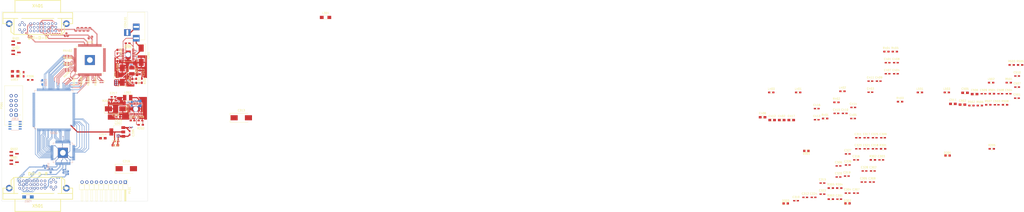
<source format=kicad_pcb>
(kicad_pcb (version 20160815) (host pcbnew "(2016-12-16 revision f631ae27b)-master")

  (general
    (links 511)
    (no_connects 306)
    (area 11.9625 6.632499 553.110993 118.867501)
    (thickness 1.6)
    (drawings 4)
    (tracks 2448)
    (zones 0)
    (modules 139)
    (nets 227)
  )

  (page A4)
  (layers
    (0 F.Cu signal)
    (1 In1.Cu signal)
    (2 In2.Cu signal)
    (31 B.Cu signal)
    (32 B.Adhes user)
    (33 F.Adhes user)
    (34 B.Paste user)
    (35 F.Paste user)
    (36 B.SilkS user)
    (37 F.SilkS user)
    (38 B.Mask user)
    (39 F.Mask user)
    (40 Dwgs.User user)
    (41 Cmts.User user)
    (42 Eco1.User user)
    (43 Eco2.User user)
    (44 Edge.Cuts user)
    (45 Margin user)
    (46 B.CrtYd user)
    (47 F.CrtYd user)
    (48 B.Fab user hide)
    (49 F.Fab user hide)
  )

  (setup
    (last_trace_width 0.25)
    (user_trace_width 0.16)
    (user_trace_width 0.2)
    (user_trace_width 0.4)
    (user_trace_width 0.6)
    (user_trace_width 1.5)
    (trace_clearance 0.16)
    (zone_clearance 0.3)
    (zone_45_only no)
    (trace_min 0.16)
    (segment_width 0.2)
    (edge_width 0.1)
    (via_size 0.5)
    (via_drill 0.3)
    (via_min_size 0.5)
    (via_min_drill 0.3)
    (user_via 0.5 0.3)
    (user_via 0.8 0.5)
    (user_via 2.8 2.5)
    (uvia_size 0.3)
    (uvia_drill 0.1)
    (uvias_allowed no)
    (uvia_min_size 0.2)
    (uvia_min_drill 0.1)
    (pcb_text_width 0.3)
    (pcb_text_size 1.5 1.5)
    (mod_edge_width 0.15)
    (mod_text_size 1 1)
    (mod_text_width 0.15)
    (pad_size 1.5 1.5)
    (pad_drill 0.6)
    (pad_to_mask_clearance 0.2)
    (solder_mask_min_width 0.16)
    (aux_axis_origin 0 0)
    (visible_elements FFFFFF7F)
    (pcbplotparams
      (layerselection 0x00030_ffffffff)
      (usegerberextensions false)
      (excludeedgelayer true)
      (linewidth 0.100000)
      (plotframeref false)
      (viasonmask false)
      (mode 1)
      (useauxorigin false)
      (hpglpennumber 1)
      (hpglpenspeed 20)
      (hpglpendiameter 15)
      (psnegative false)
      (psa4output false)
      (plotreference true)
      (plotvalue true)
      (plotinvisibletext false)
      (padsonsilk false)
      (subtractmaskfromsilk false)
      (outputformat 1)
      (mirror false)
      (drillshape 1)
      (scaleselection 1)
      (outputdirectory ""))
  )

  (net 0 "")
  (net 1 GND)
  (net 2 /power/VIN)
  (net 3 +2V5)
  (net 4 +3V3)
  (net 5 +1V2)
  (net 6 "Net-(C217-Pad2)")
  (net 7 "Net-(C218-Pad2)")
  (net 8 +V_IO)
  (net 9 /dvi_in/PVDD)
  (net 10 /dvi_in/DVDD)
  (net 11 /dvi_in/AVDD)
  (net 12 +5V)
  (net 13 /dvi_out/TVDD)
  (net 14 /dvi_out/DVDD)
  (net 15 /dvi_out/PVDD)
  (net 16 "Net-(D201-Pad1)")
  (net 17 "Net-(D301-Pad1)")
  (net 18 "Net-(D301-Pad2)")
  (net 19 "Net-(D302-Pad2)")
  (net 20 "Net-(D302-Pad1)")
  (net 21 "Net-(D303-Pad1)")
  (net 22 "Net-(D303-Pad2)")
  (net 23 "Net-(F501-Pad1)")
  (net 24 /GPIO7)
  (net 25 /GPIO6)
  (net 26 /GPIO5)
  (net 27 /GPIO4)
  (net 28 /GPIO3)
  (net 29 /GPIO2)
  (net 30 /GPIO1)
  (net 31 /GPIO0)
  (net 32 "Net-(P301-Pad9)")
  (net 33 "Net-(P301-Pad8)")
  (net 34 "Net-(P301-Pad7)")
  (net 35 "Net-(P301-Pad6)")
  (net 36 "Net-(P301-Pad5)")
  (net 37 "Net-(P301-Pad3)")
  (net 38 "Net-(P301-Pad1)")
  (net 39 /dvi_in/DDCDAT_)
  (net 40 /dvi_in/DDCDAT_IN)
  (net 41 /dvi_in/DDCCLK_IN)
  (net 42 /dvi_in/DDCCLK_)
  (net 43 /dvi_out/DDCDAT_)
  (net 44 /dvi_out/DDCDAT)
  (net 45 /dvi_out/DDCCLK)
  (net 46 /dvi_out/DDCCLK_)
  (net 47 "Net-(R301-Pad1)")
  (net 48 "Net-(R302-Pad1)")
  (net 49 "Net-(R303-Pad1)")
  (net 50 "Net-(R307-Pad2)")
  (net 51 /fpga/CLK50)
  (net 52 /dvi_out/TXCLK+)
  (net 53 "Net-(R308-Pad1)")
  (net 54 /dvi_in/HOTPLUG)
  (net 55 "Net-(R501-Pad1)")
  (net 56 /dvi_out/MSEN)
  (net 57 "Net-(R503-Pad2)")
  (net 58 /dvi_out/HOTPLUG)
  (net 59 "Net-(R504-Pad1)")
  (net 60 /dvi_out/VSYNC)
  (net 61 /dvi_out/HSYNC)
  (net 62 /dvi_out/DE)
  (net 63 /dvi_out/CTL3)
  (net 64 /dvi_out/CTL2)
  (net 65 /dvi_out/CTL1)
  (net 66 "Net-(RN401-Pad7)")
  (net 67 "Net-(RN401-Pad6)")
  (net 68 "Net-(RN401-Pad5)")
  (net 69 "Net-(RN401-Pad8)")
  (net 70 "Net-(RN401-Pad4)")
  (net 71 /dvi_in/HSYNC)
  (net 72 /dvi_in/VSYNC)
  (net 73 /dvi_in/DE)
  (net 74 "Net-(RN402-Pad7)")
  (net 75 "Net-(RN402-Pad6)")
  (net 76 "Net-(RN402-Pad5)")
  (net 77 "Net-(RN402-Pad8)")
  (net 78 /dvi_in/DATI3)
  (net 79 /dvi_in/DATI2)
  (net 80 /dvi_in/DATI1)
  (net 81 /dvi_in/DATI0)
  (net 82 "Net-(RN403-Pad7)")
  (net 83 "Net-(RN403-Pad6)")
  (net 84 "Net-(RN403-Pad5)")
  (net 85 "Net-(RN403-Pad8)")
  (net 86 /dvi_in/DATI11)
  (net 87 /dvi_in/DATI10)
  (net 88 /dvi_in/DATI9)
  (net 89 /dvi_in/DATI8)
  (net 90 "Net-(RN404-Pad7)")
  (net 91 "Net-(RN404-Pad6)")
  (net 92 "Net-(RN404-Pad5)")
  (net 93 "Net-(RN404-Pad8)")
  (net 94 /dvi_in/DATI19)
  (net 95 /dvi_in/DATI18)
  (net 96 /dvi_in/DATI17)
  (net 97 /dvi_in/DATI16)
  (net 98 /dvi_in/CTL1)
  (net 99 /dvi_in/CTL2)
  (net 100 /dvi_in/CTL3)
  (net 101 /fpga/CLKIN)
  (net 102 "Net-(RN405-Pad8)")
  (net 103 "Net-(RN405-Pad5)")
  (net 104 "Net-(RN405-Pad6)")
  (net 105 "Net-(RN405-Pad7)")
  (net 106 /dvi_in/DATI4)
  (net 107 /dvi_in/DATI5)
  (net 108 /dvi_in/DATI6)
  (net 109 /dvi_in/DATI7)
  (net 110 "Net-(RN406-Pad8)")
  (net 111 "Net-(RN406-Pad5)")
  (net 112 "Net-(RN406-Pad6)")
  (net 113 "Net-(RN406-Pad7)")
  (net 114 /dvi_in/DATI12)
  (net 115 /dvi_in/DATI13)
  (net 116 /dvi_in/DATI14)
  (net 117 /dvi_in/DATI15)
  (net 118 "Net-(RN407-Pad8)")
  (net 119 "Net-(RN407-Pad5)")
  (net 120 "Net-(RN407-Pad6)")
  (net 121 "Net-(RN407-Pad7)")
  (net 122 /dvi_in/DATI20)
  (net 123 /dvi_in/DATI21)
  (net 124 /dvi_in/DATI22)
  (net 125 /dvi_in/DATI23)
  (net 126 "Net-(RN408-Pad8)")
  (net 127 "Net-(RN408-Pad5)")
  (net 128 "Net-(RN408-Pad6)")
  (net 129 "Net-(RN408-Pad7)")
  (net 130 "Net-(U202-Pad3)")
  (net 131 "Net-(L201-Pad1)")
  (net 132 "Net-(L202-Pad1)")
  (net 133 "Net-(U203-Pad3)")
  (net 134 /fpga/DCLK)
  (net 135 /fpga/ASDI)
  (net 136 /fpga/DATA)
  (net 137 /fpga/nCS)
  (net 138 /dvi_out/DATO23)
  (net 139 /dvi_out/DATO22)
  (net 140 /dvi_out/DATO21)
  (net 141 /dvi_out/DATO20)
  (net 142 /dvi_out/DATO19)
  (net 143 /dvi_out/DATO18)
  (net 144 /dvi_out/DATO17)
  (net 145 /dvi_out/DATO16)
  (net 146 /dvi_out/DATO15)
  (net 147 /dvi_out/DATO14)
  (net 148 /dvi_out/DATO13)
  (net 149 /dvi_out/DATO12)
  (net 150 "Net-(U302-Pad127)")
  (net 151 /dvi_out/DATO11)
  (net 152 /dvi_out/DATO10)
  (net 153 /dvi_out/DATO9)
  (net 154 /dvi_out/DATO8)
  (net 155 /dvi_out/DATO7)
  (net 156 /dvi_out/DATO6)
  (net 157 /dvi_out/DATO5)
  (net 158 /dvi_out/DATO4)
  (net 159 /dvi_out/DATO3)
  (net 160 /dvi_out/DATO2)
  (net 161 /dvi_out/DATO1)
  (net 162 /dvi_out/DATO0)
  (net 163 "Net-(U302-Pad99)")
  (net 164 "Net-(U302-Pad84)")
  (net 165 "Net-(U302-Pad83)")
  (net 166 /dvi_in/LINK_ACT)
  (net 167 /dvi_in/PDOWN)
  (net 168 /dvi_out/EDGE)
  (net 169 /dvi_out/DKEN)
  (net 170 "Net-(U303-Pad1)")
  (net 171 "Net-(U401-Pad96)")
  (net 172 /dvi_in/RxC-)
  (net 173 /dvi_in/RxC+)
  (net 174 /dvi_in/Rx0-)
  (net 175 /dvi_in/Rx0+)
  (net 176 /dvi_in/Rx1-)
  (net 177 /dvi_in/Rx1+)
  (net 178 /dvi_in/Rx2-)
  (net 179 /dvi_in/Rx2+)
  (net 180 "Net-(U401-Pad77)")
  (net 181 "Net-(U401-Pad75)")
  (net 182 "Net-(U401-Pad74)")
  (net 183 "Net-(U401-Pad73)")
  (net 184 "Net-(U401-Pad72)")
  (net 185 "Net-(U401-Pad71)")
  (net 186 "Net-(U401-Pad70)")
  (net 187 "Net-(U401-Pad69)")
  (net 188 "Net-(U401-Pad66)")
  (net 189 "Net-(U401-Pad65)")
  (net 190 "Net-(U401-Pad64)")
  (net 191 "Net-(U401-Pad63)")
  (net 192 "Net-(U401-Pad62)")
  (net 193 "Net-(U401-Pad61)")
  (net 194 "Net-(U401-Pad60)")
  (net 195 "Net-(U401-Pad59)")
  (net 196 "Net-(U401-Pad56)")
  (net 197 "Net-(U401-Pad55)")
  (net 198 "Net-(U401-Pad54)")
  (net 199 "Net-(U401-Pad53)")
  (net 200 "Net-(U401-Pad52)")
  (net 201 "Net-(U401-Pad51)")
  (net 202 "Net-(U401-Pad50)")
  (net 203 "Net-(U401-Pad49)")
  (net 204 /dvi_out/TXC-)
  (net 205 /dvi_out/TXC+)
  (net 206 /dvi_out/TX0-)
  (net 207 /dvi_out/TX0+)
  (net 208 /dvi_out/TX1-)
  (net 209 /dvi_out/TX1+)
  (net 210 /dvi_out/TX2-)
  (net 211 /dvi_out/TX2+)
  (net 212 "Net-(U501-Pad49)")
  (net 213 "Net-(X401-Pad4)")
  (net 214 "Net-(X401-Pad5)")
  (net 215 "Net-(X401-Pad12)")
  (net 216 "Net-(X401-Pad13)")
  (net 217 "Net-(X401-Pad20)")
  (net 218 "Net-(X401-Pad21)")
  (net 219 "Net-(X401-Pad8)")
  (net 220 "Net-(X501-Pad8)")
  (net 221 "Net-(X501-Pad21)")
  (net 222 "Net-(X501-Pad20)")
  (net 223 "Net-(X501-Pad13)")
  (net 224 "Net-(X501-Pad12)")
  (net 225 "Net-(X501-Pad5)")
  (net 226 "Net-(X501-Pad4)")

  (net_class Default "This is the default net class."
    (clearance 0.16)
    (trace_width 0.25)
    (via_dia 0.5)
    (via_drill 0.3)
    (uvia_dia 0.3)
    (uvia_drill 0.1)
    (diff_pair_gap 0.2)
    (diff_pair_width 0.16)
    (add_net +1V2)
    (add_net +2V5)
    (add_net +3V3)
    (add_net +5V)
    (add_net +V_IO)
    (add_net /GPIO0)
    (add_net /GPIO1)
    (add_net /GPIO2)
    (add_net /GPIO3)
    (add_net /GPIO4)
    (add_net /GPIO5)
    (add_net /GPIO6)
    (add_net /GPIO7)
    (add_net /dvi_in/AVDD)
    (add_net /dvi_in/CTL1)
    (add_net /dvi_in/CTL2)
    (add_net /dvi_in/CTL3)
    (add_net /dvi_in/DATI0)
    (add_net /dvi_in/DATI1)
    (add_net /dvi_in/DATI10)
    (add_net /dvi_in/DATI11)
    (add_net /dvi_in/DATI12)
    (add_net /dvi_in/DATI13)
    (add_net /dvi_in/DATI14)
    (add_net /dvi_in/DATI15)
    (add_net /dvi_in/DATI16)
    (add_net /dvi_in/DATI17)
    (add_net /dvi_in/DATI18)
    (add_net /dvi_in/DATI19)
    (add_net /dvi_in/DATI2)
    (add_net /dvi_in/DATI20)
    (add_net /dvi_in/DATI21)
    (add_net /dvi_in/DATI22)
    (add_net /dvi_in/DATI23)
    (add_net /dvi_in/DATI3)
    (add_net /dvi_in/DATI4)
    (add_net /dvi_in/DATI5)
    (add_net /dvi_in/DATI6)
    (add_net /dvi_in/DATI7)
    (add_net /dvi_in/DATI8)
    (add_net /dvi_in/DATI9)
    (add_net /dvi_in/DDCCLK_)
    (add_net /dvi_in/DDCCLK_IN)
    (add_net /dvi_in/DDCDAT_)
    (add_net /dvi_in/DDCDAT_IN)
    (add_net /dvi_in/DE)
    (add_net /dvi_in/DVDD)
    (add_net /dvi_in/HOTPLUG)
    (add_net /dvi_in/HSYNC)
    (add_net /dvi_in/LINK_ACT)
    (add_net /dvi_in/PDOWN)
    (add_net /dvi_in/PVDD)
    (add_net /dvi_in/Rx0+)
    (add_net /dvi_in/Rx0-)
    (add_net /dvi_in/Rx1+)
    (add_net /dvi_in/Rx1-)
    (add_net /dvi_in/Rx2+)
    (add_net /dvi_in/Rx2-)
    (add_net /dvi_in/RxC+)
    (add_net /dvi_in/RxC-)
    (add_net /dvi_in/VSYNC)
    (add_net /dvi_out/CTL1)
    (add_net /dvi_out/CTL2)
    (add_net /dvi_out/CTL3)
    (add_net /dvi_out/DATO0)
    (add_net /dvi_out/DATO1)
    (add_net /dvi_out/DATO10)
    (add_net /dvi_out/DATO11)
    (add_net /dvi_out/DATO12)
    (add_net /dvi_out/DATO13)
    (add_net /dvi_out/DATO14)
    (add_net /dvi_out/DATO15)
    (add_net /dvi_out/DATO16)
    (add_net /dvi_out/DATO17)
    (add_net /dvi_out/DATO18)
    (add_net /dvi_out/DATO19)
    (add_net /dvi_out/DATO2)
    (add_net /dvi_out/DATO20)
    (add_net /dvi_out/DATO21)
    (add_net /dvi_out/DATO22)
    (add_net /dvi_out/DATO23)
    (add_net /dvi_out/DATO3)
    (add_net /dvi_out/DATO4)
    (add_net /dvi_out/DATO5)
    (add_net /dvi_out/DATO6)
    (add_net /dvi_out/DATO7)
    (add_net /dvi_out/DATO8)
    (add_net /dvi_out/DATO9)
    (add_net /dvi_out/DDCCLK)
    (add_net /dvi_out/DDCCLK_)
    (add_net /dvi_out/DDCDAT)
    (add_net /dvi_out/DDCDAT_)
    (add_net /dvi_out/DE)
    (add_net /dvi_out/DKEN)
    (add_net /dvi_out/DVDD)
    (add_net /dvi_out/EDGE)
    (add_net /dvi_out/HOTPLUG)
    (add_net /dvi_out/HSYNC)
    (add_net /dvi_out/MSEN)
    (add_net /dvi_out/PVDD)
    (add_net /dvi_out/TVDD)
    (add_net /dvi_out/TX0+)
    (add_net /dvi_out/TX0-)
    (add_net /dvi_out/TX1+)
    (add_net /dvi_out/TX1-)
    (add_net /dvi_out/TX2+)
    (add_net /dvi_out/TX2-)
    (add_net /dvi_out/TXC+)
    (add_net /dvi_out/TXC-)
    (add_net /dvi_out/TXCLK+)
    (add_net /dvi_out/VSYNC)
    (add_net /fpga/ASDI)
    (add_net /fpga/CLK50)
    (add_net /fpga/CLKIN)
    (add_net /fpga/DATA)
    (add_net /fpga/DCLK)
    (add_net /fpga/nCS)
    (add_net /power/VIN)
    (add_net GND)
    (add_net "Net-(C217-Pad2)")
    (add_net "Net-(C218-Pad2)")
    (add_net "Net-(D201-Pad1)")
    (add_net "Net-(D301-Pad1)")
    (add_net "Net-(D301-Pad2)")
    (add_net "Net-(D302-Pad1)")
    (add_net "Net-(D302-Pad2)")
    (add_net "Net-(D303-Pad1)")
    (add_net "Net-(D303-Pad2)")
    (add_net "Net-(F501-Pad1)")
    (add_net "Net-(L201-Pad1)")
    (add_net "Net-(L202-Pad1)")
    (add_net "Net-(P301-Pad1)")
    (add_net "Net-(P301-Pad3)")
    (add_net "Net-(P301-Pad5)")
    (add_net "Net-(P301-Pad6)")
    (add_net "Net-(P301-Pad7)")
    (add_net "Net-(P301-Pad8)")
    (add_net "Net-(P301-Pad9)")
    (add_net "Net-(R301-Pad1)")
    (add_net "Net-(R302-Pad1)")
    (add_net "Net-(R303-Pad1)")
    (add_net "Net-(R307-Pad2)")
    (add_net "Net-(R308-Pad1)")
    (add_net "Net-(R501-Pad1)")
    (add_net "Net-(R503-Pad2)")
    (add_net "Net-(R504-Pad1)")
    (add_net "Net-(RN401-Pad4)")
    (add_net "Net-(RN401-Pad5)")
    (add_net "Net-(RN401-Pad6)")
    (add_net "Net-(RN401-Pad7)")
    (add_net "Net-(RN401-Pad8)")
    (add_net "Net-(RN402-Pad5)")
    (add_net "Net-(RN402-Pad6)")
    (add_net "Net-(RN402-Pad7)")
    (add_net "Net-(RN402-Pad8)")
    (add_net "Net-(RN403-Pad5)")
    (add_net "Net-(RN403-Pad6)")
    (add_net "Net-(RN403-Pad7)")
    (add_net "Net-(RN403-Pad8)")
    (add_net "Net-(RN404-Pad5)")
    (add_net "Net-(RN404-Pad6)")
    (add_net "Net-(RN404-Pad7)")
    (add_net "Net-(RN404-Pad8)")
    (add_net "Net-(RN405-Pad5)")
    (add_net "Net-(RN405-Pad6)")
    (add_net "Net-(RN405-Pad7)")
    (add_net "Net-(RN405-Pad8)")
    (add_net "Net-(RN406-Pad5)")
    (add_net "Net-(RN406-Pad6)")
    (add_net "Net-(RN406-Pad7)")
    (add_net "Net-(RN406-Pad8)")
    (add_net "Net-(RN407-Pad5)")
    (add_net "Net-(RN407-Pad6)")
    (add_net "Net-(RN407-Pad7)")
    (add_net "Net-(RN407-Pad8)")
    (add_net "Net-(RN408-Pad5)")
    (add_net "Net-(RN408-Pad6)")
    (add_net "Net-(RN408-Pad7)")
    (add_net "Net-(RN408-Pad8)")
    (add_net "Net-(U202-Pad3)")
    (add_net "Net-(U203-Pad3)")
    (add_net "Net-(U302-Pad127)")
    (add_net "Net-(U302-Pad83)")
    (add_net "Net-(U302-Pad84)")
    (add_net "Net-(U302-Pad99)")
    (add_net "Net-(U303-Pad1)")
    (add_net "Net-(U401-Pad49)")
    (add_net "Net-(U401-Pad50)")
    (add_net "Net-(U401-Pad51)")
    (add_net "Net-(U401-Pad52)")
    (add_net "Net-(U401-Pad53)")
    (add_net "Net-(U401-Pad54)")
    (add_net "Net-(U401-Pad55)")
    (add_net "Net-(U401-Pad56)")
    (add_net "Net-(U401-Pad59)")
    (add_net "Net-(U401-Pad60)")
    (add_net "Net-(U401-Pad61)")
    (add_net "Net-(U401-Pad62)")
    (add_net "Net-(U401-Pad63)")
    (add_net "Net-(U401-Pad64)")
    (add_net "Net-(U401-Pad65)")
    (add_net "Net-(U401-Pad66)")
    (add_net "Net-(U401-Pad69)")
    (add_net "Net-(U401-Pad70)")
    (add_net "Net-(U401-Pad71)")
    (add_net "Net-(U401-Pad72)")
    (add_net "Net-(U401-Pad73)")
    (add_net "Net-(U401-Pad74)")
    (add_net "Net-(U401-Pad75)")
    (add_net "Net-(U401-Pad77)")
    (add_net "Net-(U401-Pad96)")
    (add_net "Net-(U501-Pad49)")
    (add_net "Net-(X401-Pad12)")
    (add_net "Net-(X401-Pad13)")
    (add_net "Net-(X401-Pad20)")
    (add_net "Net-(X401-Pad21)")
    (add_net "Net-(X401-Pad4)")
    (add_net "Net-(X401-Pad5)")
    (add_net "Net-(X401-Pad8)")
    (add_net "Net-(X501-Pad12)")
    (add_net "Net-(X501-Pad13)")
    (add_net "Net-(X501-Pad20)")
    (add_net "Net-(X501-Pad21)")
    (add_net "Net-(X501-Pad4)")
    (add_net "Net-(X501-Pad5)")
    (add_net "Net-(X501-Pad8)")
  )

  (module Inductors:Inductor_Taiyo-Yuden_NR-30xx_HandSoldering (layer F.Cu) (tedit 574C3AE3) (tstamp 587BC89E)
    (at 79.48 58.38 180)
    (descr "Inductor, Taiyo Yuden, NR series, Taiyo-Yuden_NR-30xx, 3.0mmx3.0mm")
    (tags "inductor taiyo-yuden nr smd")
    (path /5839A46D/587999C1)
    (attr smd)
    (fp_text reference L202 (at 0.05 2.69 180) (layer F.SilkS)
      (effects (font (size 1 1) (thickness 0.15)))
    )
    (fp_text value 490nH-1uH (at 0 3 180) (layer F.Fab)
      (effects (font (size 1 1) (thickness 0.15)))
    )
    (fp_line (start -1.5 0) (end -1.5 -0.95) (layer F.Fab) (width 0.15))
    (fp_line (start -1.5 -0.95) (end -0.95 -1.5) (layer F.Fab) (width 0.15))
    (fp_line (start -0.95 -1.5) (end 0 -1.5) (layer F.Fab) (width 0.15))
    (fp_line (start 1.5 0) (end 1.5 -0.95) (layer F.Fab) (width 0.15))
    (fp_line (start 1.5 -0.95) (end 0.95 -1.5) (layer F.Fab) (width 0.15))
    (fp_line (start 0.95 -1.5) (end 0 -1.5) (layer F.Fab) (width 0.15))
    (fp_line (start 1.5 0) (end 1.5 0.95) (layer F.Fab) (width 0.15))
    (fp_line (start 1.5 0.95) (end 0.95 1.5) (layer F.Fab) (width 0.15))
    (fp_line (start 0.95 1.5) (end 0 1.5) (layer F.Fab) (width 0.15))
    (fp_line (start -1.5 0) (end -1.5 0.95) (layer F.Fab) (width 0.15))
    (fp_line (start -1.5 0.95) (end -0.95 1.5) (layer F.Fab) (width 0.15))
    (fp_line (start -0.95 1.5) (end 0 1.5) (layer F.Fab) (width 0.15))
    (fp_line (start -2.5 -1.6) (end 2.5 -1.6) (layer F.SilkS) (width 0.15))
    (fp_line (start -2.5 1.6) (end 2.5 1.6) (layer F.SilkS) (width 0.15))
    (fp_line (start -2.75 -1.8) (end -2.75 1.8) (layer F.CrtYd) (width 0.05))
    (fp_line (start -2.75 1.8) (end 2.75 1.8) (layer F.CrtYd) (width 0.05))
    (fp_line (start 2.75 1.8) (end 2.75 -1.8) (layer F.CrtYd) (width 0.05))
    (fp_line (start 2.75 -1.8) (end -2.75 -1.8) (layer F.CrtYd) (width 0.05))
    (pad 1 smd rect (at -1.6 0 180) (size 1.8 2.9) (layers F.Cu F.Paste F.Mask)
      (net 132 "Net-(L202-Pad1)"))
    (pad 2 smd rect (at 1.6 0 180) (size 1.8 2.9) (layers F.Cu F.Paste F.Mask)
      (net 5 +1V2))
    (model Inductors.3dshapes/Inductor_Taiyo-Yuden_NR-30xx.wrl
      (at (xyz 0 0 0))
      (scale (xyz 1 1 1))
      (rotate (xyz 0 0 0))
    )
  )

  (module Capacitors_Tantalum_SMD:Tantalum_Case-D_EIA-7343-31_Hand (layer F.Cu) (tedit 57B6E980) (tstamp 58797C0F)
    (at 86.6 35.97 270)
    (descr "Tantalum capacitor, Case D, EIA 7343-31, 7.3x4.3x2.8mm, Hand soldering footprint")
    (tags "capacitor tantalum smd")
    (path /5839A46D/58797306)
    (attr smd)
    (fp_text reference C201 (at 0 -3.9 270) (layer F.SilkS)
      (effects (font (size 1 1) (thickness 0.15)))
    )
    (fp_text value 100u (at 0 3.9 270) (layer F.Fab)
      (effects (font (size 1 1) (thickness 0.15)))
    )
    (fp_line (start -5.95 -2.4) (end -5.95 2.4) (layer F.SilkS) (width 0.15))
    (fp_line (start -5.95 2.4) (end 3.65 2.4) (layer F.SilkS) (width 0.15))
    (fp_line (start -5.95 -2.4) (end 3.65 -2.4) (layer F.SilkS) (width 0.15))
    (fp_line (start -2.555 -2.15) (end -2.555 2.15) (layer F.Fab) (width 0.15))
    (fp_line (start -2.92 -2.15) (end -2.92 2.15) (layer F.Fab) (width 0.15))
    (fp_line (start 3.65 -2.15) (end -3.65 -2.15) (layer F.Fab) (width 0.15))
    (fp_line (start 3.65 2.15) (end 3.65 -2.15) (layer F.Fab) (width 0.15))
    (fp_line (start -3.65 2.15) (end 3.65 2.15) (layer F.Fab) (width 0.15))
    (fp_line (start -3.65 -2.15) (end -3.65 2.15) (layer F.Fab) (width 0.15))
    (fp_line (start 6.05 -2.5) (end -6.05 -2.5) (layer F.CrtYd) (width 0.05))
    (fp_line (start 6.05 2.5) (end 6.05 -2.5) (layer F.CrtYd) (width 0.05))
    (fp_line (start -6.05 2.5) (end 6.05 2.5) (layer F.CrtYd) (width 0.05))
    (fp_line (start -6.05 -2.5) (end -6.05 2.5) (layer F.CrtYd) (width 0.05))
    (pad 2 smd rect (at 3.775 0 270) (size 3.75 2.7) (layers F.Cu F.Paste F.Mask)
      (net 1 GND))
    (pad 1 smd rect (at -3.775 0 270) (size 3.75 2.7) (layers F.Cu F.Paste F.Mask)
      (net 2 /power/VIN))
    (model Capacitors_Tantalum_SMD.3dshapes/Tantalum_Case-D_EIA-7343-31.wrl
      (at (xyz 0 0 0))
      (scale (xyz 1 1 1))
      (rotate (xyz 0 0 0))
    )
  )

  (module Capacitors_SMD:C_0603_HandSoldering (layer F.Cu) (tedit 541A9B4D) (tstamp 58797C1F)
    (at 74.02 34.11 270)
    (descr "Capacitor SMD 0603, hand soldering")
    (tags "capacitor 0603")
    (path /5839A46D/5879A330)
    (attr smd)
    (fp_text reference C202 (at 0 -1.9 270) (layer F.SilkS)
      (effects (font (size 1 1) (thickness 0.15)))
    )
    (fp_text value 100n (at 0 1.9 270) (layer F.Fab)
      (effects (font (size 1 1) (thickness 0.15)))
    )
    (fp_line (start -0.8 0.4) (end -0.8 -0.4) (layer F.Fab) (width 0.15))
    (fp_line (start 0.8 0.4) (end -0.8 0.4) (layer F.Fab) (width 0.15))
    (fp_line (start 0.8 -0.4) (end 0.8 0.4) (layer F.Fab) (width 0.15))
    (fp_line (start -0.8 -0.4) (end 0.8 -0.4) (layer F.Fab) (width 0.15))
    (fp_line (start -1.85 -0.75) (end 1.85 -0.75) (layer F.CrtYd) (width 0.05))
    (fp_line (start -1.85 0.75) (end 1.85 0.75) (layer F.CrtYd) (width 0.05))
    (fp_line (start -1.85 -0.75) (end -1.85 0.75) (layer F.CrtYd) (width 0.05))
    (fp_line (start 1.85 -0.75) (end 1.85 0.75) (layer F.CrtYd) (width 0.05))
    (fp_line (start -0.35 -0.6) (end 0.35 -0.6) (layer F.SilkS) (width 0.15))
    (fp_line (start 0.35 0.6) (end -0.35 0.6) (layer F.SilkS) (width 0.15))
    (pad 1 smd rect (at -0.95 0 270) (size 1.2 0.75) (layers F.Cu F.Paste F.Mask)
      (net 2 /power/VIN))
    (pad 2 smd rect (at 0.95 0 270) (size 1.2 0.75) (layers F.Cu F.Paste F.Mask)
      (net 1 GND))
    (model Capacitors_SMD.3dshapes/C_0603_HandSoldering.wrl
      (at (xyz 0 0 0))
      (scale (xyz 1 1 1))
      (rotate (xyz 0 0 0))
    )
  )

  (module Capacitors_SMD:C_0603_HandSoldering (layer B.Cu) (tedit 541A9B4D) (tstamp 58797C2F)
    (at 81.67 61.6 270)
    (descr "Capacitor SMD 0603, hand soldering")
    (tags "capacitor 0603")
    (path /5839A46D/58797543)
    (attr smd)
    (fp_text reference C203 (at 0 1.9 270) (layer B.SilkS)
      (effects (font (size 1 1) (thickness 0.15)) (justify mirror))
    )
    (fp_text value 100n (at 0 -1.9 270) (layer B.Fab)
      (effects (font (size 1 1) (thickness 0.15)) (justify mirror))
    )
    (fp_line (start 0.35 -0.6) (end -0.35 -0.6) (layer B.SilkS) (width 0.15))
    (fp_line (start -0.35 0.6) (end 0.35 0.6) (layer B.SilkS) (width 0.15))
    (fp_line (start 1.85 0.75) (end 1.85 -0.75) (layer B.CrtYd) (width 0.05))
    (fp_line (start -1.85 0.75) (end -1.85 -0.75) (layer B.CrtYd) (width 0.05))
    (fp_line (start -1.85 -0.75) (end 1.85 -0.75) (layer B.CrtYd) (width 0.05))
    (fp_line (start -1.85 0.75) (end 1.85 0.75) (layer B.CrtYd) (width 0.05))
    (fp_line (start -0.8 0.4) (end 0.8 0.4) (layer B.Fab) (width 0.15))
    (fp_line (start 0.8 0.4) (end 0.8 -0.4) (layer B.Fab) (width 0.15))
    (fp_line (start 0.8 -0.4) (end -0.8 -0.4) (layer B.Fab) (width 0.15))
    (fp_line (start -0.8 -0.4) (end -0.8 0.4) (layer B.Fab) (width 0.15))
    (pad 2 smd rect (at 0.95 0 270) (size 1.2 0.75) (layers B.Cu B.Paste B.Mask)
      (net 1 GND))
    (pad 1 smd rect (at -0.95 0 270) (size 1.2 0.75) (layers B.Cu B.Paste B.Mask)
      (net 2 /power/VIN))
    (model Capacitors_SMD.3dshapes/C_0603_HandSoldering.wrl
      (at (xyz 0 0 0))
      (scale (xyz 1 1 1))
      (rotate (xyz 0 0 0))
    )
  )

  (module Capacitors_SMD:C_0805_HandSoldering (layer B.Cu) (tedit 541A9B8D) (tstamp 58797C3F)
    (at 86.19 61.44 270)
    (descr "Capacitor SMD 0805, hand soldering")
    (tags "capacitor 0805")
    (path /5839A46D/58797422)
    (attr smd)
    (fp_text reference C204 (at 0 2.1 270) (layer B.SilkS)
      (effects (font (size 1 1) (thickness 0.15)) (justify mirror))
    )
    (fp_text value 10u (at 0 -2.1 270) (layer B.Fab)
      (effects (font (size 1 1) (thickness 0.15)) (justify mirror))
    )
    (fp_line (start -1 -0.625) (end -1 0.625) (layer B.Fab) (width 0.15))
    (fp_line (start 1 -0.625) (end -1 -0.625) (layer B.Fab) (width 0.15))
    (fp_line (start 1 0.625) (end 1 -0.625) (layer B.Fab) (width 0.15))
    (fp_line (start -1 0.625) (end 1 0.625) (layer B.Fab) (width 0.15))
    (fp_line (start -2.3 1) (end 2.3 1) (layer B.CrtYd) (width 0.05))
    (fp_line (start -2.3 -1) (end 2.3 -1) (layer B.CrtYd) (width 0.05))
    (fp_line (start -2.3 1) (end -2.3 -1) (layer B.CrtYd) (width 0.05))
    (fp_line (start 2.3 1) (end 2.3 -1) (layer B.CrtYd) (width 0.05))
    (fp_line (start 0.5 0.85) (end -0.5 0.85) (layer B.SilkS) (width 0.15))
    (fp_line (start -0.5 -0.85) (end 0.5 -0.85) (layer B.SilkS) (width 0.15))
    (pad 1 smd rect (at -1.25 0 270) (size 1.5 1.25) (layers B.Cu B.Paste B.Mask)
      (net 2 /power/VIN))
    (pad 2 smd rect (at 1.25 0 270) (size 1.5 1.25) (layers B.Cu B.Paste B.Mask)
      (net 1 GND))
    (model Capacitors_SMD.3dshapes/C_0805_HandSoldering.wrl
      (at (xyz 0 0 0))
      (scale (xyz 1 1 1))
      (rotate (xyz 0 0 0))
    )
  )

  (module Capacitors_SMD:C_0603_HandSoldering (layer F.Cu) (tedit 541A9B4D) (tstamp 58797C4F)
    (at 79.44 29.61 180)
    (descr "Capacitor SMD 0603, hand soldering")
    (tags "capacitor 0603")
    (path /5839A46D/5879A32A)
    (attr smd)
    (fp_text reference C205 (at 0 -1.9 180) (layer F.SilkS)
      (effects (font (size 1 1) (thickness 0.15)))
    )
    (fp_text value 100n (at 0 1.9 180) (layer F.Fab)
      (effects (font (size 1 1) (thickness 0.15)))
    )
    (fp_line (start 0.35 0.6) (end -0.35 0.6) (layer F.SilkS) (width 0.15))
    (fp_line (start -0.35 -0.6) (end 0.35 -0.6) (layer F.SilkS) (width 0.15))
    (fp_line (start 1.85 -0.75) (end 1.85 0.75) (layer F.CrtYd) (width 0.05))
    (fp_line (start -1.85 -0.75) (end -1.85 0.75) (layer F.CrtYd) (width 0.05))
    (fp_line (start -1.85 0.75) (end 1.85 0.75) (layer F.CrtYd) (width 0.05))
    (fp_line (start -1.85 -0.75) (end 1.85 -0.75) (layer F.CrtYd) (width 0.05))
    (fp_line (start -0.8 -0.4) (end 0.8 -0.4) (layer F.Fab) (width 0.15))
    (fp_line (start 0.8 -0.4) (end 0.8 0.4) (layer F.Fab) (width 0.15))
    (fp_line (start 0.8 0.4) (end -0.8 0.4) (layer F.Fab) (width 0.15))
    (fp_line (start -0.8 0.4) (end -0.8 -0.4) (layer F.Fab) (width 0.15))
    (pad 2 smd rect (at 0.95 0 180) (size 1.2 0.75) (layers F.Cu F.Paste F.Mask)
      (net 1 GND))
    (pad 1 smd rect (at -0.95 0 180) (size 1.2 0.75) (layers F.Cu F.Paste F.Mask)
      (net 2 /power/VIN))
    (model Capacitors_SMD.3dshapes/C_0603_HandSoldering.wrl
      (at (xyz 0 0 0))
      (scale (xyz 1 1 1))
      (rotate (xyz 0 0 0))
    )
  )

  (module Capacitors_SMD:C_0603_HandSoldering (layer F.Cu) (tedit 541A9B4D) (tstamp 58797C5F)
    (at 74.02 38.11 270)
    (descr "Capacitor SMD 0603, hand soldering")
    (tags "capacitor 0603")
    (path /5839A46D/5879A336)
    (attr smd)
    (fp_text reference C206 (at 4.04 -0.04 270) (layer F.SilkS)
      (effects (font (size 1 1) (thickness 0.15)))
    )
    (fp_text value 100n (at 0 1.9 270) (layer F.Fab)
      (effects (font (size 1 1) (thickness 0.15)))
    )
    (fp_line (start 0.35 0.6) (end -0.35 0.6) (layer F.SilkS) (width 0.15))
    (fp_line (start -0.35 -0.6) (end 0.35 -0.6) (layer F.SilkS) (width 0.15))
    (fp_line (start 1.85 -0.75) (end 1.85 0.75) (layer F.CrtYd) (width 0.05))
    (fp_line (start -1.85 -0.75) (end -1.85 0.75) (layer F.CrtYd) (width 0.05))
    (fp_line (start -1.85 0.75) (end 1.85 0.75) (layer F.CrtYd) (width 0.05))
    (fp_line (start -1.85 -0.75) (end 1.85 -0.75) (layer F.CrtYd) (width 0.05))
    (fp_line (start -0.8 -0.4) (end 0.8 -0.4) (layer F.Fab) (width 0.15))
    (fp_line (start 0.8 -0.4) (end 0.8 0.4) (layer F.Fab) (width 0.15))
    (fp_line (start 0.8 0.4) (end -0.8 0.4) (layer F.Fab) (width 0.15))
    (fp_line (start -0.8 0.4) (end -0.8 -0.4) (layer F.Fab) (width 0.15))
    (pad 2 smd rect (at 0.95 0 270) (size 1.2 0.75) (layers F.Cu F.Paste F.Mask)
      (net 1 GND))
    (pad 1 smd rect (at -0.95 0 270) (size 1.2 0.75) (layers F.Cu F.Paste F.Mask)
      (net 2 /power/VIN))
    (model Capacitors_SMD.3dshapes/C_0603_HandSoldering.wrl
      (at (xyz 0 0 0))
      (scale (xyz 1 1 1))
      (rotate (xyz 0 0 0))
    )
  )

  (module Capacitors_SMD:C_0603_HandSoldering (layer F.Cu) (tedit 541A9B4D) (tstamp 58797C6F)
    (at 82.05 70.5)
    (descr "Capacitor SMD 0603, hand soldering")
    (tags "capacitor 0603")
    (path /5839A46D/587974D6)
    (attr smd)
    (fp_text reference C207 (at 0 -1.9) (layer F.SilkS)
      (effects (font (size 1 1) (thickness 0.15)))
    )
    (fp_text value 100n (at 0 1.9) (layer F.Fab)
      (effects (font (size 1 1) (thickness 0.15)))
    )
    (fp_line (start -0.8 0.4) (end -0.8 -0.4) (layer F.Fab) (width 0.15))
    (fp_line (start 0.8 0.4) (end -0.8 0.4) (layer F.Fab) (width 0.15))
    (fp_line (start 0.8 -0.4) (end 0.8 0.4) (layer F.Fab) (width 0.15))
    (fp_line (start -0.8 -0.4) (end 0.8 -0.4) (layer F.Fab) (width 0.15))
    (fp_line (start -1.85 -0.75) (end 1.85 -0.75) (layer F.CrtYd) (width 0.05))
    (fp_line (start -1.85 0.75) (end 1.85 0.75) (layer F.CrtYd) (width 0.05))
    (fp_line (start -1.85 -0.75) (end -1.85 0.75) (layer F.CrtYd) (width 0.05))
    (fp_line (start 1.85 -0.75) (end 1.85 0.75) (layer F.CrtYd) (width 0.05))
    (fp_line (start -0.35 -0.6) (end 0.35 -0.6) (layer F.SilkS) (width 0.15))
    (fp_line (start 0.35 0.6) (end -0.35 0.6) (layer F.SilkS) (width 0.15))
    (pad 1 smd rect (at -0.95 0) (size 1.2 0.75) (layers F.Cu F.Paste F.Mask)
      (net 2 /power/VIN))
    (pad 2 smd rect (at 0.95 0) (size 1.2 0.75) (layers F.Cu F.Paste F.Mask)
      (net 1 GND))
    (model Capacitors_SMD.3dshapes/C_0603_HandSoldering.wrl
      (at (xyz 0 0 0))
      (scale (xyz 1 1 1))
      (rotate (xyz 0 0 0))
    )
  )

  (module Capacitors_SMD:C_0603_HandSoldering (layer F.Cu) (tedit 541A9B4D) (tstamp 58797C7F)
    (at 86.25 70.5)
    (descr "Capacitor SMD 0603, hand soldering")
    (tags "capacitor 0603")
    (path /5839A46D/58797595)
    (attr smd)
    (fp_text reference C208 (at 0 -1.9) (layer F.SilkS)
      (effects (font (size 1 1) (thickness 0.15)))
    )
    (fp_text value 100n (at 0 1.9) (layer F.Fab)
      (effects (font (size 1 1) (thickness 0.15)))
    )
    (fp_line (start -0.8 0.4) (end -0.8 -0.4) (layer F.Fab) (width 0.15))
    (fp_line (start 0.8 0.4) (end -0.8 0.4) (layer F.Fab) (width 0.15))
    (fp_line (start 0.8 -0.4) (end 0.8 0.4) (layer F.Fab) (width 0.15))
    (fp_line (start -0.8 -0.4) (end 0.8 -0.4) (layer F.Fab) (width 0.15))
    (fp_line (start -1.85 -0.75) (end 1.85 -0.75) (layer F.CrtYd) (width 0.05))
    (fp_line (start -1.85 0.75) (end 1.85 0.75) (layer F.CrtYd) (width 0.05))
    (fp_line (start -1.85 -0.75) (end -1.85 0.75) (layer F.CrtYd) (width 0.05))
    (fp_line (start 1.85 -0.75) (end 1.85 0.75) (layer F.CrtYd) (width 0.05))
    (fp_line (start -0.35 -0.6) (end 0.35 -0.6) (layer F.SilkS) (width 0.15))
    (fp_line (start 0.35 0.6) (end -0.35 0.6) (layer F.SilkS) (width 0.15))
    (pad 1 smd rect (at -0.95 0) (size 1.2 0.75) (layers F.Cu F.Paste F.Mask)
      (net 2 /power/VIN))
    (pad 2 smd rect (at 0.95 0) (size 1.2 0.75) (layers F.Cu F.Paste F.Mask)
      (net 1 GND))
    (model Capacitors_SMD.3dshapes/C_0603_HandSoldering.wrl
      (at (xyz 0 0 0))
      (scale (xyz 1 1 1))
      (rotate (xyz 0 0 0))
    )
  )

  (module Capacitors_SMD:C_0603_HandSoldering (layer F.Cu) (tedit 541A9B4D) (tstamp 58797C8F)
    (at 80.5 77 270)
    (descr "Capacitor SMD 0603, hand soldering")
    (tags "capacitor 0603")
    (path /5839A46D/5879D21C)
    (attr smd)
    (fp_text reference C209 (at 0 -1.9 270) (layer F.SilkS)
      (effects (font (size 1 1) (thickness 0.15)))
    )
    (fp_text value 100n (at 0 1.9 270) (layer F.Fab)
      (effects (font (size 1 1) (thickness 0.15)))
    )
    (fp_line (start -0.8 0.4) (end -0.8 -0.4) (layer F.Fab) (width 0.15))
    (fp_line (start 0.8 0.4) (end -0.8 0.4) (layer F.Fab) (width 0.15))
    (fp_line (start 0.8 -0.4) (end 0.8 0.4) (layer F.Fab) (width 0.15))
    (fp_line (start -0.8 -0.4) (end 0.8 -0.4) (layer F.Fab) (width 0.15))
    (fp_line (start -1.85 -0.75) (end 1.85 -0.75) (layer F.CrtYd) (width 0.05))
    (fp_line (start -1.85 0.75) (end 1.85 0.75) (layer F.CrtYd) (width 0.05))
    (fp_line (start -1.85 -0.75) (end -1.85 0.75) (layer F.CrtYd) (width 0.05))
    (fp_line (start 1.85 -0.75) (end 1.85 0.75) (layer F.CrtYd) (width 0.05))
    (fp_line (start -0.35 -0.6) (end 0.35 -0.6) (layer F.SilkS) (width 0.15))
    (fp_line (start 0.35 0.6) (end -0.35 0.6) (layer F.SilkS) (width 0.15))
    (pad 1 smd rect (at -0.95 0 270) (size 1.2 0.75) (layers F.Cu F.Paste F.Mask)
      (net 2 /power/VIN))
    (pad 2 smd rect (at 0.95 0 270) (size 1.2 0.75) (layers F.Cu F.Paste F.Mask)
      (net 1 GND))
    (model Capacitors_SMD.3dshapes/C_0603_HandSoldering.wrl
      (at (xyz 0 0 0))
      (scale (xyz 1 1 1))
      (rotate (xyz 0 0 0))
    )
  )

  (module Capacitors_SMD:C_0603_HandSoldering (layer F.Cu) (tedit 541A9B4D) (tstamp 58797C9F)
    (at 73.5 81.5)
    (descr "Capacitor SMD 0603, hand soldering")
    (tags "capacitor 0603")
    (path /5839A46D/5879D91A)
    (attr smd)
    (fp_text reference C210 (at 0 2) (layer F.SilkS)
      (effects (font (size 1 1) (thickness 0.15)))
    )
    (fp_text value 100n (at 0 1.9) (layer F.Fab)
      (effects (font (size 1 1) (thickness 0.15)))
    )
    (fp_line (start 0.35 0.6) (end -0.35 0.6) (layer F.SilkS) (width 0.15))
    (fp_line (start -0.35 -0.6) (end 0.35 -0.6) (layer F.SilkS) (width 0.15))
    (fp_line (start 1.85 -0.75) (end 1.85 0.75) (layer F.CrtYd) (width 0.05))
    (fp_line (start -1.85 -0.75) (end -1.85 0.75) (layer F.CrtYd) (width 0.05))
    (fp_line (start -1.85 0.75) (end 1.85 0.75) (layer F.CrtYd) (width 0.05))
    (fp_line (start -1.85 -0.75) (end 1.85 -0.75) (layer F.CrtYd) (width 0.05))
    (fp_line (start -0.8 -0.4) (end 0.8 -0.4) (layer F.Fab) (width 0.15))
    (fp_line (start 0.8 -0.4) (end 0.8 0.4) (layer F.Fab) (width 0.15))
    (fp_line (start 0.8 0.4) (end -0.8 0.4) (layer F.Fab) (width 0.15))
    (fp_line (start -0.8 0.4) (end -0.8 -0.4) (layer F.Fab) (width 0.15))
    (pad 2 smd rect (at 0.95 0) (size 1.2 0.75) (layers F.Cu F.Paste F.Mask)
      (net 1 GND))
    (pad 1 smd rect (at -0.95 0) (size 1.2 0.75) (layers F.Cu F.Paste F.Mask)
      (net 3 +2V5))
    (model Capacitors_SMD.3dshapes/C_0603_HandSoldering.wrl
      (at (xyz 0 0 0))
      (scale (xyz 1 1 1))
      (rotate (xyz 0 0 0))
    )
  )

  (module Capacitors_SMD:C_0805_HandSoldering (layer F.Cu) (tedit 541A9B8D) (tstamp 58797CAF)
    (at 73 83.5)
    (descr "Capacitor SMD 0805, hand soldering")
    (tags "capacitor 0805")
    (path /5839A46D/5879DDAA)
    (attr smd)
    (fp_text reference C211 (at 0 -2.1) (layer F.SilkS)
      (effects (font (size 1 1) (thickness 0.15)))
    )
    (fp_text value 22u (at 0 2.1) (layer F.Fab)
      (effects (font (size 1 1) (thickness 0.15)))
    )
    (fp_line (start -0.5 0.85) (end 0.5 0.85) (layer F.SilkS) (width 0.15))
    (fp_line (start 0.5 -0.85) (end -0.5 -0.85) (layer F.SilkS) (width 0.15))
    (fp_line (start 2.3 -1) (end 2.3 1) (layer F.CrtYd) (width 0.05))
    (fp_line (start -2.3 -1) (end -2.3 1) (layer F.CrtYd) (width 0.05))
    (fp_line (start -2.3 1) (end 2.3 1) (layer F.CrtYd) (width 0.05))
    (fp_line (start -2.3 -1) (end 2.3 -1) (layer F.CrtYd) (width 0.05))
    (fp_line (start -1 -0.625) (end 1 -0.625) (layer F.Fab) (width 0.15))
    (fp_line (start 1 -0.625) (end 1 0.625) (layer F.Fab) (width 0.15))
    (fp_line (start 1 0.625) (end -1 0.625) (layer F.Fab) (width 0.15))
    (fp_line (start -1 0.625) (end -1 -0.625) (layer F.Fab) (width 0.15))
    (pad 2 smd rect (at 1.25 0) (size 1.5 1.25) (layers F.Cu F.Paste F.Mask)
      (net 1 GND))
    (pad 1 smd rect (at -1.25 0) (size 1.5 1.25) (layers F.Cu F.Paste F.Mask)
      (net 3 +2V5))
    (model Capacitors_SMD.3dshapes/C_0805_HandSoldering.wrl
      (at (xyz 0 0 0))
      (scale (xyz 1 1 1))
      (rotate (xyz 0 0 0))
    )
  )

  (module Capacitors_SMD:C_0603_HandSoldering (layer F.Cu) (tedit 541A9B4D) (tstamp 58797CBF)
    (at 86 45 270)
    (descr "Capacitor SMD 0603, hand soldering")
    (tags "capacitor 0603")
    (path /5839A46D/58797F37)
    (attr smd)
    (fp_text reference C212 (at 0 -1.9 270) (layer F.SilkS)
      (effects (font (size 1 1) (thickness 0.15)))
    )
    (fp_text value 100n (at 0 1.9 270) (layer F.Fab)
      (effects (font (size 1 1) (thickness 0.15)))
    )
    (fp_line (start 0.35 0.6) (end -0.35 0.6) (layer F.SilkS) (width 0.15))
    (fp_line (start -0.35 -0.6) (end 0.35 -0.6) (layer F.SilkS) (width 0.15))
    (fp_line (start 1.85 -0.75) (end 1.85 0.75) (layer F.CrtYd) (width 0.05))
    (fp_line (start -1.85 -0.75) (end -1.85 0.75) (layer F.CrtYd) (width 0.05))
    (fp_line (start -1.85 0.75) (end 1.85 0.75) (layer F.CrtYd) (width 0.05))
    (fp_line (start -1.85 -0.75) (end 1.85 -0.75) (layer F.CrtYd) (width 0.05))
    (fp_line (start -0.8 -0.4) (end 0.8 -0.4) (layer F.Fab) (width 0.15))
    (fp_line (start 0.8 -0.4) (end 0.8 0.4) (layer F.Fab) (width 0.15))
    (fp_line (start 0.8 0.4) (end -0.8 0.4) (layer F.Fab) (width 0.15))
    (fp_line (start -0.8 0.4) (end -0.8 -0.4) (layer F.Fab) (width 0.15))
    (pad 2 smd rect (at 0.95 0 270) (size 1.2 0.75) (layers F.Cu F.Paste F.Mask)
      (net 4 +3V3))
    (pad 1 smd rect (at -0.95 0 270) (size 1.2 0.75) (layers F.Cu F.Paste F.Mask)
      (net 1 GND))
    (model Capacitors_SMD.3dshapes/C_0603_HandSoldering.wrl
      (at (xyz 0 0 0))
      (scale (xyz 1 1 1))
      (rotate (xyz 0 0 0))
    )
  )

  (module Capacitors_SMD:C_0603_HandSoldering (layer F.Cu) (tedit 541A9B4D) (tstamp 58797CEF)
    (at 74.5 68.5 180)
    (descr "Capacitor SMD 0603, hand soldering")
    (tags "capacitor 0603")
    (path /5839A46D/5879A43B)
    (attr smd)
    (fp_text reference C215 (at 0 -1.9 180) (layer F.SilkS)
      (effects (font (size 1 1) (thickness 0.15)))
    )
    (fp_text value 100n (at 0 1.9 180) (layer F.Fab)
      (effects (font (size 1 1) (thickness 0.15)))
    )
    (fp_line (start -0.8 0.4) (end -0.8 -0.4) (layer F.Fab) (width 0.15))
    (fp_line (start 0.8 0.4) (end -0.8 0.4) (layer F.Fab) (width 0.15))
    (fp_line (start 0.8 -0.4) (end 0.8 0.4) (layer F.Fab) (width 0.15))
    (fp_line (start -0.8 -0.4) (end 0.8 -0.4) (layer F.Fab) (width 0.15))
    (fp_line (start -1.85 -0.75) (end 1.85 -0.75) (layer F.CrtYd) (width 0.05))
    (fp_line (start -1.85 0.75) (end 1.85 0.75) (layer F.CrtYd) (width 0.05))
    (fp_line (start -1.85 -0.75) (end -1.85 0.75) (layer F.CrtYd) (width 0.05))
    (fp_line (start 1.85 -0.75) (end 1.85 0.75) (layer F.CrtYd) (width 0.05))
    (fp_line (start -0.35 -0.6) (end 0.35 -0.6) (layer F.SilkS) (width 0.15))
    (fp_line (start 0.35 0.6) (end -0.35 0.6) (layer F.SilkS) (width 0.15))
    (pad 1 smd rect (at -0.95 0 180) (size 1.2 0.75) (layers F.Cu F.Paste F.Mask)
      (net 1 GND))
    (pad 2 smd rect (at 0.95 0 180) (size 1.2 0.75) (layers F.Cu F.Paste F.Mask)
      (net 5 +1V2))
    (model Capacitors_SMD.3dshapes/C_0603_HandSoldering.wrl
      (at (xyz 0 0 0))
      (scale (xyz 1 1 1))
      (rotate (xyz 0 0 0))
    )
  )

  (module Capacitors_Tantalum_SMD:Tantalum_Case-D_EIA-7343-31_Hand (layer F.Cu) (tedit 57B6E980) (tstamp 58797D02)
    (at 78.76 95.89)
    (descr "Tantalum capacitor, Case D, EIA 7343-31, 7.3x4.3x2.8mm, Hand soldering footprint")
    (tags "capacitor tantalum smd")
    (path /5839A46D/58797EAB)
    (attr smd)
    (fp_text reference C216 (at 0 -3.9) (layer F.SilkS)
      (effects (font (size 1 1) (thickness 0.15)))
    )
    (fp_text value 100u (at 0 3.9) (layer F.Fab)
      (effects (font (size 1 1) (thickness 0.15)))
    )
    (fp_line (start -6.05 -2.5) (end -6.05 2.5) (layer F.CrtYd) (width 0.05))
    (fp_line (start -6.05 2.5) (end 6.05 2.5) (layer F.CrtYd) (width 0.05))
    (fp_line (start 6.05 2.5) (end 6.05 -2.5) (layer F.CrtYd) (width 0.05))
    (fp_line (start 6.05 -2.5) (end -6.05 -2.5) (layer F.CrtYd) (width 0.05))
    (fp_line (start -3.65 -2.15) (end -3.65 2.15) (layer F.Fab) (width 0.15))
    (fp_line (start -3.65 2.15) (end 3.65 2.15) (layer F.Fab) (width 0.15))
    (fp_line (start 3.65 2.15) (end 3.65 -2.15) (layer F.Fab) (width 0.15))
    (fp_line (start 3.65 -2.15) (end -3.65 -2.15) (layer F.Fab) (width 0.15))
    (fp_line (start -2.92 -2.15) (end -2.92 2.15) (layer F.Fab) (width 0.15))
    (fp_line (start -2.555 -2.15) (end -2.555 2.15) (layer F.Fab) (width 0.15))
    (fp_line (start -5.95 -2.4) (end 3.65 -2.4) (layer F.SilkS) (width 0.15))
    (fp_line (start -5.95 2.4) (end 3.65 2.4) (layer F.SilkS) (width 0.15))
    (fp_line (start -5.95 -2.4) (end -5.95 2.4) (layer F.SilkS) (width 0.15))
    (pad 1 smd rect (at -3.775 0) (size 3.75 2.7) (layers F.Cu F.Paste F.Mask)
      (net 4 +3V3))
    (pad 2 smd rect (at 3.775 0) (size 3.75 2.7) (layers F.Cu F.Paste F.Mask)
      (net 1 GND))
    (model Capacitors_Tantalum_SMD.3dshapes/Tantalum_Case-D_EIA-7343-31.wrl
      (at (xyz 0 0 0))
      (scale (xyz 1 1 1))
      (rotate (xyz 0 0 0))
    )
  )

  (module Capacitors_SMD:C_0603_HandSoldering (layer F.Cu) (tedit 541A9B4D) (tstamp 58797D12)
    (at 71.97 57.93)
    (descr "Capacitor SMD 0603, hand soldering")
    (tags "capacitor 0603")
    (path /5839A46D/5879B493)
    (attr smd)
    (fp_text reference C217 (at 0 -1.9) (layer F.SilkS)
      (effects (font (size 1 1) (thickness 0.15)))
    )
    (fp_text value 22p (at 0 1.9) (layer F.Fab)
      (effects (font (size 1 1) (thickness 0.15)))
    )
    (fp_line (start 0.35 0.6) (end -0.35 0.6) (layer F.SilkS) (width 0.15))
    (fp_line (start -0.35 -0.6) (end 0.35 -0.6) (layer F.SilkS) (width 0.15))
    (fp_line (start 1.85 -0.75) (end 1.85 0.75) (layer F.CrtYd) (width 0.05))
    (fp_line (start -1.85 -0.75) (end -1.85 0.75) (layer F.CrtYd) (width 0.05))
    (fp_line (start -1.85 0.75) (end 1.85 0.75) (layer F.CrtYd) (width 0.05))
    (fp_line (start -1.85 -0.75) (end 1.85 -0.75) (layer F.CrtYd) (width 0.05))
    (fp_line (start -0.8 -0.4) (end 0.8 -0.4) (layer F.Fab) (width 0.15))
    (fp_line (start 0.8 -0.4) (end 0.8 0.4) (layer F.Fab) (width 0.15))
    (fp_line (start 0.8 0.4) (end -0.8 0.4) (layer F.Fab) (width 0.15))
    (fp_line (start -0.8 0.4) (end -0.8 -0.4) (layer F.Fab) (width 0.15))
    (pad 2 smd rect (at 0.95 0) (size 1.2 0.75) (layers F.Cu F.Paste F.Mask)
      (net 6 "Net-(C217-Pad2)"))
    (pad 1 smd rect (at -0.95 0) (size 1.2 0.75) (layers F.Cu F.Paste F.Mask)
      (net 5 +1V2))
    (model Capacitors_SMD.3dshapes/C_0603_HandSoldering.wrl
      (at (xyz 0 0 0))
      (scale (xyz 1 1 1))
      (rotate (xyz 0 0 0))
    )
  )

  (module Capacitors_SMD:C_0603_HandSoldering (layer F.Cu) (tedit 541A9B4D) (tstamp 58797D22)
    (at 82 49.5 270)
    (descr "Capacitor SMD 0603, hand soldering")
    (tags "capacitor 0603")
    (path /5839A46D/5879814E)
    (attr smd)
    (fp_text reference C218 (at 0 1.5 270) (layer F.SilkS)
      (effects (font (size 1 1) (thickness 0.15)))
    )
    (fp_text value 22p (at 0 1.9 270) (layer F.Fab)
      (effects (font (size 1 1) (thickness 0.15)))
    )
    (fp_line (start -0.8 0.4) (end -0.8 -0.4) (layer F.Fab) (width 0.15))
    (fp_line (start 0.8 0.4) (end -0.8 0.4) (layer F.Fab) (width 0.15))
    (fp_line (start 0.8 -0.4) (end 0.8 0.4) (layer F.Fab) (width 0.15))
    (fp_line (start -0.8 -0.4) (end 0.8 -0.4) (layer F.Fab) (width 0.15))
    (fp_line (start -1.85 -0.75) (end 1.85 -0.75) (layer F.CrtYd) (width 0.05))
    (fp_line (start -1.85 0.75) (end 1.85 0.75) (layer F.CrtYd) (width 0.05))
    (fp_line (start -1.85 -0.75) (end -1.85 0.75) (layer F.CrtYd) (width 0.05))
    (fp_line (start 1.85 -0.75) (end 1.85 0.75) (layer F.CrtYd) (width 0.05))
    (fp_line (start -0.35 -0.6) (end 0.35 -0.6) (layer F.SilkS) (width 0.15))
    (fp_line (start 0.35 0.6) (end -0.35 0.6) (layer F.SilkS) (width 0.15))
    (pad 1 smd rect (at -0.95 0 270) (size 1.2 0.75) (layers F.Cu F.Paste F.Mask)
      (net 4 +3V3))
    (pad 2 smd rect (at 0.95 0 270) (size 1.2 0.75) (layers F.Cu F.Paste F.Mask)
      (net 7 "Net-(C218-Pad2)"))
    (model Capacitors_SMD.3dshapes/C_0603_HandSoldering.wrl
      (at (xyz 0 0 0))
      (scale (xyz 1 1 1))
      (rotate (xyz 0 0 0))
    )
  )

  (module Capacitors_SMD:C_0603_HandSoldering (layer F.Cu) (tedit 541A9B4D) (tstamp 58797D32)
    (at 455.354562 111.997371)
    (descr "Capacitor SMD 0603, hand soldering")
    (tags "capacitor 0603")
    (path /583A26B6/583B7DED)
    (attr smd)
    (fp_text reference C301 (at 0 -1.9) (layer F.SilkS)
      (effects (font (size 1 1) (thickness 0.15)))
    )
    (fp_text value 100n (at 0 1.9) (layer F.Fab)
      (effects (font (size 1 1) (thickness 0.15)))
    )
    (fp_line (start -0.8 0.4) (end -0.8 -0.4) (layer F.Fab) (width 0.15))
    (fp_line (start 0.8 0.4) (end -0.8 0.4) (layer F.Fab) (width 0.15))
    (fp_line (start 0.8 -0.4) (end 0.8 0.4) (layer F.Fab) (width 0.15))
    (fp_line (start -0.8 -0.4) (end 0.8 -0.4) (layer F.Fab) (width 0.15))
    (fp_line (start -1.85 -0.75) (end 1.85 -0.75) (layer F.CrtYd) (width 0.05))
    (fp_line (start -1.85 0.75) (end 1.85 0.75) (layer F.CrtYd) (width 0.05))
    (fp_line (start -1.85 -0.75) (end -1.85 0.75) (layer F.CrtYd) (width 0.05))
    (fp_line (start 1.85 -0.75) (end 1.85 0.75) (layer F.CrtYd) (width 0.05))
    (fp_line (start -0.35 -0.6) (end 0.35 -0.6) (layer F.SilkS) (width 0.15))
    (fp_line (start 0.35 0.6) (end -0.35 0.6) (layer F.SilkS) (width 0.15))
    (pad 1 smd rect (at -0.95 0) (size 1.2 0.75) (layers F.Cu F.Paste F.Mask)
      (net 3 +2V5))
    (pad 2 smd rect (at 0.95 0) (size 1.2 0.75) (layers F.Cu F.Paste F.Mask)
      (net 1 GND))
    (model Capacitors_SMD.3dshapes/C_0603_HandSoldering.wrl
      (at (xyz 0 0 0))
      (scale (xyz 1 1 1))
      (rotate (xyz 0 0 0))
    )
  )

  (module Capacitors_SMD:C_0603_HandSoldering (layer F.Cu) (tedit 541A9B4D) (tstamp 58797D42)
    (at 473.124562 97.107371)
    (descr "Capacitor SMD 0603, hand soldering")
    (tags "capacitor 0603")
    (path /583A26B6/583B1B7A)
    (attr smd)
    (fp_text reference C302 (at 0 -1.9) (layer F.SilkS)
      (effects (font (size 1 1) (thickness 0.15)))
    )
    (fp_text value 100n (at 0 1.9) (layer F.Fab)
      (effects (font (size 1 1) (thickness 0.15)))
    )
    (fp_line (start 0.35 0.6) (end -0.35 0.6) (layer F.SilkS) (width 0.15))
    (fp_line (start -0.35 -0.6) (end 0.35 -0.6) (layer F.SilkS) (width 0.15))
    (fp_line (start 1.85 -0.75) (end 1.85 0.75) (layer F.CrtYd) (width 0.05))
    (fp_line (start -1.85 -0.75) (end -1.85 0.75) (layer F.CrtYd) (width 0.05))
    (fp_line (start -1.85 0.75) (end 1.85 0.75) (layer F.CrtYd) (width 0.05))
    (fp_line (start -1.85 -0.75) (end 1.85 -0.75) (layer F.CrtYd) (width 0.05))
    (fp_line (start -0.8 -0.4) (end 0.8 -0.4) (layer F.Fab) (width 0.15))
    (fp_line (start 0.8 -0.4) (end 0.8 0.4) (layer F.Fab) (width 0.15))
    (fp_line (start 0.8 0.4) (end -0.8 0.4) (layer F.Fab) (width 0.15))
    (fp_line (start -0.8 0.4) (end -0.8 -0.4) (layer F.Fab) (width 0.15))
    (pad 2 smd rect (at 0.95 0) (size 1.2 0.75) (layers F.Cu F.Paste F.Mask)
      (net 1 GND))
    (pad 1 smd rect (at -0.95 0) (size 1.2 0.75) (layers F.Cu F.Paste F.Mask)
      (net 5 +1V2))
    (model Capacitors_SMD.3dshapes/C_0603_HandSoldering.wrl
      (at (xyz 0 0 0))
      (scale (xyz 1 1 1))
      (rotate (xyz 0 0 0))
    )
  )

  (module Capacitors_SMD:C_0603_HandSoldering (layer F.Cu) (tedit 541A9B4D) (tstamp 58797D52)
    (at 477.574562 91.257371)
    (descr "Capacitor SMD 0603, hand soldering")
    (tags "capacitor 0603")
    (path /583A26B6/583B1619)
    (attr smd)
    (fp_text reference C303 (at 0 -1.9) (layer F.SilkS)
      (effects (font (size 1 1) (thickness 0.15)))
    )
    (fp_text value 100n (at 0 1.9) (layer F.Fab)
      (effects (font (size 1 1) (thickness 0.15)))
    )
    (fp_line (start 0.35 0.6) (end -0.35 0.6) (layer F.SilkS) (width 0.15))
    (fp_line (start -0.35 -0.6) (end 0.35 -0.6) (layer F.SilkS) (width 0.15))
    (fp_line (start 1.85 -0.75) (end 1.85 0.75) (layer F.CrtYd) (width 0.05))
    (fp_line (start -1.85 -0.75) (end -1.85 0.75) (layer F.CrtYd) (width 0.05))
    (fp_line (start -1.85 0.75) (end 1.85 0.75) (layer F.CrtYd) (width 0.05))
    (fp_line (start -1.85 -0.75) (end 1.85 -0.75) (layer F.CrtYd) (width 0.05))
    (fp_line (start -0.8 -0.4) (end 0.8 -0.4) (layer F.Fab) (width 0.15))
    (fp_line (start 0.8 -0.4) (end 0.8 0.4) (layer F.Fab) (width 0.15))
    (fp_line (start 0.8 0.4) (end -0.8 0.4) (layer F.Fab) (width 0.15))
    (fp_line (start -0.8 0.4) (end -0.8 -0.4) (layer F.Fab) (width 0.15))
    (pad 2 smd rect (at 0.95 0) (size 1.2 0.75) (layers F.Cu F.Paste F.Mask)
      (net 1 GND))
    (pad 1 smd rect (at -0.95 0) (size 1.2 0.75) (layers F.Cu F.Paste F.Mask)
      (net 5 +1V2))
    (model Capacitors_SMD.3dshapes/C_0603_HandSoldering.wrl
      (at (xyz 0 0 0))
      (scale (xyz 1 1 1))
      (rotate (xyz 0 0 0))
    )
  )

  (module Capacitors_SMD:C_0603_HandSoldering (layer F.Cu) (tedit 541A9B4D) (tstamp 58797D62)
    (at 459.804562 108.807371)
    (descr "Capacitor SMD 0603, hand soldering")
    (tags "capacitor 0603")
    (path /583A26B6/583B32A4)
    (attr smd)
    (fp_text reference C304 (at 0 -1.9) (layer F.SilkS)
      (effects (font (size 1 1) (thickness 0.15)))
    )
    (fp_text value 100n (at 0 1.9) (layer F.Fab)
      (effects (font (size 1 1) (thickness 0.15)))
    )
    (fp_line (start 0.35 0.6) (end -0.35 0.6) (layer F.SilkS) (width 0.15))
    (fp_line (start -0.35 -0.6) (end 0.35 -0.6) (layer F.SilkS) (width 0.15))
    (fp_line (start 1.85 -0.75) (end 1.85 0.75) (layer F.CrtYd) (width 0.05))
    (fp_line (start -1.85 -0.75) (end -1.85 0.75) (layer F.CrtYd) (width 0.05))
    (fp_line (start -1.85 0.75) (end 1.85 0.75) (layer F.CrtYd) (width 0.05))
    (fp_line (start -1.85 -0.75) (end 1.85 -0.75) (layer F.CrtYd) (width 0.05))
    (fp_line (start -0.8 -0.4) (end 0.8 -0.4) (layer F.Fab) (width 0.15))
    (fp_line (start 0.8 -0.4) (end 0.8 0.4) (layer F.Fab) (width 0.15))
    (fp_line (start 0.8 0.4) (end -0.8 0.4) (layer F.Fab) (width 0.15))
    (fp_line (start -0.8 0.4) (end -0.8 -0.4) (layer F.Fab) (width 0.15))
    (pad 2 smd rect (at 0.95 0) (size 1.2 0.75) (layers F.Cu F.Paste F.Mask)
      (net 8 +V_IO))
    (pad 1 smd rect (at -0.95 0) (size 1.2 0.75) (layers F.Cu F.Paste F.Mask)
      (net 1 GND))
    (model Capacitors_SMD.3dshapes/C_0603_HandSoldering.wrl
      (at (xyz 0 0 0))
      (scale (xyz 1 1 1))
      (rotate (xyz 0 0 0))
    )
  )

  (module Capacitors_SMD:C_0603_HandSoldering (layer F.Cu) (tedit 541A9B4D) (tstamp 58797D72)
    (at 468.234562 102.957371)
    (descr "Capacitor SMD 0603, hand soldering")
    (tags "capacitor 0603")
    (path /583A26B6/583B1B80)
    (attr smd)
    (fp_text reference C305 (at 0 -1.9) (layer F.SilkS)
      (effects (font (size 1 1) (thickness 0.15)))
    )
    (fp_text value 100n (at 0 1.9) (layer F.Fab)
      (effects (font (size 1 1) (thickness 0.15)))
    )
    (fp_line (start 0.35 0.6) (end -0.35 0.6) (layer F.SilkS) (width 0.15))
    (fp_line (start -0.35 -0.6) (end 0.35 -0.6) (layer F.SilkS) (width 0.15))
    (fp_line (start 1.85 -0.75) (end 1.85 0.75) (layer F.CrtYd) (width 0.05))
    (fp_line (start -1.85 -0.75) (end -1.85 0.75) (layer F.CrtYd) (width 0.05))
    (fp_line (start -1.85 0.75) (end 1.85 0.75) (layer F.CrtYd) (width 0.05))
    (fp_line (start -1.85 -0.75) (end 1.85 -0.75) (layer F.CrtYd) (width 0.05))
    (fp_line (start -0.8 -0.4) (end 0.8 -0.4) (layer F.Fab) (width 0.15))
    (fp_line (start 0.8 -0.4) (end 0.8 0.4) (layer F.Fab) (width 0.15))
    (fp_line (start 0.8 0.4) (end -0.8 0.4) (layer F.Fab) (width 0.15))
    (fp_line (start -0.8 0.4) (end -0.8 -0.4) (layer F.Fab) (width 0.15))
    (pad 2 smd rect (at 0.95 0) (size 1.2 0.75) (layers F.Cu F.Paste F.Mask)
      (net 1 GND))
    (pad 1 smd rect (at -0.95 0) (size 1.2 0.75) (layers F.Cu F.Paste F.Mask)
      (net 5 +1V2))
    (model Capacitors_SMD.3dshapes/C_0603_HandSoldering.wrl
      (at (xyz 0 0 0))
      (scale (xyz 1 1 1))
      (rotate (xyz 0 0 0))
    )
  )

  (module Capacitors_SMD:C_0603_HandSoldering (layer F.Cu) (tedit 541A9B4D) (tstamp 58797D82)
    (at 454.984562 94.447371)
    (descr "Capacitor SMD 0603, hand soldering")
    (tags "capacitor 0603")
    (path /583A26B6/583B1669)
    (attr smd)
    (fp_text reference C306 (at 0 -1.9) (layer F.SilkS)
      (effects (font (size 1 1) (thickness 0.15)))
    )
    (fp_text value 100n (at 0 1.9) (layer F.Fab)
      (effects (font (size 1 1) (thickness 0.15)))
    )
    (fp_line (start -0.8 0.4) (end -0.8 -0.4) (layer F.Fab) (width 0.15))
    (fp_line (start 0.8 0.4) (end -0.8 0.4) (layer F.Fab) (width 0.15))
    (fp_line (start 0.8 -0.4) (end 0.8 0.4) (layer F.Fab) (width 0.15))
    (fp_line (start -0.8 -0.4) (end 0.8 -0.4) (layer F.Fab) (width 0.15))
    (fp_line (start -1.85 -0.75) (end 1.85 -0.75) (layer F.CrtYd) (width 0.05))
    (fp_line (start -1.85 0.75) (end 1.85 0.75) (layer F.CrtYd) (width 0.05))
    (fp_line (start -1.85 -0.75) (end -1.85 0.75) (layer F.CrtYd) (width 0.05))
    (fp_line (start 1.85 -0.75) (end 1.85 0.75) (layer F.CrtYd) (width 0.05))
    (fp_line (start -0.35 -0.6) (end 0.35 -0.6) (layer F.SilkS) (width 0.15))
    (fp_line (start 0.35 0.6) (end -0.35 0.6) (layer F.SilkS) (width 0.15))
    (pad 1 smd rect (at -0.95 0) (size 1.2 0.75) (layers F.Cu F.Paste F.Mask)
      (net 5 +1V2))
    (pad 2 smd rect (at 0.95 0) (size 1.2 0.75) (layers F.Cu F.Paste F.Mask)
      (net 1 GND))
    (model Capacitors_SMD.3dshapes/C_0603_HandSoldering.wrl
      (at (xyz 0 0 0))
      (scale (xyz 1 1 1))
      (rotate (xyz 0 0 0))
    )
  )

  (module Capacitors_SMD:C_0603_HandSoldering (layer F.Cu) (tedit 541A9B4D) (tstamp 58797D92)
    (at 464.204562 108.807371)
    (descr "Capacitor SMD 0603, hand soldering")
    (tags "capacitor 0603")
    (path /583A26B6/583B1B86)
    (attr smd)
    (fp_text reference C307 (at 0 -1.9) (layer F.SilkS)
      (effects (font (size 1 1) (thickness 0.15)))
    )
    (fp_text value 100n (at 0 1.9) (layer F.Fab)
      (effects (font (size 1 1) (thickness 0.15)))
    )
    (fp_line (start 0.35 0.6) (end -0.35 0.6) (layer F.SilkS) (width 0.15))
    (fp_line (start -0.35 -0.6) (end 0.35 -0.6) (layer F.SilkS) (width 0.15))
    (fp_line (start 1.85 -0.75) (end 1.85 0.75) (layer F.CrtYd) (width 0.05))
    (fp_line (start -1.85 -0.75) (end -1.85 0.75) (layer F.CrtYd) (width 0.05))
    (fp_line (start -1.85 0.75) (end 1.85 0.75) (layer F.CrtYd) (width 0.05))
    (fp_line (start -1.85 -0.75) (end 1.85 -0.75) (layer F.CrtYd) (width 0.05))
    (fp_line (start -0.8 -0.4) (end 0.8 -0.4) (layer F.Fab) (width 0.15))
    (fp_line (start 0.8 -0.4) (end 0.8 0.4) (layer F.Fab) (width 0.15))
    (fp_line (start 0.8 0.4) (end -0.8 0.4) (layer F.Fab) (width 0.15))
    (fp_line (start -0.8 0.4) (end -0.8 -0.4) (layer F.Fab) (width 0.15))
    (pad 2 smd rect (at 0.95 0) (size 1.2 0.75) (layers F.Cu F.Paste F.Mask)
      (net 1 GND))
    (pad 1 smd rect (at -0.95 0) (size 1.2 0.75) (layers F.Cu F.Paste F.Mask)
      (net 5 +1V2))
    (model Capacitors_SMD.3dshapes/C_0603_HandSoldering.wrl
      (at (xyz 0 0 0))
      (scale (xyz 1 1 1))
      (rotate (xyz 0 0 0))
    )
  )

  (module Capacitors_SMD:C_0603_HandSoldering (layer F.Cu) (tedit 541A9B4D) (tstamp 58797DA2)
    (at 472.634562 102.957371)
    (descr "Capacitor SMD 0603, hand soldering")
    (tags "capacitor 0603")
    (path /583A26B6/583B18AC)
    (attr smd)
    (fp_text reference C308 (at 0 -1.9) (layer F.SilkS)
      (effects (font (size 1 1) (thickness 0.15)))
    )
    (fp_text value 100n (at 0 1.9) (layer F.Fab)
      (effects (font (size 1 1) (thickness 0.15)))
    )
    (fp_line (start 0.35 0.6) (end -0.35 0.6) (layer F.SilkS) (width 0.15))
    (fp_line (start -0.35 -0.6) (end 0.35 -0.6) (layer F.SilkS) (width 0.15))
    (fp_line (start 1.85 -0.75) (end 1.85 0.75) (layer F.CrtYd) (width 0.05))
    (fp_line (start -1.85 -0.75) (end -1.85 0.75) (layer F.CrtYd) (width 0.05))
    (fp_line (start -1.85 0.75) (end 1.85 0.75) (layer F.CrtYd) (width 0.05))
    (fp_line (start -1.85 -0.75) (end 1.85 -0.75) (layer F.CrtYd) (width 0.05))
    (fp_line (start -0.8 -0.4) (end 0.8 -0.4) (layer F.Fab) (width 0.15))
    (fp_line (start 0.8 -0.4) (end 0.8 0.4) (layer F.Fab) (width 0.15))
    (fp_line (start 0.8 0.4) (end -0.8 0.4) (layer F.Fab) (width 0.15))
    (fp_line (start -0.8 0.4) (end -0.8 -0.4) (layer F.Fab) (width 0.15))
    (pad 2 smd rect (at 0.95 0) (size 1.2 0.75) (layers F.Cu F.Paste F.Mask)
      (net 1 GND))
    (pad 1 smd rect (at -0.95 0) (size 1.2 0.75) (layers F.Cu F.Paste F.Mask)
      (net 5 +1V2))
    (model Capacitors_SMD.3dshapes/C_0603_HandSoldering.wrl
      (at (xyz 0 0 0))
      (scale (xyz 1 1 1))
      (rotate (xyz 0 0 0))
    )
  )

  (module Capacitors_SMD:C_0603_HandSoldering (layer F.Cu) (tedit 541A9B4D) (tstamp 58797DB2)
    (at 478.524562 79.557371)
    (descr "Capacitor SMD 0603, hand soldering")
    (tags "capacitor 0603")
    (path /583A26B6/583B1C83)
    (attr smd)
    (fp_text reference C309 (at 0 -1.9) (layer F.SilkS)
      (effects (font (size 1 1) (thickness 0.15)))
    )
    (fp_text value 100n (at 0 1.9) (layer F.Fab)
      (effects (font (size 1 1) (thickness 0.15)))
    )
    (fp_line (start -0.8 0.4) (end -0.8 -0.4) (layer F.Fab) (width 0.15))
    (fp_line (start 0.8 0.4) (end -0.8 0.4) (layer F.Fab) (width 0.15))
    (fp_line (start 0.8 -0.4) (end 0.8 0.4) (layer F.Fab) (width 0.15))
    (fp_line (start -0.8 -0.4) (end 0.8 -0.4) (layer F.Fab) (width 0.15))
    (fp_line (start -1.85 -0.75) (end 1.85 -0.75) (layer F.CrtYd) (width 0.05))
    (fp_line (start -1.85 0.75) (end 1.85 0.75) (layer F.CrtYd) (width 0.05))
    (fp_line (start -1.85 -0.75) (end -1.85 0.75) (layer F.CrtYd) (width 0.05))
    (fp_line (start 1.85 -0.75) (end 1.85 0.75) (layer F.CrtYd) (width 0.05))
    (fp_line (start -0.35 -0.6) (end 0.35 -0.6) (layer F.SilkS) (width 0.15))
    (fp_line (start 0.35 0.6) (end -0.35 0.6) (layer F.SilkS) (width 0.15))
    (pad 1 smd rect (at -0.95 0) (size 1.2 0.75) (layers F.Cu F.Paste F.Mask)
      (net 5 +1V2))
    (pad 2 smd rect (at 0.95 0) (size 1.2 0.75) (layers F.Cu F.Paste F.Mask)
      (net 1 GND))
    (model Capacitors_SMD.3dshapes/C_0603_HandSoldering.wrl
      (at (xyz 0 0 0))
      (scale (xyz 1 1 1))
      (rotate (xyz 0 0 0))
    )
  )

  (module Capacitors_SMD:C_0603_HandSoldering (layer F.Cu) (tedit 541A9B4D) (tstamp 58797DC2)
    (at 432.554562 112.807371)
    (descr "Capacitor SMD 0603, hand soldering")
    (tags "capacitor 0603")
    (path /583A26B6/583B1C7D)
    (attr smd)
    (fp_text reference C310 (at 0 -1.9) (layer F.SilkS)
      (effects (font (size 1 1) (thickness 0.15)))
    )
    (fp_text value 100n (at 0 1.9) (layer F.Fab)
      (effects (font (size 1 1) (thickness 0.15)))
    )
    (fp_line (start 0.35 0.6) (end -0.35 0.6) (layer F.SilkS) (width 0.15))
    (fp_line (start -0.35 -0.6) (end 0.35 -0.6) (layer F.SilkS) (width 0.15))
    (fp_line (start 1.85 -0.75) (end 1.85 0.75) (layer F.CrtYd) (width 0.05))
    (fp_line (start -1.85 -0.75) (end -1.85 0.75) (layer F.CrtYd) (width 0.05))
    (fp_line (start -1.85 0.75) (end 1.85 0.75) (layer F.CrtYd) (width 0.05))
    (fp_line (start -1.85 -0.75) (end 1.85 -0.75) (layer F.CrtYd) (width 0.05))
    (fp_line (start -0.8 -0.4) (end 0.8 -0.4) (layer F.Fab) (width 0.15))
    (fp_line (start 0.8 -0.4) (end 0.8 0.4) (layer F.Fab) (width 0.15))
    (fp_line (start 0.8 0.4) (end -0.8 0.4) (layer F.Fab) (width 0.15))
    (fp_line (start -0.8 0.4) (end -0.8 -0.4) (layer F.Fab) (width 0.15))
    (pad 2 smd rect (at 0.95 0) (size 1.2 0.75) (layers F.Cu F.Paste F.Mask)
      (net 1 GND))
    (pad 1 smd rect (at -0.95 0) (size 1.2 0.75) (layers F.Cu F.Paste F.Mask)
      (net 5 +1V2))
    (model Capacitors_SMD.3dshapes/C_0603_HandSoldering.wrl
      (at (xyz 0 0 0))
      (scale (xyz 1 1 1))
      (rotate (xyz 0 0 0))
    )
  )

  (module Capacitors_SMD:C_0603_HandSoldering (layer F.Cu) (tedit 541A9B4D) (tstamp 58797DD2)
    (at 465.324562 79.557371)
    (descr "Capacitor SMD 0603, hand soldering")
    (tags "capacitor 0603")
    (path /583A26B6/583B1B8C)
    (attr smd)
    (fp_text reference C311 (at 0 -1.9) (layer F.SilkS)
      (effects (font (size 1 1) (thickness 0.15)))
    )
    (fp_text value 100n (at 0 1.9) (layer F.Fab)
      (effects (font (size 1 1) (thickness 0.15)))
    )
    (fp_line (start 0.35 0.6) (end -0.35 0.6) (layer F.SilkS) (width 0.15))
    (fp_line (start -0.35 -0.6) (end 0.35 -0.6) (layer F.SilkS) (width 0.15))
    (fp_line (start 1.85 -0.75) (end 1.85 0.75) (layer F.CrtYd) (width 0.05))
    (fp_line (start -1.85 -0.75) (end -1.85 0.75) (layer F.CrtYd) (width 0.05))
    (fp_line (start -1.85 0.75) (end 1.85 0.75) (layer F.CrtYd) (width 0.05))
    (fp_line (start -1.85 -0.75) (end 1.85 -0.75) (layer F.CrtYd) (width 0.05))
    (fp_line (start -0.8 -0.4) (end 0.8 -0.4) (layer F.Fab) (width 0.15))
    (fp_line (start 0.8 -0.4) (end 0.8 0.4) (layer F.Fab) (width 0.15))
    (fp_line (start 0.8 0.4) (end -0.8 0.4) (layer F.Fab) (width 0.15))
    (fp_line (start -0.8 0.4) (end -0.8 -0.4) (layer F.Fab) (width 0.15))
    (pad 2 smd rect (at 0.95 0) (size 1.2 0.75) (layers F.Cu F.Paste F.Mask)
      (net 1 GND))
    (pad 1 smd rect (at -0.95 0) (size 1.2 0.75) (layers F.Cu F.Paste F.Mask)
      (net 5 +1V2))
    (model Capacitors_SMD.3dshapes/C_0603_HandSoldering.wrl
      (at (xyz 0 0 0))
      (scale (xyz 1 1 1))
      (rotate (xyz 0 0 0))
    )
  )

  (module Capacitors_SMD:C_0603_HandSoldering (layer F.Cu) (tedit 541A9B4D) (tstamp 58797DE2)
    (at 437.404562 111.057371)
    (descr "Capacitor SMD 0603, hand soldering")
    (tags "capacitor 0603")
    (path /583A26B6/583B18B2)
    (attr smd)
    (fp_text reference C312 (at 0 -1.9) (layer F.SilkS)
      (effects (font (size 1 1) (thickness 0.15)))
    )
    (fp_text value 100n (at 0 1.9) (layer F.Fab)
      (effects (font (size 1 1) (thickness 0.15)))
    )
    (fp_line (start -0.8 0.4) (end -0.8 -0.4) (layer F.Fab) (width 0.15))
    (fp_line (start 0.8 0.4) (end -0.8 0.4) (layer F.Fab) (width 0.15))
    (fp_line (start 0.8 -0.4) (end 0.8 0.4) (layer F.Fab) (width 0.15))
    (fp_line (start -0.8 -0.4) (end 0.8 -0.4) (layer F.Fab) (width 0.15))
    (fp_line (start -1.85 -0.75) (end 1.85 -0.75) (layer F.CrtYd) (width 0.05))
    (fp_line (start -1.85 0.75) (end 1.85 0.75) (layer F.CrtYd) (width 0.05))
    (fp_line (start -1.85 -0.75) (end -1.85 0.75) (layer F.CrtYd) (width 0.05))
    (fp_line (start 1.85 -0.75) (end 1.85 0.75) (layer F.CrtYd) (width 0.05))
    (fp_line (start -0.35 -0.6) (end 0.35 -0.6) (layer F.SilkS) (width 0.15))
    (fp_line (start 0.35 0.6) (end -0.35 0.6) (layer F.SilkS) (width 0.15))
    (pad 1 smd rect (at -0.95 0) (size 1.2 0.75) (layers F.Cu F.Paste F.Mask)
      (net 5 +1V2))
    (pad 2 smd rect (at 0.95 0) (size 1.2 0.75) (layers F.Cu F.Paste F.Mask)
      (net 1 GND))
    (model Capacitors_SMD.3dshapes/C_0603_HandSoldering.wrl
      (at (xyz 0 0 0))
      (scale (xyz 1 1 1))
      (rotate (xyz 0 0 0))
    )
  )

  (module Capacitors_Tantalum_SMD:Tantalum_Case-D_EIA-7343-31_Hand (layer F.Cu) (tedit 57B6E980) (tstamp 58797DF5)
    (at 139.5 69)
    (descr "Tantalum capacitor, Case D, EIA 7343-31, 7.3x4.3x2.8mm, Hand soldering footprint")
    (tags "capacitor tantalum smd")
    (path /583A26B6/58489EA0)
    (attr smd)
    (fp_text reference C313 (at 0 -3.9) (layer F.SilkS)
      (effects (font (size 1 1) (thickness 0.15)))
    )
    (fp_text value 100u (at 0 3.9) (layer F.Fab)
      (effects (font (size 1 1) (thickness 0.15)))
    )
    (fp_line (start -5.95 -2.4) (end -5.95 2.4) (layer F.SilkS) (width 0.15))
    (fp_line (start -5.95 2.4) (end 3.65 2.4) (layer F.SilkS) (width 0.15))
    (fp_line (start -5.95 -2.4) (end 3.65 -2.4) (layer F.SilkS) (width 0.15))
    (fp_line (start -2.555 -2.15) (end -2.555 2.15) (layer F.Fab) (width 0.15))
    (fp_line (start -2.92 -2.15) (end -2.92 2.15) (layer F.Fab) (width 0.15))
    (fp_line (start 3.65 -2.15) (end -3.65 -2.15) (layer F.Fab) (width 0.15))
    (fp_line (start 3.65 2.15) (end 3.65 -2.15) (layer F.Fab) (width 0.15))
    (fp_line (start -3.65 2.15) (end 3.65 2.15) (layer F.Fab) (width 0.15))
    (fp_line (start -3.65 -2.15) (end -3.65 2.15) (layer F.Fab) (width 0.15))
    (fp_line (start 6.05 -2.5) (end -6.05 -2.5) (layer F.CrtYd) (width 0.05))
    (fp_line (start 6.05 2.5) (end 6.05 -2.5) (layer F.CrtYd) (width 0.05))
    (fp_line (start -6.05 2.5) (end 6.05 2.5) (layer F.CrtYd) (width 0.05))
    (fp_line (start -6.05 -2.5) (end -6.05 2.5) (layer F.CrtYd) (width 0.05))
    (pad 2 smd rect (at 3.775 0) (size 3.75 2.7) (layers F.Cu F.Paste F.Mask)
      (net 1 GND))
    (pad 1 smd rect (at -3.775 0) (size 3.75 2.7) (layers F.Cu F.Paste F.Mask)
      (net 8 +V_IO))
    (model Capacitors_Tantalum_SMD.3dshapes/Tantalum_Case-D_EIA-7343-31.wrl
      (at (xyz 0 0 0))
      (scale (xyz 1 1 1))
      (rotate (xyz 0 0 0))
    )
  )

  (module Capacitors_SMD:C_0805_HandSoldering (layer F.Cu) (tedit 541A9B8D) (tstamp 58797E05)
    (at 66.35 79.8)
    (descr "Capacitor SMD 0805, hand soldering")
    (tags "capacitor 0805")
    (path /583A26B6/583B734C)
    (attr smd)
    (fp_text reference C314 (at 0 -2.1) (layer F.SilkS)
      (effects (font (size 1 1) (thickness 0.15)))
    )
    (fp_text value 1u (at 0 2.1) (layer F.Fab)
      (effects (font (size 1 1) (thickness 0.15)))
    )
    (fp_line (start -0.5 0.85) (end 0.5 0.85) (layer F.SilkS) (width 0.15))
    (fp_line (start 0.5 -0.85) (end -0.5 -0.85) (layer F.SilkS) (width 0.15))
    (fp_line (start 2.3 -1) (end 2.3 1) (layer F.CrtYd) (width 0.05))
    (fp_line (start -2.3 -1) (end -2.3 1) (layer F.CrtYd) (width 0.05))
    (fp_line (start -2.3 1) (end 2.3 1) (layer F.CrtYd) (width 0.05))
    (fp_line (start -2.3 -1) (end 2.3 -1) (layer F.CrtYd) (width 0.05))
    (fp_line (start -1 -0.625) (end 1 -0.625) (layer F.Fab) (width 0.15))
    (fp_line (start 1 -0.625) (end 1 0.625) (layer F.Fab) (width 0.15))
    (fp_line (start 1 0.625) (end -1 0.625) (layer F.Fab) (width 0.15))
    (fp_line (start -1 0.625) (end -1 -0.625) (layer F.Fab) (width 0.15))
    (pad 2 smd rect (at 1.25 0) (size 1.5 1.25) (layers F.Cu F.Paste F.Mask)
      (net 1 GND))
    (pad 1 smd rect (at -1.25 0) (size 1.5 1.25) (layers F.Cu F.Paste F.Mask)
      (net 8 +V_IO))
    (model Capacitors_SMD.3dshapes/C_0805_HandSoldering.wrl
      (at (xyz 0 0 0))
      (scale (xyz 1 1 1))
      (rotate (xyz 0 0 0))
    )
  )

  (module Capacitors_SMD:C_0603_HandSoldering (layer F.Cu) (tedit 541A9B4D) (tstamp 58797E15)
    (at 446.504562 103.497371)
    (descr "Capacitor SMD 0603, hand soldering")
    (tags "capacitor 0603")
    (path /583A26B6/584894DF)
    (attr smd)
    (fp_text reference C315 (at 0 -1.9) (layer F.SilkS)
      (effects (font (size 1 1) (thickness 0.15)))
    )
    (fp_text value 100n (at 0 1.9) (layer F.Fab)
      (effects (font (size 1 1) (thickness 0.15)))
    )
    (fp_line (start 0.35 0.6) (end -0.35 0.6) (layer F.SilkS) (width 0.15))
    (fp_line (start -0.35 -0.6) (end 0.35 -0.6) (layer F.SilkS) (width 0.15))
    (fp_line (start 1.85 -0.75) (end 1.85 0.75) (layer F.CrtYd) (width 0.05))
    (fp_line (start -1.85 -0.75) (end -1.85 0.75) (layer F.CrtYd) (width 0.05))
    (fp_line (start -1.85 0.75) (end 1.85 0.75) (layer F.CrtYd) (width 0.05))
    (fp_line (start -1.85 -0.75) (end 1.85 -0.75) (layer F.CrtYd) (width 0.05))
    (fp_line (start -0.8 -0.4) (end 0.8 -0.4) (layer F.Fab) (width 0.15))
    (fp_line (start 0.8 -0.4) (end 0.8 0.4) (layer F.Fab) (width 0.15))
    (fp_line (start 0.8 0.4) (end -0.8 0.4) (layer F.Fab) (width 0.15))
    (fp_line (start -0.8 0.4) (end -0.8 -0.4) (layer F.Fab) (width 0.15))
    (pad 2 smd rect (at 0.95 0) (size 1.2 0.75) (layers F.Cu F.Paste F.Mask)
      (net 1 GND))
    (pad 1 smd rect (at -0.95 0) (size 1.2 0.75) (layers F.Cu F.Paste F.Mask)
      (net 4 +3V3))
    (model Capacitors_SMD.3dshapes/C_0603_HandSoldering.wrl
      (at (xyz 0 0 0))
      (scale (xyz 1 1 1))
      (rotate (xyz 0 0 0))
    )
  )

  (module Capacitors_SMD:C_0603_HandSoldering (layer F.Cu) (tedit 541A9B4D) (tstamp 58797E25)
    (at 464.274562 91.257371)
    (descr "Capacitor SMD 0603, hand soldering")
    (tags "capacitor 0603")
    (path /583A26B6/583B0AE8)
    (attr smd)
    (fp_text reference C316 (at 0 -1.9) (layer F.SilkS)
      (effects (font (size 1 1) (thickness 0.15)))
    )
    (fp_text value 10n (at 0 1.9) (layer F.Fab)
      (effects (font (size 1 1) (thickness 0.15)))
    )
    (fp_line (start 0.35 0.6) (end -0.35 0.6) (layer F.SilkS) (width 0.15))
    (fp_line (start -0.35 -0.6) (end 0.35 -0.6) (layer F.SilkS) (width 0.15))
    (fp_line (start 1.85 -0.75) (end 1.85 0.75) (layer F.CrtYd) (width 0.05))
    (fp_line (start -1.85 -0.75) (end -1.85 0.75) (layer F.CrtYd) (width 0.05))
    (fp_line (start -1.85 0.75) (end 1.85 0.75) (layer F.CrtYd) (width 0.05))
    (fp_line (start -1.85 -0.75) (end 1.85 -0.75) (layer F.CrtYd) (width 0.05))
    (fp_line (start -0.8 -0.4) (end 0.8 -0.4) (layer F.Fab) (width 0.15))
    (fp_line (start 0.8 -0.4) (end 0.8 0.4) (layer F.Fab) (width 0.15))
    (fp_line (start 0.8 0.4) (end -0.8 0.4) (layer F.Fab) (width 0.15))
    (fp_line (start -0.8 0.4) (end -0.8 -0.4) (layer F.Fab) (width 0.15))
    (pad 2 smd rect (at 0.95 0) (size 1.2 0.75) (layers F.Cu F.Paste F.Mask)
      (net 1 GND))
    (pad 1 smd rect (at -0.95 0) (size 1.2 0.75) (layers F.Cu F.Paste F.Mask)
      (net 4 +3V3))
    (model Capacitors_SMD.3dshapes/C_0603_HandSoldering.wrl
      (at (xyz 0 0 0))
      (scale (xyz 1 1 1))
      (rotate (xyz 0 0 0))
    )
  )

  (module Capacitors_SMD:C_0603_HandSoldering (layer F.Cu) (tedit 541A9B4D) (tstamp 58797E35)
    (at 469.724562 79.557371)
    (descr "Capacitor SMD 0603, hand soldering")
    (tags "capacitor 0603")
    (path /583A26B6/583B584E)
    (attr smd)
    (fp_text reference C317 (at 0 -1.9) (layer F.SilkS)
      (effects (font (size 1 1) (thickness 0.15)))
    )
    (fp_text value 100n (at 0 1.9) (layer F.Fab)
      (effects (font (size 1 1) (thickness 0.15)))
    )
    (fp_line (start -0.8 0.4) (end -0.8 -0.4) (layer F.Fab) (width 0.15))
    (fp_line (start 0.8 0.4) (end -0.8 0.4) (layer F.Fab) (width 0.15))
    (fp_line (start 0.8 -0.4) (end 0.8 0.4) (layer F.Fab) (width 0.15))
    (fp_line (start -0.8 -0.4) (end 0.8 -0.4) (layer F.Fab) (width 0.15))
    (fp_line (start -1.85 -0.75) (end 1.85 -0.75) (layer F.CrtYd) (width 0.05))
    (fp_line (start -1.85 0.75) (end 1.85 0.75) (layer F.CrtYd) (width 0.05))
    (fp_line (start -1.85 -0.75) (end -1.85 0.75) (layer F.CrtYd) (width 0.05))
    (fp_line (start 1.85 -0.75) (end 1.85 0.75) (layer F.CrtYd) (width 0.05))
    (fp_line (start -0.35 -0.6) (end 0.35 -0.6) (layer F.SilkS) (width 0.15))
    (fp_line (start 0.35 0.6) (end -0.35 0.6) (layer F.SilkS) (width 0.15))
    (pad 1 smd rect (at -0.95 0) (size 1.2 0.75) (layers F.Cu F.Paste F.Mask)
      (net 8 +V_IO))
    (pad 2 smd rect (at 0.95 0) (size 1.2 0.75) (layers F.Cu F.Paste F.Mask)
      (net 1 GND))
    (model Capacitors_SMD.3dshapes/C_0603_HandSoldering.wrl
      (at (xyz 0 0 0))
      (scale (xyz 1 1 1))
      (rotate (xyz 0 0 0))
    )
  )

  (module Capacitors_SMD:C_0603_HandSoldering (layer F.Cu) (tedit 541A9B4D) (tstamp 58797E45)
    (at 474.124562 85.407371)
    (descr "Capacitor SMD 0603, hand soldering")
    (tags "capacitor 0603")
    (path /583A26B6/583B061F)
    (attr smd)
    (fp_text reference C318 (at 0 -1.9) (layer F.SilkS)
      (effects (font (size 1 1) (thickness 0.15)))
    )
    (fp_text value 100n (at 0 1.9) (layer F.Fab)
      (effects (font (size 1 1) (thickness 0.15)))
    )
    (fp_line (start -0.8 0.4) (end -0.8 -0.4) (layer F.Fab) (width 0.15))
    (fp_line (start 0.8 0.4) (end -0.8 0.4) (layer F.Fab) (width 0.15))
    (fp_line (start 0.8 -0.4) (end 0.8 0.4) (layer F.Fab) (width 0.15))
    (fp_line (start -0.8 -0.4) (end 0.8 -0.4) (layer F.Fab) (width 0.15))
    (fp_line (start -1.85 -0.75) (end 1.85 -0.75) (layer F.CrtYd) (width 0.05))
    (fp_line (start -1.85 0.75) (end 1.85 0.75) (layer F.CrtYd) (width 0.05))
    (fp_line (start -1.85 -0.75) (end -1.85 0.75) (layer F.CrtYd) (width 0.05))
    (fp_line (start 1.85 -0.75) (end 1.85 0.75) (layer F.CrtYd) (width 0.05))
    (fp_line (start -0.35 -0.6) (end 0.35 -0.6) (layer F.SilkS) (width 0.15))
    (fp_line (start 0.35 0.6) (end -0.35 0.6) (layer F.SilkS) (width 0.15))
    (pad 1 smd rect (at -0.95 0) (size 1.2 0.75) (layers F.Cu F.Paste F.Mask)
      (net 8 +V_IO))
    (pad 2 smd rect (at 0.95 0) (size 1.2 0.75) (layers F.Cu F.Paste F.Mask)
      (net 1 GND))
    (model Capacitors_SMD.3dshapes/C_0603_HandSoldering.wrl
      (at (xyz 0 0 0))
      (scale (xyz 1 1 1))
      (rotate (xyz 0 0 0))
    )
  )

  (module Capacitors_SMD:C_0603_HandSoldering (layer F.Cu) (tedit 541A9B4D) (tstamp 58797E55)
    (at 459.384562 99.807371)
    (descr "Capacitor SMD 0603, hand soldering")
    (tags "capacitor 0603")
    (path /583A26B6/583B7355)
    (attr smd)
    (fp_text reference C319 (at 0 -1.9) (layer F.SilkS)
      (effects (font (size 1 1) (thickness 0.15)))
    )
    (fp_text value 100n (at 0 1.9) (layer F.Fab)
      (effects (font (size 1 1) (thickness 0.15)))
    )
    (fp_line (start 0.35 0.6) (end -0.35 0.6) (layer F.SilkS) (width 0.15))
    (fp_line (start -0.35 -0.6) (end 0.35 -0.6) (layer F.SilkS) (width 0.15))
    (fp_line (start 1.85 -0.75) (end 1.85 0.75) (layer F.CrtYd) (width 0.05))
    (fp_line (start -1.85 -0.75) (end -1.85 0.75) (layer F.CrtYd) (width 0.05))
    (fp_line (start -1.85 0.75) (end 1.85 0.75) (layer F.CrtYd) (width 0.05))
    (fp_line (start -1.85 -0.75) (end 1.85 -0.75) (layer F.CrtYd) (width 0.05))
    (fp_line (start -0.8 -0.4) (end 0.8 -0.4) (layer F.Fab) (width 0.15))
    (fp_line (start 0.8 -0.4) (end 0.8 0.4) (layer F.Fab) (width 0.15))
    (fp_line (start 0.8 0.4) (end -0.8 0.4) (layer F.Fab) (width 0.15))
    (fp_line (start -0.8 0.4) (end -0.8 -0.4) (layer F.Fab) (width 0.15))
    (pad 2 smd rect (at 0.95 0) (size 1.2 0.75) (layers F.Cu F.Paste F.Mask)
      (net 1 GND))
    (pad 1 smd rect (at -0.95 0) (size 1.2 0.75) (layers F.Cu F.Paste F.Mask)
      (net 8 +V_IO))
    (model Capacitors_SMD.3dshapes/C_0603_HandSoldering.wrl
      (at (xyz 0 0 0))
      (scale (xyz 1 1 1))
      (rotate (xyz 0 0 0))
    )
  )

  (module Capacitors_SMD:C_0603_HandSoldering (layer F.Cu) (tedit 541A9B4D) (tstamp 58797E65)
    (at 454.984562 100.297371)
    (descr "Capacitor SMD 0603, hand soldering")
    (tags "capacitor 0603")
    (path /583A26B6/583B64F8)
    (attr smd)
    (fp_text reference C320 (at 0 -1.9) (layer F.SilkS)
      (effects (font (size 1 1) (thickness 0.15)))
    )
    (fp_text value 100n (at 0 1.9) (layer F.Fab)
      (effects (font (size 1 1) (thickness 0.15)))
    )
    (fp_line (start -0.8 0.4) (end -0.8 -0.4) (layer F.Fab) (width 0.15))
    (fp_line (start 0.8 0.4) (end -0.8 0.4) (layer F.Fab) (width 0.15))
    (fp_line (start 0.8 -0.4) (end 0.8 0.4) (layer F.Fab) (width 0.15))
    (fp_line (start -0.8 -0.4) (end 0.8 -0.4) (layer F.Fab) (width 0.15))
    (fp_line (start -1.85 -0.75) (end 1.85 -0.75) (layer F.CrtYd) (width 0.05))
    (fp_line (start -1.85 0.75) (end 1.85 0.75) (layer F.CrtYd) (width 0.05))
    (fp_line (start -1.85 -0.75) (end -1.85 0.75) (layer F.CrtYd) (width 0.05))
    (fp_line (start 1.85 -0.75) (end 1.85 0.75) (layer F.CrtYd) (width 0.05))
    (fp_line (start -0.35 -0.6) (end 0.35 -0.6) (layer F.SilkS) (width 0.15))
    (fp_line (start 0.35 0.6) (end -0.35 0.6) (layer F.SilkS) (width 0.15))
    (pad 1 smd rect (at -0.95 0) (size 1.2 0.75) (layers F.Cu F.Paste F.Mask)
      (net 8 +V_IO))
    (pad 2 smd rect (at 0.95 0) (size 1.2 0.75) (layers F.Cu F.Paste F.Mask)
      (net 1 GND))
    (model Capacitors_SMD.3dshapes/C_0603_HandSoldering.wrl
      (at (xyz 0 0 0))
      (scale (xyz 1 1 1))
      (rotate (xyz 0 0 0))
    )
  )

  (module Capacitors_SMD:C_0603_HandSoldering (layer F.Cu) (tedit 541A9B4D) (tstamp 58797E75)
    (at 469.724562 85.407371)
    (descr "Capacitor SMD 0603, hand soldering")
    (tags "capacitor 0603")
    (path /583A26B6/583B6250)
    (attr smd)
    (fp_text reference C321 (at 0 -1.9) (layer F.SilkS)
      (effects (font (size 1 1) (thickness 0.15)))
    )
    (fp_text value 100n (at 0 1.9) (layer F.Fab)
      (effects (font (size 1 1) (thickness 0.15)))
    )
    (fp_line (start 0.35 0.6) (end -0.35 0.6) (layer F.SilkS) (width 0.15))
    (fp_line (start -0.35 -0.6) (end 0.35 -0.6) (layer F.SilkS) (width 0.15))
    (fp_line (start 1.85 -0.75) (end 1.85 0.75) (layer F.CrtYd) (width 0.05))
    (fp_line (start -1.85 -0.75) (end -1.85 0.75) (layer F.CrtYd) (width 0.05))
    (fp_line (start -1.85 0.75) (end 1.85 0.75) (layer F.CrtYd) (width 0.05))
    (fp_line (start -1.85 -0.75) (end 1.85 -0.75) (layer F.CrtYd) (width 0.05))
    (fp_line (start -0.8 -0.4) (end 0.8 -0.4) (layer F.Fab) (width 0.15))
    (fp_line (start 0.8 -0.4) (end 0.8 0.4) (layer F.Fab) (width 0.15))
    (fp_line (start 0.8 0.4) (end -0.8 0.4) (layer F.Fab) (width 0.15))
    (fp_line (start -0.8 0.4) (end -0.8 -0.4) (layer F.Fab) (width 0.15))
    (pad 2 smd rect (at 0.95 0) (size 1.2 0.75) (layers F.Cu F.Paste F.Mask)
      (net 1 GND))
    (pad 1 smd rect (at -0.95 0) (size 1.2 0.75) (layers F.Cu F.Paste F.Mask)
      (net 8 +V_IO))
    (model Capacitors_SMD.3dshapes/C_0603_HandSoldering.wrl
      (at (xyz 0 0 0))
      (scale (xyz 1 1 1))
      (rotate (xyz 0 0 0))
    )
  )

  (module Capacitors_SMD:C_0603_HandSoldering (layer F.Cu) (tedit 541A9B4D) (tstamp 58797E85)
    (at 446.504562 109.347371)
    (descr "Capacitor SMD 0603, hand soldering")
    (tags "capacitor 0603")
    (path /583A26B6/583B6981)
    (attr smd)
    (fp_text reference C322 (at 0 -1.9) (layer F.SilkS)
      (effects (font (size 1 1) (thickness 0.15)))
    )
    (fp_text value 100n (at 0 1.9) (layer F.Fab)
      (effects (font (size 1 1) (thickness 0.15)))
    )
    (fp_line (start -0.8 0.4) (end -0.8 -0.4) (layer F.Fab) (width 0.15))
    (fp_line (start 0.8 0.4) (end -0.8 0.4) (layer F.Fab) (width 0.15))
    (fp_line (start 0.8 -0.4) (end 0.8 0.4) (layer F.Fab) (width 0.15))
    (fp_line (start -0.8 -0.4) (end 0.8 -0.4) (layer F.Fab) (width 0.15))
    (fp_line (start -1.85 -0.75) (end 1.85 -0.75) (layer F.CrtYd) (width 0.05))
    (fp_line (start -1.85 0.75) (end 1.85 0.75) (layer F.CrtYd) (width 0.05))
    (fp_line (start -1.85 -0.75) (end -1.85 0.75) (layer F.CrtYd) (width 0.05))
    (fp_line (start 1.85 -0.75) (end 1.85 0.75) (layer F.CrtYd) (width 0.05))
    (fp_line (start -0.35 -0.6) (end 0.35 -0.6) (layer F.SilkS) (width 0.15))
    (fp_line (start 0.35 0.6) (end -0.35 0.6) (layer F.SilkS) (width 0.15))
    (pad 1 smd rect (at -0.95 0) (size 1.2 0.75) (layers F.Cu F.Paste F.Mask)
      (net 8 +V_IO))
    (pad 2 smd rect (at 0.95 0) (size 1.2 0.75) (layers F.Cu F.Paste F.Mask)
      (net 1 GND))
    (model Capacitors_SMD.3dshapes/C_0603_HandSoldering.wrl
      (at (xyz 0 0 0))
      (scale (xyz 1 1 1))
      (rotate (xyz 0 0 0))
    )
  )

  (module Capacitors_SMD:C_0603_HandSoldering (layer F.Cu) (tedit 541A9B4D) (tstamp 58797E95)
    (at 465.324562 85.407371)
    (descr "Capacitor SMD 0603, hand soldering")
    (tags "capacitor 0603")
    (path /583A26B6/583BFDCA)
    (attr smd)
    (fp_text reference C323 (at 0 -1.9) (layer F.SilkS)
      (effects (font (size 1 1) (thickness 0.15)))
    )
    (fp_text value 100n (at 0 1.9) (layer F.Fab)
      (effects (font (size 1 1) (thickness 0.15)))
    )
    (fp_line (start 0.35 0.6) (end -0.35 0.6) (layer F.SilkS) (width 0.15))
    (fp_line (start -0.35 -0.6) (end 0.35 -0.6) (layer F.SilkS) (width 0.15))
    (fp_line (start 1.85 -0.75) (end 1.85 0.75) (layer F.CrtYd) (width 0.05))
    (fp_line (start -1.85 -0.75) (end -1.85 0.75) (layer F.CrtYd) (width 0.05))
    (fp_line (start -1.85 0.75) (end 1.85 0.75) (layer F.CrtYd) (width 0.05))
    (fp_line (start -1.85 -0.75) (end 1.85 -0.75) (layer F.CrtYd) (width 0.05))
    (fp_line (start -0.8 -0.4) (end 0.8 -0.4) (layer F.Fab) (width 0.15))
    (fp_line (start 0.8 -0.4) (end 0.8 0.4) (layer F.Fab) (width 0.15))
    (fp_line (start 0.8 0.4) (end -0.8 0.4) (layer F.Fab) (width 0.15))
    (fp_line (start -0.8 0.4) (end -0.8 -0.4) (layer F.Fab) (width 0.15))
    (pad 2 smd rect (at 0.95 0) (size 1.2 0.75) (layers F.Cu F.Paste F.Mask)
      (net 1 GND))
    (pad 1 smd rect (at -0.95 0) (size 1.2 0.75) (layers F.Cu F.Paste F.Mask)
      (net 8 +V_IO))
    (model Capacitors_SMD.3dshapes/C_0603_HandSoldering.wrl
      (at (xyz 0 0 0))
      (scale (xyz 1 1 1))
      (rotate (xyz 0 0 0))
    )
  )

  (module Capacitors_SMD:C_0603_HandSoldering (layer F.Cu) (tedit 541A9B4D) (tstamp 58797EA5)
    (at 441.804562 111.057371)
    (descr "Capacitor SMD 0603, hand soldering")
    (tags "capacitor 0603")
    (path /583A26B6/583C0CA9)
    (attr smd)
    (fp_text reference C324 (at 0 -1.9) (layer F.SilkS)
      (effects (font (size 1 1) (thickness 0.15)))
    )
    (fp_text value 100n (at 0 1.9) (layer F.Fab)
      (effects (font (size 1 1) (thickness 0.15)))
    )
    (fp_line (start -0.8 0.4) (end -0.8 -0.4) (layer F.Fab) (width 0.15))
    (fp_line (start 0.8 0.4) (end -0.8 0.4) (layer F.Fab) (width 0.15))
    (fp_line (start 0.8 -0.4) (end 0.8 0.4) (layer F.Fab) (width 0.15))
    (fp_line (start -0.8 -0.4) (end 0.8 -0.4) (layer F.Fab) (width 0.15))
    (fp_line (start -1.85 -0.75) (end 1.85 -0.75) (layer F.CrtYd) (width 0.05))
    (fp_line (start -1.85 0.75) (end 1.85 0.75) (layer F.CrtYd) (width 0.05))
    (fp_line (start -1.85 -0.75) (end -1.85 0.75) (layer F.CrtYd) (width 0.05))
    (fp_line (start 1.85 -0.75) (end 1.85 0.75) (layer F.CrtYd) (width 0.05))
    (fp_line (start -0.35 -0.6) (end 0.35 -0.6) (layer F.SilkS) (width 0.15))
    (fp_line (start 0.35 0.6) (end -0.35 0.6) (layer F.SilkS) (width 0.15))
    (pad 1 smd rect (at -0.95 0) (size 1.2 0.75) (layers F.Cu F.Paste F.Mask)
      (net 8 +V_IO))
    (pad 2 smd rect (at 0.95 0) (size 1.2 0.75) (layers F.Cu F.Paste F.Mask)
      (net 1 GND))
    (model Capacitors_SMD.3dshapes/C_0603_HandSoldering.wrl
      (at (xyz 0 0 0))
      (scale (xyz 1 1 1))
      (rotate (xyz 0 0 0))
    )
  )

  (module Capacitors_SMD:C_0603_HandSoldering (layer F.Cu) (tedit 541A9B4D) (tstamp 58797EB5)
    (at 474.124562 79.557371)
    (descr "Capacitor SMD 0603, hand soldering")
    (tags "capacitor 0603")
    (path /583A26B6/583C2506)
    (attr smd)
    (fp_text reference C325 (at 0 -1.9) (layer F.SilkS)
      (effects (font (size 1 1) (thickness 0.15)))
    )
    (fp_text value 100n (at 0 1.9) (layer F.Fab)
      (effects (font (size 1 1) (thickness 0.15)))
    )
    (fp_line (start 0.35 0.6) (end -0.35 0.6) (layer F.SilkS) (width 0.15))
    (fp_line (start -0.35 -0.6) (end 0.35 -0.6) (layer F.SilkS) (width 0.15))
    (fp_line (start 1.85 -0.75) (end 1.85 0.75) (layer F.CrtYd) (width 0.05))
    (fp_line (start -1.85 -0.75) (end -1.85 0.75) (layer F.CrtYd) (width 0.05))
    (fp_line (start -1.85 0.75) (end 1.85 0.75) (layer F.CrtYd) (width 0.05))
    (fp_line (start -1.85 -0.75) (end 1.85 -0.75) (layer F.CrtYd) (width 0.05))
    (fp_line (start -0.8 -0.4) (end 0.8 -0.4) (layer F.Fab) (width 0.15))
    (fp_line (start 0.8 -0.4) (end 0.8 0.4) (layer F.Fab) (width 0.15))
    (fp_line (start 0.8 0.4) (end -0.8 0.4) (layer F.Fab) (width 0.15))
    (fp_line (start -0.8 0.4) (end -0.8 -0.4) (layer F.Fab) (width 0.15))
    (pad 2 smd rect (at 0.95 0) (size 1.2 0.75) (layers F.Cu F.Paste F.Mask)
      (net 1 GND))
    (pad 1 smd rect (at -0.95 0) (size 1.2 0.75) (layers F.Cu F.Paste F.Mask)
      (net 8 +V_IO))
    (model Capacitors_SMD.3dshapes/C_0603_HandSoldering.wrl
      (at (xyz 0 0 0))
      (scale (xyz 1 1 1))
      (rotate (xyz 0 0 0))
    )
  )

  (module Capacitors_SMD:C_0603_HandSoldering (layer F.Cu) (tedit 541A9B4D) (tstamp 58797EC5)
    (at 459.874562 93.957371)
    (descr "Capacitor SMD 0603, hand soldering")
    (tags "capacitor 0603")
    (path /583A26B6/583BFF14)
    (attr smd)
    (fp_text reference C326 (at 0 -1.9) (layer F.SilkS)
      (effects (font (size 1 1) (thickness 0.15)))
    )
    (fp_text value 100n (at 0 1.9) (layer F.Fab)
      (effects (font (size 1 1) (thickness 0.15)))
    )
    (fp_line (start -0.8 0.4) (end -0.8 -0.4) (layer F.Fab) (width 0.15))
    (fp_line (start 0.8 0.4) (end -0.8 0.4) (layer F.Fab) (width 0.15))
    (fp_line (start 0.8 -0.4) (end 0.8 0.4) (layer F.Fab) (width 0.15))
    (fp_line (start -0.8 -0.4) (end 0.8 -0.4) (layer F.Fab) (width 0.15))
    (fp_line (start -1.85 -0.75) (end 1.85 -0.75) (layer F.CrtYd) (width 0.05))
    (fp_line (start -1.85 0.75) (end 1.85 0.75) (layer F.CrtYd) (width 0.05))
    (fp_line (start -1.85 -0.75) (end -1.85 0.75) (layer F.CrtYd) (width 0.05))
    (fp_line (start 1.85 -0.75) (end 1.85 0.75) (layer F.CrtYd) (width 0.05))
    (fp_line (start -0.35 -0.6) (end 0.35 -0.6) (layer F.SilkS) (width 0.15))
    (fp_line (start 0.35 0.6) (end -0.35 0.6) (layer F.SilkS) (width 0.15))
    (pad 1 smd rect (at -0.95 0) (size 1.2 0.75) (layers F.Cu F.Paste F.Mask)
      (net 8 +V_IO))
    (pad 2 smd rect (at 0.95 0) (size 1.2 0.75) (layers F.Cu F.Paste F.Mask)
      (net 1 GND))
    (model Capacitors_SMD.3dshapes/C_0603_HandSoldering.wrl
      (at (xyz 0 0 0))
      (scale (xyz 1 1 1))
      (rotate (xyz 0 0 0))
    )
  )

  (module Capacitors_SMD:C_0603_HandSoldering (layer F.Cu) (tedit 541A9B4D) (tstamp 58797ED5)
    (at 459.874562 88.107371)
    (descr "Capacitor SMD 0603, hand soldering")
    (tags "capacitor 0603")
    (path /583A26B6/583C0DB7)
    (attr smd)
    (fp_text reference C327 (at 0 -1.9) (layer F.SilkS)
      (effects (font (size 1 1) (thickness 0.15)))
    )
    (fp_text value 100n (at 0 1.9) (layer F.Fab)
      (effects (font (size 1 1) (thickness 0.15)))
    )
    (fp_line (start -0.8 0.4) (end -0.8 -0.4) (layer F.Fab) (width 0.15))
    (fp_line (start 0.8 0.4) (end -0.8 0.4) (layer F.Fab) (width 0.15))
    (fp_line (start 0.8 -0.4) (end 0.8 0.4) (layer F.Fab) (width 0.15))
    (fp_line (start -0.8 -0.4) (end 0.8 -0.4) (layer F.Fab) (width 0.15))
    (fp_line (start -1.85 -0.75) (end 1.85 -0.75) (layer F.CrtYd) (width 0.05))
    (fp_line (start -1.85 0.75) (end 1.85 0.75) (layer F.CrtYd) (width 0.05))
    (fp_line (start -1.85 -0.75) (end -1.85 0.75) (layer F.CrtYd) (width 0.05))
    (fp_line (start 1.85 -0.75) (end 1.85 0.75) (layer F.CrtYd) (width 0.05))
    (fp_line (start -0.35 -0.6) (end 0.35 -0.6) (layer F.SilkS) (width 0.15))
    (fp_line (start 0.35 0.6) (end -0.35 0.6) (layer F.SilkS) (width 0.15))
    (pad 1 smd rect (at -0.95 0) (size 1.2 0.75) (layers F.Cu F.Paste F.Mask)
      (net 8 +V_IO))
    (pad 2 smd rect (at 0.95 0) (size 1.2 0.75) (layers F.Cu F.Paste F.Mask)
      (net 1 GND))
    (model Capacitors_SMD.3dshapes/C_0603_HandSoldering.wrl
      (at (xyz 0 0 0))
      (scale (xyz 1 1 1))
      (rotate (xyz 0 0 0))
    )
  )

  (module Capacitors_SMD:C_0603_HandSoldering (layer F.Cu) (tedit 541A9B4D) (tstamp 58797EE5)
    (at 468.724562 97.107371)
    (descr "Capacitor SMD 0603, hand soldering")
    (tags "capacitor 0603")
    (path /583A26B6/583B6A55)
    (attr smd)
    (fp_text reference C328 (at 0 -1.9) (layer F.SilkS)
      (effects (font (size 1 1) (thickness 0.15)))
    )
    (fp_text value 100n (at 0 1.9) (layer F.Fab)
      (effects (font (size 1 1) (thickness 0.15)))
    )
    (fp_line (start 0.35 0.6) (end -0.35 0.6) (layer F.SilkS) (width 0.15))
    (fp_line (start -0.35 -0.6) (end 0.35 -0.6) (layer F.SilkS) (width 0.15))
    (fp_line (start 1.85 -0.75) (end 1.85 0.75) (layer F.CrtYd) (width 0.05))
    (fp_line (start -1.85 -0.75) (end -1.85 0.75) (layer F.CrtYd) (width 0.05))
    (fp_line (start -1.85 0.75) (end 1.85 0.75) (layer F.CrtYd) (width 0.05))
    (fp_line (start -1.85 -0.75) (end 1.85 -0.75) (layer F.CrtYd) (width 0.05))
    (fp_line (start -0.8 -0.4) (end 0.8 -0.4) (layer F.Fab) (width 0.15))
    (fp_line (start 0.8 -0.4) (end 0.8 0.4) (layer F.Fab) (width 0.15))
    (fp_line (start 0.8 0.4) (end -0.8 0.4) (layer F.Fab) (width 0.15))
    (fp_line (start -0.8 0.4) (end -0.8 -0.4) (layer F.Fab) (width 0.15))
    (pad 2 smd rect (at 0.95 0) (size 1.2 0.75) (layers F.Cu F.Paste F.Mask)
      (net 1 GND))
    (pad 1 smd rect (at -0.95 0) (size 1.2 0.75) (layers F.Cu F.Paste F.Mask)
      (net 8 +V_IO))
    (model Capacitors_SMD.3dshapes/C_0603_HandSoldering.wrl
      (at (xyz 0 0 0))
      (scale (xyz 1 1 1))
      (rotate (xyz 0 0 0))
    )
  )

  (module Capacitors_SMD:C_0603_HandSoldering (layer F.Cu) (tedit 541A9B4D) (tstamp 58797EF5)
    (at 480.914562 39.897371)
    (descr "Capacitor SMD 0603, hand soldering")
    (tags "capacitor 0603")
    (path /583B5F85/584FFE12)
    (attr smd)
    (fp_text reference C401 (at 0 -1.9) (layer F.SilkS)
      (effects (font (size 1 1) (thickness 0.15)))
    )
    (fp_text value 100n (at 0 1.9) (layer F.Fab)
      (effects (font (size 1 1) (thickness 0.15)))
    )
    (fp_line (start -0.8 0.4) (end -0.8 -0.4) (layer F.Fab) (width 0.15))
    (fp_line (start 0.8 0.4) (end -0.8 0.4) (layer F.Fab) (width 0.15))
    (fp_line (start 0.8 -0.4) (end 0.8 0.4) (layer F.Fab) (width 0.15))
    (fp_line (start -0.8 -0.4) (end 0.8 -0.4) (layer F.Fab) (width 0.15))
    (fp_line (start -1.85 -0.75) (end 1.85 -0.75) (layer F.CrtYd) (width 0.05))
    (fp_line (start -1.85 0.75) (end 1.85 0.75) (layer F.CrtYd) (width 0.05))
    (fp_line (start -1.85 -0.75) (end -1.85 0.75) (layer F.CrtYd) (width 0.05))
    (fp_line (start 1.85 -0.75) (end 1.85 0.75) (layer F.CrtYd) (width 0.05))
    (fp_line (start -0.35 -0.6) (end 0.35 -0.6) (layer F.SilkS) (width 0.15))
    (fp_line (start 0.35 0.6) (end -0.35 0.6) (layer F.SilkS) (width 0.15))
    (pad 1 smd rect (at -0.95 0) (size 1.2 0.75) (layers F.Cu F.Paste F.Mask)
      (net 9 /dvi_in/PVDD))
    (pad 2 smd rect (at 0.95 0) (size 1.2 0.75) (layers F.Cu F.Paste F.Mask)
      (net 1 GND))
    (model Capacitors_SMD.3dshapes/C_0603_HandSoldering.wrl
      (at (xyz 0 0 0))
      (scale (xyz 1 1 1))
      (rotate (xyz 0 0 0))
    )
  )

  (module Capacitors_SMD:C_0805_HandSoldering (layer F.Cu) (tedit 541A9B8D) (tstamp 58797F05)
    (at 424.975992 70.217371)
    (descr "Capacitor SMD 0805, hand soldering")
    (tags "capacitor 0805")
    (path /583B5F85/583B7D7C)
    (attr smd)
    (fp_text reference C402 (at 0 -2.1) (layer F.SilkS)
      (effects (font (size 1 1) (thickness 0.15)))
    )
    (fp_text value 10u (at 0 2.1) (layer F.Fab)
      (effects (font (size 1 1) (thickness 0.15)))
    )
    (fp_line (start -1 0.625) (end -1 -0.625) (layer F.Fab) (width 0.15))
    (fp_line (start 1 0.625) (end -1 0.625) (layer F.Fab) (width 0.15))
    (fp_line (start 1 -0.625) (end 1 0.625) (layer F.Fab) (width 0.15))
    (fp_line (start -1 -0.625) (end 1 -0.625) (layer F.Fab) (width 0.15))
    (fp_line (start -2.3 -1) (end 2.3 -1) (layer F.CrtYd) (width 0.05))
    (fp_line (start -2.3 1) (end 2.3 1) (layer F.CrtYd) (width 0.05))
    (fp_line (start -2.3 -1) (end -2.3 1) (layer F.CrtYd) (width 0.05))
    (fp_line (start 2.3 -1) (end 2.3 1) (layer F.CrtYd) (width 0.05))
    (fp_line (start 0.5 -0.85) (end -0.5 -0.85) (layer F.SilkS) (width 0.15))
    (fp_line (start -0.5 0.85) (end 0.5 0.85) (layer F.SilkS) (width 0.15))
    (pad 1 smd rect (at -1.25 0) (size 1.5 1.25) (layers F.Cu F.Paste F.Mask)
      (net 9 /dvi_in/PVDD))
    (pad 2 smd rect (at 1.25 0) (size 1.5 1.25) (layers F.Cu F.Paste F.Mask)
      (net 1 GND))
    (model Capacitors_SMD.3dshapes/C_0805_HandSoldering.wrl
      (at (xyz 0 0 0))
      (scale (xyz 1 1 1))
      (rotate (xyz 0 0 0))
    )
  )

  (module Capacitors_SMD:C_0603_HandSoldering (layer F.Cu) (tedit 541A9B4D) (tstamp 58797F15)
    (at 471.824562 55.497371)
    (descr "Capacitor SMD 0603, hand soldering")
    (tags "capacitor 0603")
    (path /583B5F85/583B6A76)
    (attr smd)
    (fp_text reference C403 (at 0 -1.9) (layer F.SilkS)
      (effects (font (size 1 1) (thickness 0.15)))
    )
    (fp_text value 100n (at 0 1.9) (layer F.Fab)
      (effects (font (size 1 1) (thickness 0.15)))
    )
    (fp_line (start -0.8 0.4) (end -0.8 -0.4) (layer F.Fab) (width 0.15))
    (fp_line (start 0.8 0.4) (end -0.8 0.4) (layer F.Fab) (width 0.15))
    (fp_line (start 0.8 -0.4) (end 0.8 0.4) (layer F.Fab) (width 0.15))
    (fp_line (start -0.8 -0.4) (end 0.8 -0.4) (layer F.Fab) (width 0.15))
    (fp_line (start -1.85 -0.75) (end 1.85 -0.75) (layer F.CrtYd) (width 0.05))
    (fp_line (start -1.85 0.75) (end 1.85 0.75) (layer F.CrtYd) (width 0.05))
    (fp_line (start -1.85 -0.75) (end -1.85 0.75) (layer F.CrtYd) (width 0.05))
    (fp_line (start 1.85 -0.75) (end 1.85 0.75) (layer F.CrtYd) (width 0.05))
    (fp_line (start -0.35 -0.6) (end 0.35 -0.6) (layer F.SilkS) (width 0.15))
    (fp_line (start 0.35 0.6) (end -0.35 0.6) (layer F.SilkS) (width 0.15))
    (pad 1 smd rect (at -0.95 0) (size 1.2 0.75) (layers F.Cu F.Paste F.Mask)
      (net 10 /dvi_in/DVDD))
    (pad 2 smd rect (at 0.95 0) (size 1.2 0.75) (layers F.Cu F.Paste F.Mask)
      (net 1 GND))
    (model Capacitors_SMD.3dshapes/C_0603_HandSoldering.wrl
      (at (xyz 0 0 0))
      (scale (xyz 1 1 1))
      (rotate (xyz 0 0 0))
    )
  )

  (module Capacitors_SMD:C_0603_HandSoldering (layer F.Cu) (tedit 541A9B4D) (tstamp 58797F25)
    (at 485.314562 45.747371)
    (descr "Capacitor SMD 0603, hand soldering")
    (tags "capacitor 0603")
    (path /583B5F85/583B746B)
    (attr smd)
    (fp_text reference C404 (at 0 -1.9) (layer F.SilkS)
      (effects (font (size 1 1) (thickness 0.15)))
    )
    (fp_text value 100n (at 0 1.9) (layer F.Fab)
      (effects (font (size 1 1) (thickness 0.15)))
    )
    (fp_line (start 0.35 0.6) (end -0.35 0.6) (layer F.SilkS) (width 0.15))
    (fp_line (start -0.35 -0.6) (end 0.35 -0.6) (layer F.SilkS) (width 0.15))
    (fp_line (start 1.85 -0.75) (end 1.85 0.75) (layer F.CrtYd) (width 0.05))
    (fp_line (start -1.85 -0.75) (end -1.85 0.75) (layer F.CrtYd) (width 0.05))
    (fp_line (start -1.85 0.75) (end 1.85 0.75) (layer F.CrtYd) (width 0.05))
    (fp_line (start -1.85 -0.75) (end 1.85 -0.75) (layer F.CrtYd) (width 0.05))
    (fp_line (start -0.8 -0.4) (end 0.8 -0.4) (layer F.Fab) (width 0.15))
    (fp_line (start 0.8 -0.4) (end 0.8 0.4) (layer F.Fab) (width 0.15))
    (fp_line (start 0.8 0.4) (end -0.8 0.4) (layer F.Fab) (width 0.15))
    (fp_line (start -0.8 0.4) (end -0.8 -0.4) (layer F.Fab) (width 0.15))
    (pad 2 smd rect (at 0.95 0) (size 1.2 0.75) (layers F.Cu F.Paste F.Mask)
      (net 1 GND))
    (pad 1 smd rect (at -0.95 0) (size 1.2 0.75) (layers F.Cu F.Paste F.Mask)
      (net 11 /dvi_in/AVDD))
    (model Capacitors_SMD.3dshapes/C_0603_HandSoldering.wrl
      (at (xyz 0 0 0))
      (scale (xyz 1 1 1))
      (rotate (xyz 0 0 0))
    )
  )

  (module Capacitors_SMD:C_0603_HandSoldering (layer F.Cu) (tedit 541A9B4D) (tstamp 58797F35)
    (at 462.674562 69.397371)
    (descr "Capacitor SMD 0603, hand soldering")
    (tags "capacitor 0603")
    (path /583B5F85/58500021)
    (attr smd)
    (fp_text reference C405 (at 0 -1.9) (layer F.SilkS)
      (effects (font (size 1 1) (thickness 0.15)))
    )
    (fp_text value 100n (at 0 1.9) (layer F.Fab)
      (effects (font (size 1 1) (thickness 0.15)))
    )
    (fp_line (start -0.8 0.4) (end -0.8 -0.4) (layer F.Fab) (width 0.15))
    (fp_line (start 0.8 0.4) (end -0.8 0.4) (layer F.Fab) (width 0.15))
    (fp_line (start 0.8 -0.4) (end 0.8 0.4) (layer F.Fab) (width 0.15))
    (fp_line (start -0.8 -0.4) (end 0.8 -0.4) (layer F.Fab) (width 0.15))
    (fp_line (start -1.85 -0.75) (end 1.85 -0.75) (layer F.CrtYd) (width 0.05))
    (fp_line (start -1.85 0.75) (end 1.85 0.75) (layer F.CrtYd) (width 0.05))
    (fp_line (start -1.85 -0.75) (end -1.85 0.75) (layer F.CrtYd) (width 0.05))
    (fp_line (start 1.85 -0.75) (end 1.85 0.75) (layer F.CrtYd) (width 0.05))
    (fp_line (start -0.35 -0.6) (end 0.35 -0.6) (layer F.SilkS) (width 0.15))
    (fp_line (start 0.35 0.6) (end -0.35 0.6) (layer F.SilkS) (width 0.15))
    (pad 1 smd rect (at -0.95 0) (size 1.2 0.75) (layers F.Cu F.Paste F.Mask)
      (net 1 GND))
    (pad 2 smd rect (at 0.95 0) (size 1.2 0.75) (layers F.Cu F.Paste F.Mask)
      (net 9 /dvi_in/PVDD))
    (model Capacitors_SMD.3dshapes/C_0603_HandSoldering.wrl
      (at (xyz 0 0 0))
      (scale (xyz 1 1 1))
      (rotate (xyz 0 0 0))
    )
  )

  (module Capacitors_SMD:C_0805_HandSoldering (layer F.Cu) (tedit 541A9B8D) (tstamp 58797F45)
    (at 414.875992 68.717371)
    (descr "Capacitor SMD 0805, hand soldering")
    (tags "capacitor 0805")
    (path /583B5F85/583B731C)
    (attr smd)
    (fp_text reference C406 (at 0 -2.1) (layer F.SilkS)
      (effects (font (size 1 1) (thickness 0.15)))
    )
    (fp_text value 10u (at 0 2.1) (layer F.Fab)
      (effects (font (size 1 1) (thickness 0.15)))
    )
    (fp_line (start -0.5 0.85) (end 0.5 0.85) (layer F.SilkS) (width 0.15))
    (fp_line (start 0.5 -0.85) (end -0.5 -0.85) (layer F.SilkS) (width 0.15))
    (fp_line (start 2.3 -1) (end 2.3 1) (layer F.CrtYd) (width 0.05))
    (fp_line (start -2.3 -1) (end -2.3 1) (layer F.CrtYd) (width 0.05))
    (fp_line (start -2.3 1) (end 2.3 1) (layer F.CrtYd) (width 0.05))
    (fp_line (start -2.3 -1) (end 2.3 -1) (layer F.CrtYd) (width 0.05))
    (fp_line (start -1 -0.625) (end 1 -0.625) (layer F.Fab) (width 0.15))
    (fp_line (start 1 -0.625) (end 1 0.625) (layer F.Fab) (width 0.15))
    (fp_line (start 1 0.625) (end -1 0.625) (layer F.Fab) (width 0.15))
    (fp_line (start -1 0.625) (end -1 -0.625) (layer F.Fab) (width 0.15))
    (pad 2 smd rect (at 1.25 0) (size 1.5 1.25) (layers F.Cu F.Paste F.Mask)
      (net 1 GND))
    (pad 1 smd rect (at -1.25 0) (size 1.5 1.25) (layers F.Cu F.Paste F.Mask)
      (net 11 /dvi_in/AVDD))
    (model Capacitors_SMD.3dshapes/C_0805_HandSoldering.wrl
      (at (xyz 0 0 0))
      (scale (xyz 1 1 1))
      (rotate (xyz 0 0 0))
    )
  )

  (module Capacitors_SMD:C_0603_HandSoldering (layer F.Cu) (tedit 541A9B4D) (tstamp 58797F55)
    (at 480.914562 45.747371)
    (descr "Capacitor SMD 0603, hand soldering")
    (tags "capacitor 0603")
    (path /583B5F85/583B6AD8)
    (attr smd)
    (fp_text reference C407 (at 0 -1.9) (layer F.SilkS)
      (effects (font (size 1 1) (thickness 0.15)))
    )
    (fp_text value 100n (at 0 1.9) (layer F.Fab)
      (effects (font (size 1 1) (thickness 0.15)))
    )
    (fp_line (start 0.35 0.6) (end -0.35 0.6) (layer F.SilkS) (width 0.15))
    (fp_line (start -0.35 -0.6) (end 0.35 -0.6) (layer F.SilkS) (width 0.15))
    (fp_line (start 1.85 -0.75) (end 1.85 0.75) (layer F.CrtYd) (width 0.05))
    (fp_line (start -1.85 -0.75) (end -1.85 0.75) (layer F.CrtYd) (width 0.05))
    (fp_line (start -1.85 0.75) (end 1.85 0.75) (layer F.CrtYd) (width 0.05))
    (fp_line (start -1.85 -0.75) (end 1.85 -0.75) (layer F.CrtYd) (width 0.05))
    (fp_line (start -0.8 -0.4) (end 0.8 -0.4) (layer F.Fab) (width 0.15))
    (fp_line (start 0.8 -0.4) (end 0.8 0.4) (layer F.Fab) (width 0.15))
    (fp_line (start 0.8 0.4) (end -0.8 0.4) (layer F.Fab) (width 0.15))
    (fp_line (start -0.8 0.4) (end -0.8 -0.4) (layer F.Fab) (width 0.15))
    (pad 2 smd rect (at 0.95 0) (size 1.2 0.75) (layers F.Cu F.Paste F.Mask)
      (net 1 GND))
    (pad 1 smd rect (at -0.95 0) (size 1.2 0.75) (layers F.Cu F.Paste F.Mask)
      (net 10 /dvi_in/DVDD))
    (model Capacitors_SMD.3dshapes/C_0603_HandSoldering.wrl
      (at (xyz 0 0 0))
      (scale (xyz 1 1 1))
      (rotate (xyz 0 0 0))
    )
  )

  (module Capacitors_SMD:C_0603_HandSoldering (layer F.Cu) (tedit 541A9B4D) (tstamp 58797F65)
    (at 485.314562 39.897371)
    (descr "Capacitor SMD 0603, hand soldering")
    (tags "capacitor 0603")
    (path /583B5F85/583B7E01)
    (attr smd)
    (fp_text reference C408 (at 0 -1.9) (layer F.SilkS)
      (effects (font (size 1 1) (thickness 0.15)))
    )
    (fp_text value 100n (at 0 1.9) (layer F.Fab)
      (effects (font (size 1 1) (thickness 0.15)))
    )
    (fp_line (start 0.35 0.6) (end -0.35 0.6) (layer F.SilkS) (width 0.15))
    (fp_line (start -0.35 -0.6) (end 0.35 -0.6) (layer F.SilkS) (width 0.15))
    (fp_line (start 1.85 -0.75) (end 1.85 0.75) (layer F.CrtYd) (width 0.05))
    (fp_line (start -1.85 -0.75) (end -1.85 0.75) (layer F.CrtYd) (width 0.05))
    (fp_line (start -1.85 0.75) (end 1.85 0.75) (layer F.CrtYd) (width 0.05))
    (fp_line (start -1.85 -0.75) (end 1.85 -0.75) (layer F.CrtYd) (width 0.05))
    (fp_line (start -0.8 -0.4) (end 0.8 -0.4) (layer F.Fab) (width 0.15))
    (fp_line (start 0.8 -0.4) (end 0.8 0.4) (layer F.Fab) (width 0.15))
    (fp_line (start 0.8 0.4) (end -0.8 0.4) (layer F.Fab) (width 0.15))
    (fp_line (start -0.8 0.4) (end -0.8 -0.4) (layer F.Fab) (width 0.15))
    (pad 2 smd rect (at 0.95 0) (size 1.2 0.75) (layers F.Cu F.Paste F.Mask)
      (net 1 GND))
    (pad 1 smd rect (at -0.95 0) (size 1.2 0.75) (layers F.Cu F.Paste F.Mask)
      (net 9 /dvi_in/PVDD))
    (model Capacitors_SMD.3dshapes/C_0603_HandSoldering.wrl
      (at (xyz 0 0 0))
      (scale (xyz 1 1 1))
      (rotate (xyz 0 0 0))
    )
  )

  (module Capacitors_SMD:C_0603_HandSoldering (layer F.Cu) (tedit 541A9B4D) (tstamp 58797F75)
    (at 476.224562 49.647371)
    (descr "Capacitor SMD 0603, hand soldering")
    (tags "capacitor 0603")
    (path /583B5F85/583B750A)
    (attr smd)
    (fp_text reference C409 (at 0 -1.9) (layer F.SilkS)
      (effects (font (size 1 1) (thickness 0.15)))
    )
    (fp_text value 100n (at 0 1.9) (layer F.Fab)
      (effects (font (size 1 1) (thickness 0.15)))
    )
    (fp_line (start -0.8 0.4) (end -0.8 -0.4) (layer F.Fab) (width 0.15))
    (fp_line (start 0.8 0.4) (end -0.8 0.4) (layer F.Fab) (width 0.15))
    (fp_line (start 0.8 -0.4) (end 0.8 0.4) (layer F.Fab) (width 0.15))
    (fp_line (start -0.8 -0.4) (end 0.8 -0.4) (layer F.Fab) (width 0.15))
    (fp_line (start -1.85 -0.75) (end 1.85 -0.75) (layer F.CrtYd) (width 0.05))
    (fp_line (start -1.85 0.75) (end 1.85 0.75) (layer F.CrtYd) (width 0.05))
    (fp_line (start -1.85 -0.75) (end -1.85 0.75) (layer F.CrtYd) (width 0.05))
    (fp_line (start 1.85 -0.75) (end 1.85 0.75) (layer F.CrtYd) (width 0.05))
    (fp_line (start -0.35 -0.6) (end 0.35 -0.6) (layer F.SilkS) (width 0.15))
    (fp_line (start 0.35 0.6) (end -0.35 0.6) (layer F.SilkS) (width 0.15))
    (pad 1 smd rect (at -0.95 0) (size 1.2 0.75) (layers F.Cu F.Paste F.Mask)
      (net 11 /dvi_in/AVDD))
    (pad 2 smd rect (at 0.95 0) (size 1.2 0.75) (layers F.Cu F.Paste F.Mask)
      (net 1 GND))
    (model Capacitors_SMD.3dshapes/C_0603_HandSoldering.wrl
      (at (xyz 0 0 0))
      (scale (xyz 1 1 1))
      (rotate (xyz 0 0 0))
    )
  )

  (module Capacitors_SMD:C_0603_HandSoldering (layer F.Cu) (tedit 541A9B4D) (tstamp 58797F85)
    (at 458.274562 66.697371)
    (descr "Capacitor SMD 0603, hand soldering")
    (tags "capacitor 0603")
    (path /583B5F85/58500487)
    (attr smd)
    (fp_text reference C410 (at 0 -1.9) (layer F.SilkS)
      (effects (font (size 1 1) (thickness 0.15)))
    )
    (fp_text value 100n (at 0 1.9) (layer F.Fab)
      (effects (font (size 1 1) (thickness 0.15)))
    )
    (fp_line (start 0.35 0.6) (end -0.35 0.6) (layer F.SilkS) (width 0.15))
    (fp_line (start -0.35 -0.6) (end 0.35 -0.6) (layer F.SilkS) (width 0.15))
    (fp_line (start 1.85 -0.75) (end 1.85 0.75) (layer F.CrtYd) (width 0.05))
    (fp_line (start -1.85 -0.75) (end -1.85 0.75) (layer F.CrtYd) (width 0.05))
    (fp_line (start -1.85 0.75) (end 1.85 0.75) (layer F.CrtYd) (width 0.05))
    (fp_line (start -1.85 -0.75) (end 1.85 -0.75) (layer F.CrtYd) (width 0.05))
    (fp_line (start -0.8 -0.4) (end 0.8 -0.4) (layer F.Fab) (width 0.15))
    (fp_line (start 0.8 -0.4) (end 0.8 0.4) (layer F.Fab) (width 0.15))
    (fp_line (start 0.8 0.4) (end -0.8 0.4) (layer F.Fab) (width 0.15))
    (fp_line (start -0.8 0.4) (end -0.8 -0.4) (layer F.Fab) (width 0.15))
    (pad 2 smd rect (at 0.95 0) (size 1.2 0.75) (layers F.Cu F.Paste F.Mask)
      (net 9 /dvi_in/PVDD))
    (pad 1 smd rect (at -0.95 0) (size 1.2 0.75) (layers F.Cu F.Paste F.Mask)
      (net 1 GND))
    (model Capacitors_SMD.3dshapes/C_0603_HandSoldering.wrl
      (at (xyz 0 0 0))
      (scale (xyz 1 1 1))
      (rotate (xyz 0 0 0))
    )
  )

  (module Capacitors_SMD:C_0603_HandSoldering (layer F.Cu) (tedit 541A9B4D) (tstamp 58797F95)
    (at 471.824562 49.647371)
    (descr "Capacitor SMD 0603, hand soldering")
    (tags "capacitor 0603")
    (path /583B5F85/583B6B09)
    (attr smd)
    (fp_text reference C411 (at 0 -1.9) (layer F.SilkS)
      (effects (font (size 1 1) (thickness 0.15)))
    )
    (fp_text value 100n (at 0 1.9) (layer F.Fab)
      (effects (font (size 1 1) (thickness 0.15)))
    )
    (fp_line (start -0.8 0.4) (end -0.8 -0.4) (layer F.Fab) (width 0.15))
    (fp_line (start 0.8 0.4) (end -0.8 0.4) (layer F.Fab) (width 0.15))
    (fp_line (start 0.8 -0.4) (end 0.8 0.4) (layer F.Fab) (width 0.15))
    (fp_line (start -0.8 -0.4) (end 0.8 -0.4) (layer F.Fab) (width 0.15))
    (fp_line (start -1.85 -0.75) (end 1.85 -0.75) (layer F.CrtYd) (width 0.05))
    (fp_line (start -1.85 0.75) (end 1.85 0.75) (layer F.CrtYd) (width 0.05))
    (fp_line (start -1.85 -0.75) (end -1.85 0.75) (layer F.CrtYd) (width 0.05))
    (fp_line (start 1.85 -0.75) (end 1.85 0.75) (layer F.CrtYd) (width 0.05))
    (fp_line (start -0.35 -0.6) (end 0.35 -0.6) (layer F.SilkS) (width 0.15))
    (fp_line (start 0.35 0.6) (end -0.35 0.6) (layer F.SilkS) (width 0.15))
    (pad 1 smd rect (at -0.95 0) (size 1.2 0.75) (layers F.Cu F.Paste F.Mask)
      (net 10 /dvi_in/DVDD))
    (pad 2 smd rect (at 0.95 0) (size 1.2 0.75) (layers F.Cu F.Paste F.Mask)
      (net 1 GND))
    (model Capacitors_SMD.3dshapes/C_0603_HandSoldering.wrl
      (at (xyz 0 0 0))
      (scale (xyz 1 1 1))
      (rotate (xyz 0 0 0))
    )
  )

  (module Capacitors_SMD:C_0805_HandSoldering (layer F.Cu) (tedit 541A9B8D) (tstamp 58797FA5)
    (at 419.925992 70.217371)
    (descr "Capacitor SMD 0805, hand soldering")
    (tags "capacitor 0805")
    (path /583B5F85/583B719B)
    (attr smd)
    (fp_text reference C412 (at 0 -2.1) (layer F.SilkS)
      (effects (font (size 1 1) (thickness 0.15)))
    )
    (fp_text value 10u (at 0 2.1) (layer F.Fab)
      (effects (font (size 1 1) (thickness 0.15)))
    )
    (fp_line (start -0.5 0.85) (end 0.5 0.85) (layer F.SilkS) (width 0.15))
    (fp_line (start 0.5 -0.85) (end -0.5 -0.85) (layer F.SilkS) (width 0.15))
    (fp_line (start 2.3 -1) (end 2.3 1) (layer F.CrtYd) (width 0.05))
    (fp_line (start -2.3 -1) (end -2.3 1) (layer F.CrtYd) (width 0.05))
    (fp_line (start -2.3 1) (end 2.3 1) (layer F.CrtYd) (width 0.05))
    (fp_line (start -2.3 -1) (end 2.3 -1) (layer F.CrtYd) (width 0.05))
    (fp_line (start -1 -0.625) (end 1 -0.625) (layer F.Fab) (width 0.15))
    (fp_line (start 1 -0.625) (end 1 0.625) (layer F.Fab) (width 0.15))
    (fp_line (start 1 0.625) (end -1 0.625) (layer F.Fab) (width 0.15))
    (fp_line (start -1 0.625) (end -1 -0.625) (layer F.Fab) (width 0.15))
    (pad 2 smd rect (at 1.25 0) (size 1.5 1.25) (layers F.Cu F.Paste F.Mask)
      (net 1 GND))
    (pad 1 smd rect (at -1.25 0) (size 1.5 1.25) (layers F.Cu F.Paste F.Mask)
      (net 10 /dvi_in/DVDD))
    (model Capacitors_SMD.3dshapes/C_0805_HandSoldering.wrl
      (at (xyz 0 0 0))
      (scale (xyz 1 1 1))
      (rotate (xyz 0 0 0))
    )
  )

  (module Capacitors_SMD:C_0603_HandSoldering (layer F.Cu) (tedit 541A9B4D) (tstamp 58797FB5)
    (at 443.494562 70.017371)
    (descr "Capacitor SMD 0603, hand soldering")
    (tags "capacitor 0603")
    (path /583B5F85/583B7E78)
    (attr smd)
    (fp_text reference C413 (at 0 -1.9) (layer F.SilkS)
      (effects (font (size 1 1) (thickness 0.15)))
    )
    (fp_text value 100n (at 0 1.9) (layer F.Fab)
      (effects (font (size 1 1) (thickness 0.15)))
    )
    (fp_line (start -0.8 0.4) (end -0.8 -0.4) (layer F.Fab) (width 0.15))
    (fp_line (start 0.8 0.4) (end -0.8 0.4) (layer F.Fab) (width 0.15))
    (fp_line (start 0.8 -0.4) (end 0.8 0.4) (layer F.Fab) (width 0.15))
    (fp_line (start -0.8 -0.4) (end 0.8 -0.4) (layer F.Fab) (width 0.15))
    (fp_line (start -1.85 -0.75) (end 1.85 -0.75) (layer F.CrtYd) (width 0.05))
    (fp_line (start -1.85 0.75) (end 1.85 0.75) (layer F.CrtYd) (width 0.05))
    (fp_line (start -1.85 -0.75) (end -1.85 0.75) (layer F.CrtYd) (width 0.05))
    (fp_line (start 1.85 -0.75) (end 1.85 0.75) (layer F.CrtYd) (width 0.05))
    (fp_line (start -0.35 -0.6) (end 0.35 -0.6) (layer F.SilkS) (width 0.15))
    (fp_line (start 0.35 0.6) (end -0.35 0.6) (layer F.SilkS) (width 0.15))
    (pad 1 smd rect (at -0.95 0) (size 1.2 0.75) (layers F.Cu F.Paste F.Mask)
      (net 9 /dvi_in/PVDD))
    (pad 2 smd rect (at 0.95 0) (size 1.2 0.75) (layers F.Cu F.Paste F.Mask)
      (net 1 GND))
    (model Capacitors_SMD.3dshapes/C_0603_HandSoldering.wrl
      (at (xyz 0 0 0))
      (scale (xyz 1 1 1))
      (rotate (xyz 0 0 0))
    )
  )

  (module Capacitors_SMD:C_0603_HandSoldering (layer F.Cu) (tedit 541A9B4D) (tstamp 58797FC5)
    (at 462.774562 63.547371)
    (descr "Capacitor SMD 0603, hand soldering")
    (tags "capacitor 0603")
    (path /583B5F85/583B7405)
    (attr smd)
    (fp_text reference C414 (at 0 -1.9) (layer F.SilkS)
      (effects (font (size 1 1) (thickness 0.15)))
    )
    (fp_text value 100n (at 0 1.9) (layer F.Fab)
      (effects (font (size 1 1) (thickness 0.15)))
    )
    (fp_line (start -0.8 0.4) (end -0.8 -0.4) (layer F.Fab) (width 0.15))
    (fp_line (start 0.8 0.4) (end -0.8 0.4) (layer F.Fab) (width 0.15))
    (fp_line (start 0.8 -0.4) (end 0.8 0.4) (layer F.Fab) (width 0.15))
    (fp_line (start -0.8 -0.4) (end 0.8 -0.4) (layer F.Fab) (width 0.15))
    (fp_line (start -1.85 -0.75) (end 1.85 -0.75) (layer F.CrtYd) (width 0.05))
    (fp_line (start -1.85 0.75) (end 1.85 0.75) (layer F.CrtYd) (width 0.05))
    (fp_line (start -1.85 -0.75) (end -1.85 0.75) (layer F.CrtYd) (width 0.05))
    (fp_line (start 1.85 -0.75) (end 1.85 0.75) (layer F.CrtYd) (width 0.05))
    (fp_line (start -0.35 -0.6) (end 0.35 -0.6) (layer F.SilkS) (width 0.15))
    (fp_line (start 0.35 0.6) (end -0.35 0.6) (layer F.SilkS) (width 0.15))
    (pad 1 smd rect (at -0.95 0) (size 1.2 0.75) (layers F.Cu F.Paste F.Mask)
      (net 11 /dvi_in/AVDD))
    (pad 2 smd rect (at 0.95 0) (size 1.2 0.75) (layers F.Cu F.Paste F.Mask)
      (net 1 GND))
    (model Capacitors_SMD.3dshapes/C_0603_HandSoldering.wrl
      (at (xyz 0 0 0))
      (scale (xyz 1 1 1))
      (rotate (xyz 0 0 0))
    )
  )

  (module Capacitors_SMD:C_0603_HandSoldering (layer F.Cu) (tedit 541A9B4D) (tstamp 58797FD5)
    (at 453.874562 66.697371)
    (descr "Capacitor SMD 0603, hand soldering")
    (tags "capacitor 0603")
    (path /583B5F85/58500516)
    (attr smd)
    (fp_text reference C415 (at 0 -1.9) (layer F.SilkS)
      (effects (font (size 1 1) (thickness 0.15)))
    )
    (fp_text value 100n (at 0 1.9) (layer F.Fab)
      (effects (font (size 1 1) (thickness 0.15)))
    )
    (fp_line (start -0.8 0.4) (end -0.8 -0.4) (layer F.Fab) (width 0.15))
    (fp_line (start 0.8 0.4) (end -0.8 0.4) (layer F.Fab) (width 0.15))
    (fp_line (start 0.8 -0.4) (end 0.8 0.4) (layer F.Fab) (width 0.15))
    (fp_line (start -0.8 -0.4) (end 0.8 -0.4) (layer F.Fab) (width 0.15))
    (fp_line (start -1.85 -0.75) (end 1.85 -0.75) (layer F.CrtYd) (width 0.05))
    (fp_line (start -1.85 0.75) (end 1.85 0.75) (layer F.CrtYd) (width 0.05))
    (fp_line (start -1.85 -0.75) (end -1.85 0.75) (layer F.CrtYd) (width 0.05))
    (fp_line (start 1.85 -0.75) (end 1.85 0.75) (layer F.CrtYd) (width 0.05))
    (fp_line (start -0.35 -0.6) (end 0.35 -0.6) (layer F.SilkS) (width 0.15))
    (fp_line (start 0.35 0.6) (end -0.35 0.6) (layer F.SilkS) (width 0.15))
    (pad 1 smd rect (at -0.95 0) (size 1.2 0.75) (layers F.Cu F.Paste F.Mask)
      (net 1 GND))
    (pad 2 smd rect (at 0.95 0) (size 1.2 0.75) (layers F.Cu F.Paste F.Mask)
      (net 9 /dvi_in/PVDD))
    (model Capacitors_SMD.3dshapes/C_0603_HandSoldering.wrl
      (at (xyz 0 0 0))
      (scale (xyz 1 1 1))
      (rotate (xyz 0 0 0))
    )
  )

  (module Capacitors_SMD:C_0603_HandSoldering (layer F.Cu) (tedit 541A9B4D) (tstamp 58797FE5)
    (at 443.494562 64.167371)
    (descr "Capacitor SMD 0603, hand soldering")
    (tags "capacitor 0603")
    (path /583B5F85/587029F0)
    (attr smd)
    (fp_text reference C416 (at 0 -1.9) (layer F.SilkS)
      (effects (font (size 1 1) (thickness 0.15)))
    )
    (fp_text value 100n (at 0 1.9) (layer F.Fab)
      (effects (font (size 1 1) (thickness 0.15)))
    )
    (fp_line (start -0.8 0.4) (end -0.8 -0.4) (layer F.Fab) (width 0.15))
    (fp_line (start 0.8 0.4) (end -0.8 0.4) (layer F.Fab) (width 0.15))
    (fp_line (start 0.8 -0.4) (end 0.8 0.4) (layer F.Fab) (width 0.15))
    (fp_line (start -0.8 -0.4) (end 0.8 -0.4) (layer F.Fab) (width 0.15))
    (fp_line (start -1.85 -0.75) (end 1.85 -0.75) (layer F.CrtYd) (width 0.05))
    (fp_line (start -1.85 0.75) (end 1.85 0.75) (layer F.CrtYd) (width 0.05))
    (fp_line (start -1.85 -0.75) (end -1.85 0.75) (layer F.CrtYd) (width 0.05))
    (fp_line (start 1.85 -0.75) (end 1.85 0.75) (layer F.CrtYd) (width 0.05))
    (fp_line (start -0.35 -0.6) (end 0.35 -0.6) (layer F.SilkS) (width 0.15))
    (fp_line (start 0.35 0.6) (end -0.35 0.6) (layer F.SilkS) (width 0.15))
    (pad 1 smd rect (at -0.95 0) (size 1.2 0.75) (layers F.Cu F.Paste F.Mask)
      (net 9 /dvi_in/PVDD))
    (pad 2 smd rect (at 0.95 0) (size 1.2 0.75) (layers F.Cu F.Paste F.Mask)
      (net 1 GND))
    (model Capacitors_SMD.3dshapes/C_0603_HandSoldering.wrl
      (at (xyz 0 0 0))
      (scale (xyz 1 1 1))
      (rotate (xyz 0 0 0))
    )
  )

  (module Capacitors_SMD:C_0805_HandSoldering (layer F.Cu) (tedit 541A9B8D) (tstamp 58797FF5)
    (at 430.025992 70.217371)
    (descr "Capacitor SMD 0805, hand soldering")
    (tags "capacitor 0805")
    (path /583B5F85/586D6CA3)
    (attr smd)
    (fp_text reference C417 (at 0 -2.1) (layer F.SilkS)
      (effects (font (size 1 1) (thickness 0.15)))
    )
    (fp_text value 1u (at 0 2.1) (layer F.Fab)
      (effects (font (size 1 1) (thickness 0.15)))
    )
    (fp_line (start -1 0.625) (end -1 -0.625) (layer F.Fab) (width 0.15))
    (fp_line (start 1 0.625) (end -1 0.625) (layer F.Fab) (width 0.15))
    (fp_line (start 1 -0.625) (end 1 0.625) (layer F.Fab) (width 0.15))
    (fp_line (start -1 -0.625) (end 1 -0.625) (layer F.Fab) (width 0.15))
    (fp_line (start -2.3 -1) (end 2.3 -1) (layer F.CrtYd) (width 0.05))
    (fp_line (start -2.3 1) (end 2.3 1) (layer F.CrtYd) (width 0.05))
    (fp_line (start -2.3 -1) (end -2.3 1) (layer F.CrtYd) (width 0.05))
    (fp_line (start 2.3 -1) (end 2.3 1) (layer F.CrtYd) (width 0.05))
    (fp_line (start 0.5 -0.85) (end -0.5 -0.85) (layer F.SilkS) (width 0.15))
    (fp_line (start -0.5 0.85) (end 0.5 0.85) (layer F.SilkS) (width 0.15))
    (pad 1 smd rect (at -1.25 0) (size 1.5 1.25) (layers F.Cu F.Paste F.Mask)
      (net 12 +5V))
    (pad 2 smd rect (at 1.25 0) (size 1.5 1.25) (layers F.Cu F.Paste F.Mask)
      (net 1 GND))
    (model Capacitors_SMD.3dshapes/C_0805_HandSoldering.wrl
      (at (xyz 0 0 0))
      (scale (xyz 1 1 1))
      (rotate (xyz 0 0 0))
    )
  )

  (module Capacitors_SMD:C_0603_HandSoldering (layer F.Cu) (tedit 541A9B4D) (tstamp 58798005)
    (at 549.254562 58.647371)
    (descr "Capacitor SMD 0603, hand soldering")
    (tags "capacitor 0603")
    (path /583BE4A7/5847FF04)
    (attr smd)
    (fp_text reference C501 (at 0 -1.9) (layer F.SilkS)
      (effects (font (size 1 1) (thickness 0.15)))
    )
    (fp_text value 100n (at 0 1.9) (layer F.Fab)
      (effects (font (size 1 1) (thickness 0.15)))
    )
    (fp_line (start 0.35 0.6) (end -0.35 0.6) (layer F.SilkS) (width 0.15))
    (fp_line (start -0.35 -0.6) (end 0.35 -0.6) (layer F.SilkS) (width 0.15))
    (fp_line (start 1.85 -0.75) (end 1.85 0.75) (layer F.CrtYd) (width 0.05))
    (fp_line (start -1.85 -0.75) (end -1.85 0.75) (layer F.CrtYd) (width 0.05))
    (fp_line (start -1.85 0.75) (end 1.85 0.75) (layer F.CrtYd) (width 0.05))
    (fp_line (start -1.85 -0.75) (end 1.85 -0.75) (layer F.CrtYd) (width 0.05))
    (fp_line (start -0.8 -0.4) (end 0.8 -0.4) (layer F.Fab) (width 0.15))
    (fp_line (start 0.8 -0.4) (end 0.8 0.4) (layer F.Fab) (width 0.15))
    (fp_line (start 0.8 0.4) (end -0.8 0.4) (layer F.Fab) (width 0.15))
    (fp_line (start -0.8 0.4) (end -0.8 -0.4) (layer F.Fab) (width 0.15))
    (pad 2 smd rect (at 0.95 0) (size 1.2 0.75) (layers F.Cu F.Paste F.Mask)
      (net 1 GND))
    (pad 1 smd rect (at -0.95 0) (size 1.2 0.75) (layers F.Cu F.Paste F.Mask)
      (net 13 /dvi_out/TVDD))
    (model Capacitors_SMD.3dshapes/C_0603_HandSoldering.wrl
      (at (xyz 0 0 0))
      (scale (xyz 1 1 1))
      (rotate (xyz 0 0 0))
    )
  )

  (module Capacitors_SMD:C_0805_HandSoldering (layer F.Cu) (tedit 541A9B8D) (tstamp 58798015)
    (at 520.455992 62.067371)
    (descr "Capacitor SMD 0805, hand soldering")
    (tags "capacitor 0805")
    (path /583BE4A7/5847FF4A)
    (attr smd)
    (fp_text reference C502 (at 0 -2.1) (layer F.SilkS)
      (effects (font (size 1 1) (thickness 0.15)))
    )
    (fp_text value 10u (at 0 2.1) (layer F.Fab)
      (effects (font (size 1 1) (thickness 0.15)))
    )
    (fp_line (start -0.5 0.85) (end 0.5 0.85) (layer F.SilkS) (width 0.15))
    (fp_line (start 0.5 -0.85) (end -0.5 -0.85) (layer F.SilkS) (width 0.15))
    (fp_line (start 2.3 -1) (end 2.3 1) (layer F.CrtYd) (width 0.05))
    (fp_line (start -2.3 -1) (end -2.3 1) (layer F.CrtYd) (width 0.05))
    (fp_line (start -2.3 1) (end 2.3 1) (layer F.CrtYd) (width 0.05))
    (fp_line (start -2.3 -1) (end 2.3 -1) (layer F.CrtYd) (width 0.05))
    (fp_line (start -1 -0.625) (end 1 -0.625) (layer F.Fab) (width 0.15))
    (fp_line (start 1 -0.625) (end 1 0.625) (layer F.Fab) (width 0.15))
    (fp_line (start 1 0.625) (end -1 0.625) (layer F.Fab) (width 0.15))
    (fp_line (start -1 0.625) (end -1 -0.625) (layer F.Fab) (width 0.15))
    (pad 2 smd rect (at 1.25 0) (size 1.5 1.25) (layers F.Cu F.Paste F.Mask)
      (net 1 GND))
    (pad 1 smd rect (at -1.25 0) (size 1.5 1.25) (layers F.Cu F.Paste F.Mask)
      (net 13 /dvi_out/TVDD))
    (model Capacitors_SMD.3dshapes/C_0805_HandSoldering.wrl
      (at (xyz 0 0 0))
      (scale (xyz 1 1 1))
      (rotate (xyz 0 0 0))
    )
  )

  (module Capacitors_SMD:C_0603_HandSoldering (layer F.Cu) (tedit 541A9B4D) (tstamp 58798025)
    (at 538.534562 62.147371)
    (descr "Capacitor SMD 0603, hand soldering")
    (tags "capacitor 0603")
    (path /583BE4A7/58480000)
    (attr smd)
    (fp_text reference C503 (at 0 -1.9) (layer F.SilkS)
      (effects (font (size 1 1) (thickness 0.15)))
    )
    (fp_text value 100n (at 0 1.9) (layer F.Fab)
      (effects (font (size 1 1) (thickness 0.15)))
    )
    (fp_line (start -0.8 0.4) (end -0.8 -0.4) (layer F.Fab) (width 0.15))
    (fp_line (start 0.8 0.4) (end -0.8 0.4) (layer F.Fab) (width 0.15))
    (fp_line (start 0.8 -0.4) (end 0.8 0.4) (layer F.Fab) (width 0.15))
    (fp_line (start -0.8 -0.4) (end 0.8 -0.4) (layer F.Fab) (width 0.15))
    (fp_line (start -1.85 -0.75) (end 1.85 -0.75) (layer F.CrtYd) (width 0.05))
    (fp_line (start -1.85 0.75) (end 1.85 0.75) (layer F.CrtYd) (width 0.05))
    (fp_line (start -1.85 -0.75) (end -1.85 0.75) (layer F.CrtYd) (width 0.05))
    (fp_line (start 1.85 -0.75) (end 1.85 0.75) (layer F.CrtYd) (width 0.05))
    (fp_line (start -0.35 -0.6) (end 0.35 -0.6) (layer F.SilkS) (width 0.15))
    (fp_line (start 0.35 0.6) (end -0.35 0.6) (layer F.SilkS) (width 0.15))
    (pad 1 smd rect (at -0.95 0) (size 1.2 0.75) (layers F.Cu F.Paste F.Mask)
      (net 13 /dvi_out/TVDD))
    (pad 2 smd rect (at 0.95 0) (size 1.2 0.75) (layers F.Cu F.Paste F.Mask)
      (net 1 GND))
    (model Capacitors_SMD.3dshapes/C_0603_HandSoldering.wrl
      (at (xyz 0 0 0))
      (scale (xyz 1 1 1))
      (rotate (xyz 0 0 0))
    )
  )

  (module Capacitors_SMD:C_0603_HandSoldering (layer F.Cu) (tedit 541A9B4D) (tstamp 58798035)
    (at 544.854562 56.297371)
    (descr "Capacitor SMD 0603, hand soldering")
    (tags "capacitor 0603")
    (path /583BE4A7/5848082B)
    (attr smd)
    (fp_text reference C504 (at 0 -1.9) (layer F.SilkS)
      (effects (font (size 1 1) (thickness 0.15)))
    )
    (fp_text value 100n (at 0 1.9) (layer F.Fab)
      (effects (font (size 1 1) (thickness 0.15)))
    )
    (fp_line (start -0.8 0.4) (end -0.8 -0.4) (layer F.Fab) (width 0.15))
    (fp_line (start 0.8 0.4) (end -0.8 0.4) (layer F.Fab) (width 0.15))
    (fp_line (start 0.8 -0.4) (end 0.8 0.4) (layer F.Fab) (width 0.15))
    (fp_line (start -0.8 -0.4) (end 0.8 -0.4) (layer F.Fab) (width 0.15))
    (fp_line (start -1.85 -0.75) (end 1.85 -0.75) (layer F.CrtYd) (width 0.05))
    (fp_line (start -1.85 0.75) (end 1.85 0.75) (layer F.CrtYd) (width 0.05))
    (fp_line (start -1.85 -0.75) (end -1.85 0.75) (layer F.CrtYd) (width 0.05))
    (fp_line (start 1.85 -0.75) (end 1.85 0.75) (layer F.CrtYd) (width 0.05))
    (fp_line (start -0.35 -0.6) (end 0.35 -0.6) (layer F.SilkS) (width 0.15))
    (fp_line (start 0.35 0.6) (end -0.35 0.6) (layer F.SilkS) (width 0.15))
    (pad 1 smd rect (at -0.95 0) (size 1.2 0.75) (layers F.Cu F.Paste F.Mask)
      (net 14 /dvi_out/DVDD))
    (pad 2 smd rect (at 0.95 0) (size 1.2 0.75) (layers F.Cu F.Paste F.Mask)
      (net 1 GND))
    (model Capacitors_SMD.3dshapes/C_0603_HandSoldering.wrl
      (at (xyz 0 0 0))
      (scale (xyz 1 1 1))
      (rotate (xyz 0 0 0))
    )
  )

  (module Capacitors_SMD:C_0805_HandSoldering (layer F.Cu) (tedit 541A9B8D) (tstamp 58798045)
    (at 521.825992 55.817371)
    (descr "Capacitor SMD 0805, hand soldering")
    (tags "capacitor 0805")
    (path /583BE4A7/5848023F)
    (attr smd)
    (fp_text reference C505 (at 0 -2.1) (layer F.SilkS)
      (effects (font (size 1 1) (thickness 0.15)))
    )
    (fp_text value 10u (at 0 2.1) (layer F.Fab)
      (effects (font (size 1 1) (thickness 0.15)))
    )
    (fp_line (start -1 0.625) (end -1 -0.625) (layer F.Fab) (width 0.15))
    (fp_line (start 1 0.625) (end -1 0.625) (layer F.Fab) (width 0.15))
    (fp_line (start 1 -0.625) (end 1 0.625) (layer F.Fab) (width 0.15))
    (fp_line (start -1 -0.625) (end 1 -0.625) (layer F.Fab) (width 0.15))
    (fp_line (start -2.3 -1) (end 2.3 -1) (layer F.CrtYd) (width 0.05))
    (fp_line (start -2.3 1) (end 2.3 1) (layer F.CrtYd) (width 0.05))
    (fp_line (start -2.3 -1) (end -2.3 1) (layer F.CrtYd) (width 0.05))
    (fp_line (start 2.3 -1) (end 2.3 1) (layer F.CrtYd) (width 0.05))
    (fp_line (start 0.5 -0.85) (end -0.5 -0.85) (layer F.SilkS) (width 0.15))
    (fp_line (start -0.5 0.85) (end 0.5 0.85) (layer F.SilkS) (width 0.15))
    (pad 1 smd rect (at -1.25 0) (size 1.5 1.25) (layers F.Cu F.Paste F.Mask)
      (net 15 /dvi_out/PVDD))
    (pad 2 smd rect (at 1.25 0) (size 1.5 1.25) (layers F.Cu F.Paste F.Mask)
      (net 1 GND))
    (model Capacitors_SMD.3dshapes/C_0805_HandSoldering.wrl
      (at (xyz 0 0 0))
      (scale (xyz 1 1 1))
      (rotate (xyz 0 0 0))
    )
  )

  (module Capacitors_SMD:C_0805_HandSoldering (layer F.Cu) (tedit 541A9B8D) (tstamp 58798055)
    (at 526.875992 56.497371)
    (descr "Capacitor SMD 0805, hand soldering")
    (tags "capacitor 0805")
    (path /583BE4A7/58480764)
    (attr smd)
    (fp_text reference C506 (at 0 -2.1) (layer F.SilkS)
      (effects (font (size 1 1) (thickness 0.15)))
    )
    (fp_text value 10u (at 0 2.1) (layer F.Fab)
      (effects (font (size 1 1) (thickness 0.15)))
    )
    (fp_line (start -0.5 0.85) (end 0.5 0.85) (layer F.SilkS) (width 0.15))
    (fp_line (start 0.5 -0.85) (end -0.5 -0.85) (layer F.SilkS) (width 0.15))
    (fp_line (start 2.3 -1) (end 2.3 1) (layer F.CrtYd) (width 0.05))
    (fp_line (start -2.3 -1) (end -2.3 1) (layer F.CrtYd) (width 0.05))
    (fp_line (start -2.3 1) (end 2.3 1) (layer F.CrtYd) (width 0.05))
    (fp_line (start -2.3 -1) (end 2.3 -1) (layer F.CrtYd) (width 0.05))
    (fp_line (start -1 -0.625) (end 1 -0.625) (layer F.Fab) (width 0.15))
    (fp_line (start 1 -0.625) (end 1 0.625) (layer F.Fab) (width 0.15))
    (fp_line (start 1 0.625) (end -1 0.625) (layer F.Fab) (width 0.15))
    (fp_line (start -1 0.625) (end -1 -0.625) (layer F.Fab) (width 0.15))
    (pad 2 smd rect (at 1.25 0) (size 1.5 1.25) (layers F.Cu F.Paste F.Mask)
      (net 1 GND))
    (pad 1 smd rect (at -1.25 0) (size 1.5 1.25) (layers F.Cu F.Paste F.Mask)
      (net 14 /dvi_out/DVDD))
    (model Capacitors_SMD.3dshapes/C_0805_HandSoldering.wrl
      (at (xyz 0 0 0))
      (scale (xyz 1 1 1))
      (rotate (xyz 0 0 0))
    )
  )

  (module Capacitors_SMD:C_0603_HandSoldering (layer F.Cu) (tedit 541A9B4D) (tstamp 58798065)
    (at 549.354562 52.797371)
    (descr "Capacitor SMD 0603, hand soldering")
    (tags "capacitor 0603")
    (path /583BE4A7/584805FD)
    (attr smd)
    (fp_text reference C507 (at 0 -1.9) (layer F.SilkS)
      (effects (font (size 1 1) (thickness 0.15)))
    )
    (fp_text value 100n (at 0 1.9) (layer F.Fab)
      (effects (font (size 1 1) (thickness 0.15)))
    )
    (fp_line (start -0.8 0.4) (end -0.8 -0.4) (layer F.Fab) (width 0.15))
    (fp_line (start 0.8 0.4) (end -0.8 0.4) (layer F.Fab) (width 0.15))
    (fp_line (start 0.8 -0.4) (end 0.8 0.4) (layer F.Fab) (width 0.15))
    (fp_line (start -0.8 -0.4) (end 0.8 -0.4) (layer F.Fab) (width 0.15))
    (fp_line (start -1.85 -0.75) (end 1.85 -0.75) (layer F.CrtYd) (width 0.05))
    (fp_line (start -1.85 0.75) (end 1.85 0.75) (layer F.CrtYd) (width 0.05))
    (fp_line (start -1.85 -0.75) (end -1.85 0.75) (layer F.CrtYd) (width 0.05))
    (fp_line (start 1.85 -0.75) (end 1.85 0.75) (layer F.CrtYd) (width 0.05))
    (fp_line (start -0.35 -0.6) (end 0.35 -0.6) (layer F.SilkS) (width 0.15))
    (fp_line (start 0.35 0.6) (end -0.35 0.6) (layer F.SilkS) (width 0.15))
    (pad 1 smd rect (at -0.95 0) (size 1.2 0.75) (layers F.Cu F.Paste F.Mask)
      (net 15 /dvi_out/PVDD))
    (pad 2 smd rect (at 0.95 0) (size 1.2 0.75) (layers F.Cu F.Paste F.Mask)
      (net 1 GND))
    (model Capacitors_SMD.3dshapes/C_0603_HandSoldering.wrl
      (at (xyz 0 0 0))
      (scale (xyz 1 1 1))
      (rotate (xyz 0 0 0))
    )
  )

  (module Capacitors_SMD:C_0603_HandSoldering (layer F.Cu) (tedit 541A9B4D) (tstamp 58798075)
    (at 540.454562 56.297371)
    (descr "Capacitor SMD 0603, hand soldering")
    (tags "capacitor 0603")
    (path /583BE4A7/5848076A)
    (attr smd)
    (fp_text reference C508 (at 0 -1.9) (layer F.SilkS)
      (effects (font (size 1 1) (thickness 0.15)))
    )
    (fp_text value 100n (at 0 1.9) (layer F.Fab)
      (effects (font (size 1 1) (thickness 0.15)))
    )
    (fp_line (start 0.35 0.6) (end -0.35 0.6) (layer F.SilkS) (width 0.15))
    (fp_line (start -0.35 -0.6) (end 0.35 -0.6) (layer F.SilkS) (width 0.15))
    (fp_line (start 1.85 -0.75) (end 1.85 0.75) (layer F.CrtYd) (width 0.05))
    (fp_line (start -1.85 -0.75) (end -1.85 0.75) (layer F.CrtYd) (width 0.05))
    (fp_line (start -1.85 0.75) (end 1.85 0.75) (layer F.CrtYd) (width 0.05))
    (fp_line (start -1.85 -0.75) (end 1.85 -0.75) (layer F.CrtYd) (width 0.05))
    (fp_line (start -0.8 -0.4) (end 0.8 -0.4) (layer F.Fab) (width 0.15))
    (fp_line (start 0.8 -0.4) (end 0.8 0.4) (layer F.Fab) (width 0.15))
    (fp_line (start 0.8 0.4) (end -0.8 0.4) (layer F.Fab) (width 0.15))
    (fp_line (start -0.8 0.4) (end -0.8 -0.4) (layer F.Fab) (width 0.15))
    (pad 2 smd rect (at 0.95 0) (size 1.2 0.75) (layers F.Cu F.Paste F.Mask)
      (net 1 GND))
    (pad 1 smd rect (at -0.95 0) (size 1.2 0.75) (layers F.Cu F.Paste F.Mask)
      (net 14 /dvi_out/DVDD))
    (model Capacitors_SMD.3dshapes/C_0603_HandSoldering.wrl
      (at (xyz 0 0 0))
      (scale (xyz 1 1 1))
      (rotate (xyz 0 0 0))
    )
  )

  (module Capacitors_SMD:C_0603_HandSoldering (layer F.Cu) (tedit 541A9B4D) (tstamp 58798085)
    (at 531.604562 56.297371)
    (descr "Capacitor SMD 0603, hand soldering")
    (tags "capacitor 0603")
    (path /583BE4A7/584807E2)
    (attr smd)
    (fp_text reference C509 (at 0 -1.9) (layer F.SilkS)
      (effects (font (size 1 1) (thickness 0.15)))
    )
    (fp_text value 100n (at 0 1.9) (layer F.Fab)
      (effects (font (size 1 1) (thickness 0.15)))
    )
    (fp_line (start 0.35 0.6) (end -0.35 0.6) (layer F.SilkS) (width 0.15))
    (fp_line (start -0.35 -0.6) (end 0.35 -0.6) (layer F.SilkS) (width 0.15))
    (fp_line (start 1.85 -0.75) (end 1.85 0.75) (layer F.CrtYd) (width 0.05))
    (fp_line (start -1.85 -0.75) (end -1.85 0.75) (layer F.CrtYd) (width 0.05))
    (fp_line (start -1.85 0.75) (end 1.85 0.75) (layer F.CrtYd) (width 0.05))
    (fp_line (start -1.85 -0.75) (end 1.85 -0.75) (layer F.CrtYd) (width 0.05))
    (fp_line (start -0.8 -0.4) (end 0.8 -0.4) (layer F.Fab) (width 0.15))
    (fp_line (start 0.8 -0.4) (end 0.8 0.4) (layer F.Fab) (width 0.15))
    (fp_line (start 0.8 0.4) (end -0.8 0.4) (layer F.Fab) (width 0.15))
    (fp_line (start -0.8 0.4) (end -0.8 -0.4) (layer F.Fab) (width 0.15))
    (pad 2 smd rect (at 0.95 0) (size 1.2 0.75) (layers F.Cu F.Paste F.Mask)
      (net 1 GND))
    (pad 1 smd rect (at -0.95 0) (size 1.2 0.75) (layers F.Cu F.Paste F.Mask)
      (net 14 /dvi_out/DVDD))
    (model Capacitors_SMD.3dshapes/C_0603_HandSoldering.wrl
      (at (xyz 0 0 0))
      (scale (xyz 1 1 1))
      (rotate (xyz 0 0 0))
    )
  )

  (module Capacitors_SMD:C_0603_HandSoldering (layer F.Cu) (tedit 541A9B4D) (tstamp 58798095)
    (at 549.354562 46.947371)
    (descr "Capacitor SMD 0603, hand soldering")
    (tags "capacitor 0603")
    (path /583BE4A7/58506519)
    (attr smd)
    (fp_text reference C510 (at 0 -1.9) (layer F.SilkS)
      (effects (font (size 1 1) (thickness 0.15)))
    )
    (fp_text value 100n (at 0 1.9) (layer F.Fab)
      (effects (font (size 1 1) (thickness 0.15)))
    )
    (fp_line (start 0.35 0.6) (end -0.35 0.6) (layer F.SilkS) (width 0.15))
    (fp_line (start -0.35 -0.6) (end 0.35 -0.6) (layer F.SilkS) (width 0.15))
    (fp_line (start 1.85 -0.75) (end 1.85 0.75) (layer F.CrtYd) (width 0.05))
    (fp_line (start -1.85 -0.75) (end -1.85 0.75) (layer F.CrtYd) (width 0.05))
    (fp_line (start -1.85 0.75) (end 1.85 0.75) (layer F.CrtYd) (width 0.05))
    (fp_line (start -1.85 -0.75) (end 1.85 -0.75) (layer F.CrtYd) (width 0.05))
    (fp_line (start -0.8 -0.4) (end 0.8 -0.4) (layer F.Fab) (width 0.15))
    (fp_line (start 0.8 -0.4) (end 0.8 0.4) (layer F.Fab) (width 0.15))
    (fp_line (start 0.8 0.4) (end -0.8 0.4) (layer F.Fab) (width 0.15))
    (fp_line (start -0.8 0.4) (end -0.8 -0.4) (layer F.Fab) (width 0.15))
    (pad 2 smd rect (at 0.95 0) (size 1.2 0.75) (layers F.Cu F.Paste F.Mask)
      (net 1 GND))
    (pad 1 smd rect (at -0.95 0) (size 1.2 0.75) (layers F.Cu F.Paste F.Mask)
      (net 4 +3V3))
    (model Capacitors_SMD.3dshapes/C_0603_HandSoldering.wrl
      (at (xyz 0 0 0))
      (scale (xyz 1 1 1))
      (rotate (xyz 0 0 0))
    )
  )

  (module Capacitors_SMD:C_0805_HandSoldering (layer F.Cu) (tedit 541A9B8D) (tstamp 587980A5)
    (at 515.405992 61.667371)
    (descr "Capacitor SMD 0805, hand soldering")
    (tags "capacitor 0805")
    (path /583BE4A7/586D664F)
    (attr smd)
    (fp_text reference C511 (at 0 -2.1) (layer F.SilkS)
      (effects (font (size 1 1) (thickness 0.15)))
    )
    (fp_text value 1u (at 0 2.1) (layer F.Fab)
      (effects (font (size 1 1) (thickness 0.15)))
    )
    (fp_line (start -1 0.625) (end -1 -0.625) (layer F.Fab) (width 0.15))
    (fp_line (start 1 0.625) (end -1 0.625) (layer F.Fab) (width 0.15))
    (fp_line (start 1 -0.625) (end 1 0.625) (layer F.Fab) (width 0.15))
    (fp_line (start -1 -0.625) (end 1 -0.625) (layer F.Fab) (width 0.15))
    (fp_line (start -2.3 -1) (end 2.3 -1) (layer F.CrtYd) (width 0.05))
    (fp_line (start -2.3 1) (end 2.3 1) (layer F.CrtYd) (width 0.05))
    (fp_line (start -2.3 -1) (end -2.3 1) (layer F.CrtYd) (width 0.05))
    (fp_line (start 2.3 -1) (end 2.3 1) (layer F.CrtYd) (width 0.05))
    (fp_line (start 0.5 -0.85) (end -0.5 -0.85) (layer F.SilkS) (width 0.15))
    (fp_line (start -0.5 0.85) (end 0.5 0.85) (layer F.SilkS) (width 0.15))
    (pad 1 smd rect (at -1.25 0) (size 1.5 1.25) (layers F.Cu F.Paste F.Mask)
      (net 1 GND))
    (pad 2 smd rect (at 1.25 0) (size 1.5 1.25) (layers F.Cu F.Paste F.Mask)
      (net 12 +5V))
    (model Capacitors_SMD.3dshapes/C_0805_HandSoldering.wrl
      (at (xyz 0 0 0))
      (scale (xyz 1 1 1))
      (rotate (xyz 0 0 0))
    )
  )

  (module Connectors:BARREL_JACK (layer F.Cu) (tedit 5861378E) (tstamp 587980C4)
    (at 84 27 270)
    (descr "DC Barrel Jack")
    (tags "Power Jack")
    (path /583A22E7)
    (fp_text reference CON101 (at -8.45 5.75 90) (layer F.SilkS)
      (effects (font (size 1 1) (thickness 0.15)))
    )
    (fp_text value PJ-002A (at -6.2 -5.5 270) (layer F.Fab)
      (effects (font (size 1 1) (thickness 0.15)))
    )
    (fp_line (start 0.8 -4.5) (end -13.7 -4.5) (layer F.Fab) (width 0.1))
    (fp_line (start 0.8 4.5) (end 0.8 -4.5) (layer F.Fab) (width 0.1))
    (fp_line (start -13.7 4.5) (end 0.8 4.5) (layer F.Fab) (width 0.1))
    (fp_line (start -13.7 -4.5) (end -13.7 4.5) (layer F.Fab) (width 0.1))
    (fp_line (start -10.2 -4.5) (end -10.2 4.5) (layer F.Fab) (width 0.1))
    (fp_line (start 0.9 -4.6) (end 0.9 -2) (layer F.SilkS) (width 0.12))
    (fp_line (start -13.8 -4.6) (end 0.9 -4.6) (layer F.SilkS) (width 0.12))
    (fp_line (start 0.9 4.6) (end -1 4.6) (layer F.SilkS) (width 0.12))
    (fp_line (start 0.9 1.9) (end 0.9 4.6) (layer F.SilkS) (width 0.12))
    (fp_line (start -13.8 4.6) (end -13.8 -4.6) (layer F.SilkS) (width 0.12))
    (fp_line (start -5 4.6) (end -13.8 4.6) (layer F.SilkS) (width 0.12))
    (fp_line (start -14 4.75) (end -14 -4.75) (layer F.CrtYd) (width 0.05))
    (fp_line (start -5 4.75) (end -14 4.75) (layer F.CrtYd) (width 0.05))
    (fp_line (start -5 6.75) (end -5 4.75) (layer F.CrtYd) (width 0.05))
    (fp_line (start -1 6.75) (end -5 6.75) (layer F.CrtYd) (width 0.05))
    (fp_line (start -1 4.75) (end -1 6.75) (layer F.CrtYd) (width 0.05))
    (fp_line (start 1 4.75) (end -1 4.75) (layer F.CrtYd) (width 0.05))
    (fp_line (start 1 2) (end 1 4.75) (layer F.CrtYd) (width 0.05))
    (fp_line (start 2 2) (end 1 2) (layer F.CrtYd) (width 0.05))
    (fp_line (start 2 -2) (end 2 2) (layer F.CrtYd) (width 0.05))
    (fp_line (start 1 -2) (end 2 -2) (layer F.CrtYd) (width 0.05))
    (fp_line (start 1 -4.5) (end 1 -2) (layer F.CrtYd) (width 0.05))
    (fp_line (start 1 -4.75) (end -14 -4.75) (layer F.CrtYd) (width 0.05))
    (fp_line (start 1 -4.5) (end 1 -4.75) (layer F.CrtYd) (width 0.05))
    (pad 3 thru_hole rect (at -3 4.7 270) (size 3.5 3.5) (drill oval 3 1) (layers *.Cu *.Mask)
      (net 1 GND))
    (pad 2 thru_hole rect (at -6 0 270) (size 3.5 3.5) (drill oval 1 3) (layers *.Cu *.Mask)
      (net 1 GND))
    (pad 1 thru_hole rect (at 0 0 270) (size 3.5 3.5) (drill oval 1 3) (layers *.Cu *.Mask)
      (net 2 /power/VIN))
  )

  (module LEDs:LED_0805 (layer F.Cu) (tedit 57FE93EC) (tstamp 587980D9)
    (at 512.610753 88.957371)
    (descr "LED 0805 smd package")
    (tags "LED led 0805 SMD smd SMT smt smdled SMDLED smtled SMTLED")
    (path /5839A46D/58798AE3)
    (attr smd)
    (fp_text reference D201 (at 0 -1.45) (layer F.SilkS)
      (effects (font (size 1 1) (thickness 0.15)))
    )
    (fp_text value POWERLED (at 0 1.55) (layer F.Fab)
      (effects (font (size 1 1) (thickness 0.15)))
    )
    (fp_line (start -1.8 -0.7) (end -1.8 0.7) (layer F.SilkS) (width 0.12))
    (fp_line (start -0.4 -0.4) (end -0.4 0.4) (layer F.Fab) (width 0.1))
    (fp_line (start -0.4 0) (end 0.2 -0.4) (layer F.Fab) (width 0.1))
    (fp_line (start 0.2 0.4) (end -0.4 0) (layer F.Fab) (width 0.1))
    (fp_line (start 0.2 -0.4) (end 0.2 0.4) (layer F.Fab) (width 0.1))
    (fp_line (start 1 0.6) (end -1 0.6) (layer F.Fab) (width 0.1))
    (fp_line (start 1 -0.6) (end 1 0.6) (layer F.Fab) (width 0.1))
    (fp_line (start -1 -0.6) (end 1 -0.6) (layer F.Fab) (width 0.1))
    (fp_line (start -1 0.6) (end -1 -0.6) (layer F.Fab) (width 0.1))
    (fp_line (start -1.8 0.7) (end 1 0.7) (layer F.SilkS) (width 0.12))
    (fp_line (start -1.8 -0.7) (end 1 -0.7) (layer F.SilkS) (width 0.12))
    (fp_line (start 1.95 -0.85) (end 1.95 0.85) (layer F.CrtYd) (width 0.05))
    (fp_line (start 1.95 0.85) (end -1.95 0.85) (layer F.CrtYd) (width 0.05))
    (fp_line (start -1.95 0.85) (end -1.95 -0.85) (layer F.CrtYd) (width 0.05))
    (fp_line (start -1.95 -0.85) (end 1.95 -0.85) (layer F.CrtYd) (width 0.05))
    (pad 2 smd rect (at 1.1 0 180) (size 1.2 1.2) (layers F.Cu F.Paste F.Mask)
      (net 4 +3V3))
    (pad 1 smd rect (at -1.1 0 180) (size 1.2 1.2) (layers F.Cu F.Paste F.Mask)
      (net 16 "Net-(D201-Pad1)"))
    (model LEDs.3dshapes/LED_0805.wrl
      (at (xyz 0 0 0))
      (scale (xyz 1 1 1))
      (rotate (xyz 0 0 180))
    )
  )

  (module LEDs:LED_0805 (layer F.Cu) (tedit 57FE93EC) (tstamp 587980EE)
    (at 438 86.5 180)
    (descr "LED 0805 smd package")
    (tags "LED led 0805 SMD smd SMT smt smdled SMDLED smtled SMTLED")
    (path /583A26B6/584DEC1E)
    (attr smd)
    (fp_text reference D301 (at 0 -1.45 180) (layer F.SilkS)
      (effects (font (size 1 1) (thickness 0.15)))
    )
    (fp_text value LED (at 0 1.55 180) (layer F.Fab)
      (effects (font (size 1 1) (thickness 0.15)))
    )
    (fp_line (start -1.95 -0.85) (end 1.95 -0.85) (layer F.CrtYd) (width 0.05))
    (fp_line (start -1.95 0.85) (end -1.95 -0.85) (layer F.CrtYd) (width 0.05))
    (fp_line (start 1.95 0.85) (end -1.95 0.85) (layer F.CrtYd) (width 0.05))
    (fp_line (start 1.95 -0.85) (end 1.95 0.85) (layer F.CrtYd) (width 0.05))
    (fp_line (start -1.8 -0.7) (end 1 -0.7) (layer F.SilkS) (width 0.12))
    (fp_line (start -1.8 0.7) (end 1 0.7) (layer F.SilkS) (width 0.12))
    (fp_line (start -1 0.6) (end -1 -0.6) (layer F.Fab) (width 0.1))
    (fp_line (start -1 -0.6) (end 1 -0.6) (layer F.Fab) (width 0.1))
    (fp_line (start 1 -0.6) (end 1 0.6) (layer F.Fab) (width 0.1))
    (fp_line (start 1 0.6) (end -1 0.6) (layer F.Fab) (width 0.1))
    (fp_line (start 0.2 -0.4) (end 0.2 0.4) (layer F.Fab) (width 0.1))
    (fp_line (start 0.2 0.4) (end -0.4 0) (layer F.Fab) (width 0.1))
    (fp_line (start -0.4 0) (end 0.2 -0.4) (layer F.Fab) (width 0.1))
    (fp_line (start -0.4 -0.4) (end -0.4 0.4) (layer F.Fab) (width 0.1))
    (fp_line (start -1.8 -0.7) (end -1.8 0.7) (layer F.SilkS) (width 0.12))
    (pad 1 smd rect (at -1.1 0) (size 1.2 1.2) (layers F.Cu F.Paste F.Mask)
      (net 17 "Net-(D301-Pad1)"))
    (pad 2 smd rect (at 1.1 0) (size 1.2 1.2) (layers F.Cu F.Paste F.Mask)
      (net 18 "Net-(D301-Pad2)"))
    (model LEDs.3dshapes/LED_0805.wrl
      (at (xyz 0 0 0))
      (scale (xyz 1 1 1))
      (rotate (xyz 0 0 180))
    )
  )

  (module LEDs:LED_0805 (layer F.Cu) (tedit 57FE93EC) (tstamp 58798103)
    (at 459.754562 114.207371)
    (descr "LED 0805 smd package")
    (tags "LED led 0805 SMD smd SMT smt smdled SMDLED smtled SMTLED")
    (path /583A26B6/584DECD4)
    (attr smd)
    (fp_text reference D302 (at 0 -1.45) (layer F.SilkS)
      (effects (font (size 1 1) (thickness 0.15)))
    )
    (fp_text value LED (at 0 1.55) (layer F.Fab)
      (effects (font (size 1 1) (thickness 0.15)))
    )
    (fp_line (start -1.8 -0.7) (end -1.8 0.7) (layer F.SilkS) (width 0.12))
    (fp_line (start -0.4 -0.4) (end -0.4 0.4) (layer F.Fab) (width 0.1))
    (fp_line (start -0.4 0) (end 0.2 -0.4) (layer F.Fab) (width 0.1))
    (fp_line (start 0.2 0.4) (end -0.4 0) (layer F.Fab) (width 0.1))
    (fp_line (start 0.2 -0.4) (end 0.2 0.4) (layer F.Fab) (width 0.1))
    (fp_line (start 1 0.6) (end -1 0.6) (layer F.Fab) (width 0.1))
    (fp_line (start 1 -0.6) (end 1 0.6) (layer F.Fab) (width 0.1))
    (fp_line (start -1 -0.6) (end 1 -0.6) (layer F.Fab) (width 0.1))
    (fp_line (start -1 0.6) (end -1 -0.6) (layer F.Fab) (width 0.1))
    (fp_line (start -1.8 0.7) (end 1 0.7) (layer F.SilkS) (width 0.12))
    (fp_line (start -1.8 -0.7) (end 1 -0.7) (layer F.SilkS) (width 0.12))
    (fp_line (start 1.95 -0.85) (end 1.95 0.85) (layer F.CrtYd) (width 0.05))
    (fp_line (start 1.95 0.85) (end -1.95 0.85) (layer F.CrtYd) (width 0.05))
    (fp_line (start -1.95 0.85) (end -1.95 -0.85) (layer F.CrtYd) (width 0.05))
    (fp_line (start -1.95 -0.85) (end 1.95 -0.85) (layer F.CrtYd) (width 0.05))
    (pad 2 smd rect (at 1.1 0 180) (size 1.2 1.2) (layers F.Cu F.Paste F.Mask)
      (net 19 "Net-(D302-Pad2)"))
    (pad 1 smd rect (at -1.1 0 180) (size 1.2 1.2) (layers F.Cu F.Paste F.Mask)
      (net 20 "Net-(D302-Pad1)"))
    (model LEDs.3dshapes/LED_0805.wrl
      (at (xyz 0 0 0))
      (scale (xyz 1 1 1))
      (rotate (xyz 0 0 180))
    )
  )

  (module LEDs:LED_0805 (layer F.Cu) (tedit 57FE93EC) (tstamp 58798118)
    (at 427.104562 114.257371)
    (descr "LED 0805 smd package")
    (tags "LED led 0805 SMD smd SMT smt smdled SMDLED smtled SMTLED")
    (path /583A26B6/584DDE23)
    (attr smd)
    (fp_text reference D303 (at 0 -1.45) (layer F.SilkS)
      (effects (font (size 1 1) (thickness 0.15)))
    )
    (fp_text value LED (at 0 1.55) (layer F.Fab)
      (effects (font (size 1 1) (thickness 0.15)))
    )
    (fp_line (start -1.95 -0.85) (end 1.95 -0.85) (layer F.CrtYd) (width 0.05))
    (fp_line (start -1.95 0.85) (end -1.95 -0.85) (layer F.CrtYd) (width 0.05))
    (fp_line (start 1.95 0.85) (end -1.95 0.85) (layer F.CrtYd) (width 0.05))
    (fp_line (start 1.95 -0.85) (end 1.95 0.85) (layer F.CrtYd) (width 0.05))
    (fp_line (start -1.8 -0.7) (end 1 -0.7) (layer F.SilkS) (width 0.12))
    (fp_line (start -1.8 0.7) (end 1 0.7) (layer F.SilkS) (width 0.12))
    (fp_line (start -1 0.6) (end -1 -0.6) (layer F.Fab) (width 0.1))
    (fp_line (start -1 -0.6) (end 1 -0.6) (layer F.Fab) (width 0.1))
    (fp_line (start 1 -0.6) (end 1 0.6) (layer F.Fab) (width 0.1))
    (fp_line (start 1 0.6) (end -1 0.6) (layer F.Fab) (width 0.1))
    (fp_line (start 0.2 -0.4) (end 0.2 0.4) (layer F.Fab) (width 0.1))
    (fp_line (start 0.2 0.4) (end -0.4 0) (layer F.Fab) (width 0.1))
    (fp_line (start -0.4 0) (end 0.2 -0.4) (layer F.Fab) (width 0.1))
    (fp_line (start -0.4 -0.4) (end -0.4 0.4) (layer F.Fab) (width 0.1))
    (fp_line (start -1.8 -0.7) (end -1.8 0.7) (layer F.SilkS) (width 0.12))
    (pad 1 smd rect (at -1.1 0 180) (size 1.2 1.2) (layers F.Cu F.Paste F.Mask)
      (net 21 "Net-(D303-Pad1)"))
    (pad 2 smd rect (at 1.1 0 180) (size 1.2 1.2) (layers F.Cu F.Paste F.Mask)
      (net 22 "Net-(D303-Pad2)"))
    (model LEDs.3dshapes/LED_0805.wrl
      (at (xyz 0 0 0))
      (scale (xyz 1 1 1))
      (rotate (xyz 0 0 180))
    )
  )

  (module Resistors_SMD:R_1206_HandSoldering (layer B.Cu) (tedit 58307C0D) (tstamp 58798128)
    (at 26.81 110.82)
    (descr "Resistor SMD 1206, hand soldering")
    (tags "resistor 1206")
    (path /583BE4A7/5848B419)
    (attr smd)
    (fp_text reference F501 (at 0 2.3) (layer B.SilkS)
      (effects (font (size 1 1) (thickness 0.15)) (justify mirror))
    )
    (fp_text value "Polyfuse 50mA" (at 0 -2.3) (layer B.Fab)
      (effects (font (size 1 1) (thickness 0.15)) (justify mirror))
    )
    (fp_line (start -1 1.075) (end 1 1.075) (layer B.SilkS) (width 0.15))
    (fp_line (start 1 -1.075) (end -1 -1.075) (layer B.SilkS) (width 0.15))
    (fp_line (start 3.3 1.2) (end 3.3 -1.2) (layer B.CrtYd) (width 0.05))
    (fp_line (start -3.3 1.2) (end -3.3 -1.2) (layer B.CrtYd) (width 0.05))
    (fp_line (start -3.3 -1.2) (end 3.3 -1.2) (layer B.CrtYd) (width 0.05))
    (fp_line (start -3.3 1.2) (end 3.3 1.2) (layer B.CrtYd) (width 0.05))
    (fp_line (start -1.6 0.8) (end 1.6 0.8) (layer B.Fab) (width 0.1))
    (fp_line (start 1.6 0.8) (end 1.6 -0.8) (layer B.Fab) (width 0.1))
    (fp_line (start 1.6 -0.8) (end -1.6 -0.8) (layer B.Fab) (width 0.1))
    (fp_line (start -1.6 -0.8) (end -1.6 0.8) (layer B.Fab) (width 0.1))
    (pad 2 smd rect (at 2 0) (size 2 1.7) (layers B.Cu B.Paste B.Mask)
      (net 12 +5V))
    (pad 1 smd rect (at -2 0) (size 2 1.7) (layers B.Cu B.Paste B.Mask)
      (net 23 "Net-(F501-Pad1)"))
    (model Resistors_SMD.3dshapes/R_1206_HandSoldering.wrl
      (at (xyz 0 0 0))
      (scale (xyz 1 1 1))
      (rotate (xyz 0 0 0))
    )
  )

  (module Resistors_SMD:R_0603_HandSoldering (layer F.Cu) (tedit 58307AEF) (tstamp 58798148)
    (at 433.669324 55.617371)
    (descr "Resistor SMD 0603, hand soldering")
    (tags "resistor 0603")
    (path /583B5F85/583B6A38)
    (attr smd)
    (fp_text reference L401 (at 0 -1.9) (layer F.SilkS)
      (effects (font (size 1 1) (thickness 0.15)))
    )
    (fp_text value BLM18RK601SN1D (at 0 1.9) (layer F.Fab)
      (effects (font (size 1 1) (thickness 0.15)))
    )
    (fp_line (start -0.8 0.4) (end -0.8 -0.4) (layer F.Fab) (width 0.1))
    (fp_line (start 0.8 0.4) (end -0.8 0.4) (layer F.Fab) (width 0.1))
    (fp_line (start 0.8 -0.4) (end 0.8 0.4) (layer F.Fab) (width 0.1))
    (fp_line (start -0.8 -0.4) (end 0.8 -0.4) (layer F.Fab) (width 0.1))
    (fp_line (start -2 -0.8) (end 2 -0.8) (layer F.CrtYd) (width 0.05))
    (fp_line (start -2 0.8) (end 2 0.8) (layer F.CrtYd) (width 0.05))
    (fp_line (start -2 -0.8) (end -2 0.8) (layer F.CrtYd) (width 0.05))
    (fp_line (start 2 -0.8) (end 2 0.8) (layer F.CrtYd) (width 0.05))
    (fp_line (start 0.5 0.675) (end -0.5 0.675) (layer F.SilkS) (width 0.15))
    (fp_line (start -0.5 -0.675) (end 0.5 -0.675) (layer F.SilkS) (width 0.15))
    (pad 1 smd rect (at -1.1 0) (size 1.2 0.9) (layers F.Cu F.Paste F.Mask)
      (net 4 +3V3))
    (pad 2 smd rect (at 1.1 0) (size 1.2 0.9) (layers F.Cu F.Paste F.Mask)
      (net 10 /dvi_in/DVDD))
    (model Resistors_SMD.3dshapes/R_0603_HandSoldering.wrl
      (at (xyz 0 0 0))
      (scale (xyz 1 1 1))
      (rotate (xyz 0 0 0))
    )
  )

  (module Resistors_SMD:R_0603_HandSoldering (layer F.Cu) (tedit 58307AEF) (tstamp 58798158)
    (at 457.069324 54.997371)
    (descr "Resistor SMD 0603, hand soldering")
    (tags "resistor 0603")
    (path /583B5F85/583B7A84)
    (attr smd)
    (fp_text reference L402 (at 0 -1.9) (layer F.SilkS)
      (effects (font (size 1 1) (thickness 0.15)))
    )
    (fp_text value BLM18RK601SN1D (at 0 1.9) (layer F.Fab)
      (effects (font (size 1 1) (thickness 0.15)))
    )
    (fp_line (start -0.8 0.4) (end -0.8 -0.4) (layer F.Fab) (width 0.1))
    (fp_line (start 0.8 0.4) (end -0.8 0.4) (layer F.Fab) (width 0.1))
    (fp_line (start 0.8 -0.4) (end 0.8 0.4) (layer F.Fab) (width 0.1))
    (fp_line (start -0.8 -0.4) (end 0.8 -0.4) (layer F.Fab) (width 0.1))
    (fp_line (start -2 -0.8) (end 2 -0.8) (layer F.CrtYd) (width 0.05))
    (fp_line (start -2 0.8) (end 2 0.8) (layer F.CrtYd) (width 0.05))
    (fp_line (start -2 -0.8) (end -2 0.8) (layer F.CrtYd) (width 0.05))
    (fp_line (start 2 -0.8) (end 2 0.8) (layer F.CrtYd) (width 0.05))
    (fp_line (start 0.5 0.675) (end -0.5 0.675) (layer F.SilkS) (width 0.15))
    (fp_line (start -0.5 -0.675) (end 0.5 -0.675) (layer F.SilkS) (width 0.15))
    (pad 1 smd rect (at -1.1 0) (size 1.2 0.9) (layers F.Cu F.Paste F.Mask)
      (net 4 +3V3))
    (pad 2 smd rect (at 1.1 0) (size 1.2 0.9) (layers F.Cu F.Paste F.Mask)
      (net 9 /dvi_in/PVDD))
    (model Resistors_SMD.3dshapes/R_0603_HandSoldering.wrl
      (at (xyz 0 0 0))
      (scale (xyz 1 1 1))
      (rotate (xyz 0 0 0))
    )
  )

  (module Resistors_SMD:R_0603_HandSoldering (layer F.Cu) (tedit 58307AEF) (tstamp 58798168)
    (at 419.459324 55.617371)
    (descr "Resistor SMD 0603, hand soldering")
    (tags "resistor 0603")
    (path /583B5F85/583B6CF8)
    (attr smd)
    (fp_text reference L403 (at 0 -1.9) (layer F.SilkS)
      (effects (font (size 1 1) (thickness 0.15)))
    )
    (fp_text value BLM18RK601SN1D (at 0 1.9) (layer F.Fab)
      (effects (font (size 1 1) (thickness 0.15)))
    )
    (fp_line (start -0.5 -0.675) (end 0.5 -0.675) (layer F.SilkS) (width 0.15))
    (fp_line (start 0.5 0.675) (end -0.5 0.675) (layer F.SilkS) (width 0.15))
    (fp_line (start 2 -0.8) (end 2 0.8) (layer F.CrtYd) (width 0.05))
    (fp_line (start -2 -0.8) (end -2 0.8) (layer F.CrtYd) (width 0.05))
    (fp_line (start -2 0.8) (end 2 0.8) (layer F.CrtYd) (width 0.05))
    (fp_line (start -2 -0.8) (end 2 -0.8) (layer F.CrtYd) (width 0.05))
    (fp_line (start -0.8 -0.4) (end 0.8 -0.4) (layer F.Fab) (width 0.1))
    (fp_line (start 0.8 -0.4) (end 0.8 0.4) (layer F.Fab) (width 0.1))
    (fp_line (start 0.8 0.4) (end -0.8 0.4) (layer F.Fab) (width 0.1))
    (fp_line (start -0.8 0.4) (end -0.8 -0.4) (layer F.Fab) (width 0.1))
    (pad 2 smd rect (at 1.1 0) (size 1.2 0.9) (layers F.Cu F.Paste F.Mask)
      (net 11 /dvi_in/AVDD))
    (pad 1 smd rect (at -1.1 0) (size 1.2 0.9) (layers F.Cu F.Paste F.Mask)
      (net 4 +3V3))
    (model Resistors_SMD.3dshapes/R_0603_HandSoldering.wrl
      (at (xyz 0 0 0))
      (scale (xyz 1 1 1))
      (rotate (xyz 0 0 0))
    )
  )

  (module Resistors_SMD:R_0603_HandSoldering (layer F.Cu) (tedit 58307AEF) (tstamp 58798178)
    (at 497.989324 55.617371)
    (descr "Resistor SMD 0603, hand soldering")
    (tags "resistor 0603")
    (path /583BE4A7/5847FC3C)
    (attr smd)
    (fp_text reference L501 (at 0 -1.9) (layer F.SilkS)
      (effects (font (size 1 1) (thickness 0.15)))
    )
    (fp_text value BLM18RK601SN1D (at 0 1.9) (layer F.Fab)
      (effects (font (size 1 1) (thickness 0.15)))
    )
    (fp_line (start -0.8 0.4) (end -0.8 -0.4) (layer F.Fab) (width 0.1))
    (fp_line (start 0.8 0.4) (end -0.8 0.4) (layer F.Fab) (width 0.1))
    (fp_line (start 0.8 -0.4) (end 0.8 0.4) (layer F.Fab) (width 0.1))
    (fp_line (start -0.8 -0.4) (end 0.8 -0.4) (layer F.Fab) (width 0.1))
    (fp_line (start -2 -0.8) (end 2 -0.8) (layer F.CrtYd) (width 0.05))
    (fp_line (start -2 0.8) (end 2 0.8) (layer F.CrtYd) (width 0.05))
    (fp_line (start -2 -0.8) (end -2 0.8) (layer F.CrtYd) (width 0.05))
    (fp_line (start 2 -0.8) (end 2 0.8) (layer F.CrtYd) (width 0.05))
    (fp_line (start 0.5 0.675) (end -0.5 0.675) (layer F.SilkS) (width 0.15))
    (fp_line (start -0.5 -0.675) (end 0.5 -0.675) (layer F.SilkS) (width 0.15))
    (pad 1 smd rect (at -1.1 0) (size 1.2 0.9) (layers F.Cu F.Paste F.Mask)
      (net 14 /dvi_out/DVDD))
    (pad 2 smd rect (at 1.1 0) (size 1.2 0.9) (layers F.Cu F.Paste F.Mask)
      (net 4 +3V3))
    (model Resistors_SMD.3dshapes/R_0603_HandSoldering.wrl
      (at (xyz 0 0 0))
      (scale (xyz 1 1 1))
      (rotate (xyz 0 0 0))
    )
  )

  (module Resistors_SMD:R_0603_HandSoldering (layer F.Cu) (tedit 58307AEF) (tstamp 58798188)
    (at 535.599324 50.447371)
    (descr "Resistor SMD 0603, hand soldering")
    (tags "resistor 0603")
    (path /583BE4A7/5847FCB7)
    (attr smd)
    (fp_text reference L502 (at 0 -1.9) (layer F.SilkS)
      (effects (font (size 1 1) (thickness 0.15)))
    )
    (fp_text value BLM18RK601SN1D (at 0 1.9) (layer F.Fab)
      (effects (font (size 1 1) (thickness 0.15)))
    )
    (fp_line (start -0.5 -0.675) (end 0.5 -0.675) (layer F.SilkS) (width 0.15))
    (fp_line (start 0.5 0.675) (end -0.5 0.675) (layer F.SilkS) (width 0.15))
    (fp_line (start 2 -0.8) (end 2 0.8) (layer F.CrtYd) (width 0.05))
    (fp_line (start -2 -0.8) (end -2 0.8) (layer F.CrtYd) (width 0.05))
    (fp_line (start -2 0.8) (end 2 0.8) (layer F.CrtYd) (width 0.05))
    (fp_line (start -2 -0.8) (end 2 -0.8) (layer F.CrtYd) (width 0.05))
    (fp_line (start -0.8 -0.4) (end 0.8 -0.4) (layer F.Fab) (width 0.1))
    (fp_line (start 0.8 -0.4) (end 0.8 0.4) (layer F.Fab) (width 0.1))
    (fp_line (start 0.8 0.4) (end -0.8 0.4) (layer F.Fab) (width 0.1))
    (fp_line (start -0.8 0.4) (end -0.8 -0.4) (layer F.Fab) (width 0.1))
    (pad 2 smd rect (at 1.1 0) (size 1.2 0.9) (layers F.Cu F.Paste F.Mask)
      (net 4 +3V3))
    (pad 1 smd rect (at -1.1 0) (size 1.2 0.9) (layers F.Cu F.Paste F.Mask)
      (net 15 /dvi_out/PVDD))
    (model Resistors_SMD.3dshapes/R_0603_HandSoldering.wrl
      (at (xyz 0 0 0))
      (scale (xyz 1 1 1))
      (rotate (xyz 0 0 0))
    )
  )

  (module Resistors_SMD:R_0603_HandSoldering (layer F.Cu) (tedit 58307AEF) (tstamp 58798198)
    (at 512.199324 55.617371)
    (descr "Resistor SMD 0603, hand soldering")
    (tags "resistor 0603")
    (path /583BE4A7/5847FCEB)
    (attr smd)
    (fp_text reference L503 (at 0 -1.9) (layer F.SilkS)
      (effects (font (size 1 1) (thickness 0.15)))
    )
    (fp_text value BLM18RK601SN1D (at 0 1.9) (layer F.Fab)
      (effects (font (size 1 1) (thickness 0.15)))
    )
    (fp_line (start -0.8 0.4) (end -0.8 -0.4) (layer F.Fab) (width 0.1))
    (fp_line (start 0.8 0.4) (end -0.8 0.4) (layer F.Fab) (width 0.1))
    (fp_line (start 0.8 -0.4) (end 0.8 0.4) (layer F.Fab) (width 0.1))
    (fp_line (start -0.8 -0.4) (end 0.8 -0.4) (layer F.Fab) (width 0.1))
    (fp_line (start -2 -0.8) (end 2 -0.8) (layer F.CrtYd) (width 0.05))
    (fp_line (start -2 0.8) (end 2 0.8) (layer F.CrtYd) (width 0.05))
    (fp_line (start -2 -0.8) (end -2 0.8) (layer F.CrtYd) (width 0.05))
    (fp_line (start 2 -0.8) (end 2 0.8) (layer F.CrtYd) (width 0.05))
    (fp_line (start 0.5 0.675) (end -0.5 0.675) (layer F.SilkS) (width 0.15))
    (fp_line (start -0.5 -0.675) (end 0.5 -0.675) (layer F.SilkS) (width 0.15))
    (pad 1 smd rect (at -1.1 0) (size 1.2 0.9) (layers F.Cu F.Paste F.Mask)
      (net 13 /dvi_out/TVDD))
    (pad 2 smd rect (at 1.1 0) (size 1.2 0.9) (layers F.Cu F.Paste F.Mask)
      (net 4 +3V3))
    (model Resistors_SMD.3dshapes/R_0603_HandSoldering.wrl
      (at (xyz 0 0 0))
      (scale (xyz 1 1 1))
      (rotate (xyz 0 0 0))
    )
  )

  (module Pin_Headers:Pin_Header_Angled_1x10_Pitch2.54mm (layer F.Cu) (tedit 5862ED52) (tstamp 58798267)
    (at 78.24 103 270)
    (descr "Through hole angled pin header, 1x10, 2.54mm pitch, 6mm pin length, single row")
    (tags "Through hole angled pin header THT 1x10 2.54mm single row")
    (path /587A3F51)
    (fp_text reference P101 (at 4.315 -2.27 270) (layer F.SilkS)
      (effects (font (size 1 1) (thickness 0.15)))
    )
    (fp_text value CONN_01X10 (at 4.315 25.13 270) (layer F.Fab)
      (effects (font (size 1 1) (thickness 0.15)))
    )
    (fp_line (start 10.2 -1.6) (end -1.6 -1.6) (layer F.CrtYd) (width 0.05))
    (fp_line (start 10.2 24.4) (end 10.2 -1.6) (layer F.CrtYd) (width 0.05))
    (fp_line (start -1.6 24.4) (end 10.2 24.4) (layer F.CrtYd) (width 0.05))
    (fp_line (start -1.6 -1.6) (end -1.6 24.4) (layer F.CrtYd) (width 0.05))
    (fp_line (start -1.27 -1.27) (end 0 -1.27) (layer F.SilkS) (width 0.12))
    (fp_line (start -1.27 0) (end -1.27 -1.27) (layer F.SilkS) (width 0.12))
    (fp_line (start 0.97 23.3) (end 1.28 23.3) (layer F.SilkS) (width 0.12))
    (fp_line (start 0.97 22.42) (end 1.28 22.42) (layer F.SilkS) (width 0.12))
    (fp_line (start 10.02 22.42) (end 4.02 22.42) (layer F.SilkS) (width 0.12))
    (fp_line (start 10.02 23.3) (end 10.02 22.42) (layer F.SilkS) (width 0.12))
    (fp_line (start 4.02 23.3) (end 10.02 23.3) (layer F.SilkS) (width 0.12))
    (fp_line (start 4.02 22.42) (end 4.02 23.3) (layer F.SilkS) (width 0.12))
    (fp_line (start 4.02 21.59) (end 1.28 21.59) (layer F.SilkS) (width 0.12))
    (fp_line (start 4.02 24.25) (end 4.02 21.59) (layer F.SilkS) (width 0.12))
    (fp_line (start 1.28 24.25) (end 4.02 24.25) (layer F.SilkS) (width 0.12))
    (fp_line (start 1.28 21.59) (end 1.28 24.25) (layer F.SilkS) (width 0.12))
    (fp_line (start 0.97 20.76) (end 1.28 20.76) (layer F.SilkS) (width 0.12))
    (fp_line (start 0.97 19.88) (end 1.28 19.88) (layer F.SilkS) (width 0.12))
    (fp_line (start 10.02 19.88) (end 4.02 19.88) (layer F.SilkS) (width 0.12))
    (fp_line (start 10.02 20.76) (end 10.02 19.88) (layer F.SilkS) (width 0.12))
    (fp_line (start 4.02 20.76) (end 10.02 20.76) (layer F.SilkS) (width 0.12))
    (fp_line (start 4.02 19.88) (end 4.02 20.76) (layer F.SilkS) (width 0.12))
    (fp_line (start 4.02 19.05) (end 1.28 19.05) (layer F.SilkS) (width 0.12))
    (fp_line (start 4.02 21.59) (end 4.02 19.05) (layer F.SilkS) (width 0.12))
    (fp_line (start 1.28 21.59) (end 4.02 21.59) (layer F.SilkS) (width 0.12))
    (fp_line (start 1.28 19.05) (end 1.28 21.59) (layer F.SilkS) (width 0.12))
    (fp_line (start 0.97 18.22) (end 1.28 18.22) (layer F.SilkS) (width 0.12))
    (fp_line (start 0.97 17.34) (end 1.28 17.34) (layer F.SilkS) (width 0.12))
    (fp_line (start 10.02 17.34) (end 4.02 17.34) (layer F.SilkS) (width 0.12))
    (fp_line (start 10.02 18.22) (end 10.02 17.34) (layer F.SilkS) (width 0.12))
    (fp_line (start 4.02 18.22) (end 10.02 18.22) (layer F.SilkS) (width 0.12))
    (fp_line (start 4.02 17.34) (end 4.02 18.22) (layer F.SilkS) (width 0.12))
    (fp_line (start 4.02 16.51) (end 1.28 16.51) (layer F.SilkS) (width 0.12))
    (fp_line (start 4.02 19.05) (end 4.02 16.51) (layer F.SilkS) (width 0.12))
    (fp_line (start 1.28 19.05) (end 4.02 19.05) (layer F.SilkS) (width 0.12))
    (fp_line (start 1.28 16.51) (end 1.28 19.05) (layer F.SilkS) (width 0.12))
    (fp_line (start 0.97 15.68) (end 1.28 15.68) (layer F.SilkS) (width 0.12))
    (fp_line (start 0.97 14.8) (end 1.28 14.8) (layer F.SilkS) (width 0.12))
    (fp_line (start 10.02 14.8) (end 4.02 14.8) (layer F.SilkS) (width 0.12))
    (fp_line (start 10.02 15.68) (end 10.02 14.8) (layer F.SilkS) (width 0.12))
    (fp_line (start 4.02 15.68) (end 10.02 15.68) (layer F.SilkS) (width 0.12))
    (fp_line (start 4.02 14.8) (end 4.02 15.68) (layer F.SilkS) (width 0.12))
    (fp_line (start 4.02 13.97) (end 1.28 13.97) (layer F.SilkS) (width 0.12))
    (fp_line (start 4.02 16.51) (end 4.02 13.97) (layer F.SilkS) (width 0.12))
    (fp_line (start 1.28 16.51) (end 4.02 16.51) (layer F.SilkS) (width 0.12))
    (fp_line (start 1.28 13.97) (end 1.28 16.51) (layer F.SilkS) (width 0.12))
    (fp_line (start 0.97 13.14) (end 1.28 13.14) (layer F.SilkS) (width 0.12))
    (fp_line (start 0.97 12.26) (end 1.28 12.26) (layer F.SilkS) (width 0.12))
    (fp_line (start 10.02 12.26) (end 4.02 12.26) (layer F.SilkS) (width 0.12))
    (fp_line (start 10.02 13.14) (end 10.02 12.26) (layer F.SilkS) (width 0.12))
    (fp_line (start 4.02 13.14) (end 10.02 13.14) (layer F.SilkS) (width 0.12))
    (fp_line (start 4.02 12.26) (end 4.02 13.14) (layer F.SilkS) (width 0.12))
    (fp_line (start 4.02 11.43) (end 1.28 11.43) (layer F.SilkS) (width 0.12))
    (fp_line (start 4.02 13.97) (end 4.02 11.43) (layer F.SilkS) (width 0.12))
    (fp_line (start 1.28 13.97) (end 4.02 13.97) (layer F.SilkS) (width 0.12))
    (fp_line (start 1.28 11.43) (end 1.28 13.97) (layer F.SilkS) (width 0.12))
    (fp_line (start 0.97 10.6) (end 1.28 10.6) (layer F.SilkS) (width 0.12))
    (fp_line (start 0.97 9.72) (end 1.28 9.72) (layer F.SilkS) (width 0.12))
    (fp_line (start 10.02 9.72) (end 4.02 9.72) (layer F.SilkS) (width 0.12))
    (fp_line (start 10.02 10.6) (end 10.02 9.72) (layer F.SilkS) (width 0.12))
    (fp_line (start 4.02 10.6) (end 10.02 10.6) (layer F.SilkS) (width 0.12))
    (fp_line (start 4.02 9.72) (end 4.02 10.6) (layer F.SilkS) (width 0.12))
    (fp_line (start 4.02 8.89) (end 1.28 8.89) (layer F.SilkS) (width 0.12))
    (fp_line (start 4.02 11.43) (end 4.02 8.89) (layer F.SilkS) (width 0.12))
    (fp_line (start 1.28 11.43) (end 4.02 11.43) (layer F.SilkS) (width 0.12))
    (fp_line (start 1.28 8.89) (end 1.28 11.43) (layer F.SilkS) (width 0.12))
    (fp_line (start 0.97 8.06) (end 1.28 8.06) (layer F.SilkS) (width 0.12))
    (fp_line (start 0.97 7.18) (end 1.28 7.18) (layer F.SilkS) (width 0.12))
    (fp_line (start 10.02 7.18) (end 4.02 7.18) (layer F.SilkS) (width 0.12))
    (fp_line (start 10.02 8.06) (end 10.02 7.18) (layer F.SilkS) (width 0.12))
    (fp_line (start 4.02 8.06) (end 10.02 8.06) (layer F.SilkS) (width 0.12))
    (fp_line (start 4.02 7.18) (end 4.02 8.06) (layer F.SilkS) (width 0.12))
    (fp_line (start 4.02 6.35) (end 1.28 6.35) (layer F.SilkS) (width 0.12))
    (fp_line (start 4.02 8.89) (end 4.02 6.35) (layer F.SilkS) (width 0.12))
    (fp_line (start 1.28 8.89) (end 4.02 8.89) (layer F.SilkS) (width 0.12))
    (fp_line (start 1.28 6.35) (end 1.28 8.89) (layer F.SilkS) (width 0.12))
    (fp_line (start 0.97 5.52) (end 1.28 5.52) (layer F.SilkS) (width 0.12))
    (fp_line (start 0.97 4.64) (end 1.28 4.64) (layer F.SilkS) (width 0.12))
    (fp_line (start 10.02 4.64) (end 4.02 4.64) (layer F.SilkS) (width 0.12))
    (fp_line (start 10.02 5.52) (end 10.02 4.64) (layer F.SilkS) (width 0.12))
    (fp_line (start 4.02 5.52) (end 10.02 5.52) (layer F.SilkS) (width 0.12))
    (fp_line (start 4.02 4.64) (end 4.02 5.52) (layer F.SilkS) (width 0.12))
    (fp_line (start 4.02 3.81) (end 1.28 3.81) (layer F.SilkS) (width 0.12))
    (fp_line (start 4.02 6.35) (end 4.02 3.81) (layer F.SilkS) (width 0.12))
    (fp_line (start 1.28 6.35) (end 4.02 6.35) (layer F.SilkS) (width 0.12))
    (fp_line (start 1.28 3.81) (end 1.28 6.35) (layer F.SilkS) (width 0.12))
    (fp_line (start 0.97 2.98) (end 1.28 2.98) (layer F.SilkS) (width 0.12))
    (fp_line (start 0.97 2.1) (end 1.28 2.1) (layer F.SilkS) (width 0.12))
    (fp_line (start 10.02 2.1) (end 4.02 2.1) (layer F.SilkS) (width 0.12))
    (fp_line (start 10.02 2.98) (end 10.02 2.1) (layer F.SilkS) (width 0.12))
    (fp_line (start 4.02 2.98) (end 10.02 2.98) (layer F.SilkS) (width 0.12))
    (fp_line (start 4.02 2.1) (end 4.02 2.98) (layer F.SilkS) (width 0.12))
    (fp_line (start 4.02 1.27) (end 1.28 1.27) (layer F.SilkS) (width 0.12))
    (fp_line (start 4.02 3.81) (end 4.02 1.27) (layer F.SilkS) (width 0.12))
    (fp_line (start 1.28 3.81) (end 4.02 3.81) (layer F.SilkS) (width 0.12))
    (fp_line (start 1.28 1.27) (end 1.28 3.81) (layer F.SilkS) (width 0.12))
    (fp_line (start 4.02 0.4) (end 10.02 0.4) (layer F.SilkS) (width 0.12))
    (fp_line (start 4.02 0.28) (end 10.02 0.28) (layer F.SilkS) (width 0.12))
    (fp_line (start 4.02 0.16) (end 10.02 0.16) (layer F.SilkS) (width 0.12))
    (fp_line (start 4.02 0.04) (end 10.02 0.04) (layer F.SilkS) (width 0.12))
    (fp_line (start 4.02 -0.08) (end 10.02 -0.08) (layer F.SilkS) (width 0.12))
    (fp_line (start 4.02 -0.2) (end 10.02 -0.2) (layer F.SilkS) (width 0.12))
    (fp_line (start 4.02 -0.32) (end 10.02 -0.32) (layer F.SilkS) (width 0.12))
    (fp_line (start 0.97 0.44) (end 1.28 0.44) (layer F.SilkS) (width 0.12))
    (fp_line (start 0.97 -0.44) (end 1.28 -0.44) (layer F.SilkS) (width 0.12))
    (fp_line (start 10.02 -0.44) (end 4.02 -0.44) (layer F.SilkS) (width 0.12))
    (fp_line (start 10.02 0.44) (end 10.02 -0.44) (layer F.SilkS) (width 0.12))
    (fp_line (start 4.02 0.44) (end 10.02 0.44) (layer F.SilkS) (width 0.12))
    (fp_line (start 4.02 -0.44) (end 4.02 0.44) (layer F.SilkS) (width 0.12))
    (fp_line (start 4.02 -1.39) (end 1.28 -1.39) (layer F.SilkS) (width 0.12))
    (fp_line (start 4.02 1.27) (end 4.02 -1.39) (layer F.SilkS) (width 0.12))
    (fp_line (start 1.28 1.27) (end 4.02 1.27) (layer F.SilkS) (width 0.12))
    (fp_line (start 1.28 -1.39) (end 1.28 1.27) (layer F.SilkS) (width 0.12))
    (fp_line (start 9.9 22.54) (end 0 22.54) (layer F.Fab) (width 0.1))
    (fp_line (start 9.9 23.18) (end 9.9 22.54) (layer F.Fab) (width 0.1))
    (fp_line (start 0 23.18) (end 9.9 23.18) (layer F.Fab) (width 0.1))
    (fp_line (start 0 22.54) (end 0 23.18) (layer F.Fab) (width 0.1))
    (fp_line (start 3.9 21.59) (end 1.4 21.59) (layer F.Fab) (width 0.1))
    (fp_line (start 3.9 24.13) (end 3.9 21.59) (layer F.Fab) (width 0.1))
    (fp_line (start 1.4 24.13) (end 3.9 24.13) (layer F.Fab) (width 0.1))
    (fp_line (start 1.4 21.59) (end 1.4 24.13) (layer F.Fab) (width 0.1))
    (fp_line (start 9.9 20) (end 0 20) (layer F.Fab) (width 0.1))
    (fp_line (start 9.9 20.64) (end 9.9 20) (layer F.Fab) (width 0.1))
    (fp_line (start 0 20.64) (end 9.9 20.64) (layer F.Fab) (width 0.1))
    (fp_line (start 0 20) (end 0 20.64) (layer F.Fab) (width 0.1))
    (fp_line (start 3.9 19.05) (end 1.4 19.05) (layer F.Fab) (width 0.1))
    (fp_line (start 3.9 21.59) (end 3.9 19.05) (layer F.Fab) (width 0.1))
    (fp_line (start 1.4 21.59) (end 3.9 21.59) (layer F.Fab) (width 0.1))
    (fp_line (start 1.4 19.05) (end 1.4 21.59) (layer F.Fab) (width 0.1))
    (fp_line (start 9.9 17.46) (end 0 17.46) (layer F.Fab) (width 0.1))
    (fp_line (start 9.9 18.1) (end 9.9 17.46) (layer F.Fab) (width 0.1))
    (fp_line (start 0 18.1) (end 9.9 18.1) (layer F.Fab) (width 0.1))
    (fp_line (start 0 17.46) (end 0 18.1) (layer F.Fab) (width 0.1))
    (fp_line (start 3.9 16.51) (end 1.4 16.51) (layer F.Fab) (width 0.1))
    (fp_line (start 3.9 19.05) (end 3.9 16.51) (layer F.Fab) (width 0.1))
    (fp_line (start 1.4 19.05) (end 3.9 19.05) (layer F.Fab) (width 0.1))
    (fp_line (start 1.4 16.51) (end 1.4 19.05) (layer F.Fab) (width 0.1))
    (fp_line (start 9.9 14.92) (end 0 14.92) (layer F.Fab) (width 0.1))
    (fp_line (start 9.9 15.56) (end 9.9 14.92) (layer F.Fab) (width 0.1))
    (fp_line (start 0 15.56) (end 9.9 15.56) (layer F.Fab) (width 0.1))
    (fp_line (start 0 14.92) (end 0 15.56) (layer F.Fab) (width 0.1))
    (fp_line (start 3.9 13.97) (end 1.4 13.97) (layer F.Fab) (width 0.1))
    (fp_line (start 3.9 16.51) (end 3.9 13.97) (layer F.Fab) (width 0.1))
    (fp_line (start 1.4 16.51) (end 3.9 16.51) (layer F.Fab) (width 0.1))
    (fp_line (start 1.4 13.97) (end 1.4 16.51) (layer F.Fab) (width 0.1))
    (fp_line (start 9.9 12.38) (end 0 12.38) (layer F.Fab) (width 0.1))
    (fp_line (start 9.9 13.02) (end 9.9 12.38) (layer F.Fab) (width 0.1))
    (fp_line (start 0 13.02) (end 9.9 13.02) (layer F.Fab) (width 0.1))
    (fp_line (start 0 12.38) (end 0 13.02) (layer F.Fab) (width 0.1))
    (fp_line (start 3.9 11.43) (end 1.4 11.43) (layer F.Fab) (width 0.1))
    (fp_line (start 3.9 13.97) (end 3.9 11.43) (layer F.Fab) (width 0.1))
    (fp_line (start 1.4 13.97) (end 3.9 13.97) (layer F.Fab) (width 0.1))
    (fp_line (start 1.4 11.43) (end 1.4 13.97) (layer F.Fab) (width 0.1))
    (fp_line (start 9.9 9.84) (end 0 9.84) (layer F.Fab) (width 0.1))
    (fp_line (start 9.9 10.48) (end 9.9 9.84) (layer F.Fab) (width 0.1))
    (fp_line (start 0 10.48) (end 9.9 10.48) (layer F.Fab) (width 0.1))
    (fp_line (start 0 9.84) (end 0 10.48) (layer F.Fab) (width 0.1))
    (fp_line (start 3.9 8.89) (end 1.4 8.89) (layer F.Fab) (width 0.1))
    (fp_line (start 3.9 11.43) (end 3.9 8.89) (layer F.Fab) (width 0.1))
    (fp_line (start 1.4 11.43) (end 3.9 11.43) (layer F.Fab) (width 0.1))
    (fp_line (start 1.4 8.89) (end 1.4 11.43) (layer F.Fab) (width 0.1))
    (fp_line (start 9.9 7.3) (end 0 7.3) (layer F.Fab) (width 0.1))
    (fp_line (start 9.9 7.94) (end 9.9 7.3) (layer F.Fab) (width 0.1))
    (fp_line (start 0 7.94) (end 9.9 7.94) (layer F.Fab) (width 0.1))
    (fp_line (start 0 7.3) (end 0 7.94) (layer F.Fab) (width 0.1))
    (fp_line (start 3.9 6.35) (end 1.4 6.35) (layer F.Fab) (width 0.1))
    (fp_line (start 3.9 8.89) (end 3.9 6.35) (layer F.Fab) (width 0.1))
    (fp_line (start 1.4 8.89) (end 3.9 8.89) (layer F.Fab) (width 0.1))
    (fp_line (start 1.4 6.35) (end 1.4 8.89) (layer F.Fab) (width 0.1))
    (fp_line (start 9.9 4.76) (end 0 4.76) (layer F.Fab) (width 0.1))
    (fp_line (start 9.9 5.4) (end 9.9 4.76) (layer F.Fab) (width 0.1))
    (fp_line (start 0 5.4) (end 9.9 5.4) (layer F.Fab) (width 0.1))
    (fp_line (start 0 4.76) (end 0 5.4) (layer F.Fab) (width 0.1))
    (fp_line (start 3.9 3.81) (end 1.4 3.81) (layer F.Fab) (width 0.1))
    (fp_line (start 3.9 6.35) (end 3.9 3.81) (layer F.Fab) (width 0.1))
    (fp_line (start 1.4 6.35) (end 3.9 6.35) (layer F.Fab) (width 0.1))
    (fp_line (start 1.4 3.81) (end 1.4 6.35) (layer F.Fab) (width 0.1))
    (fp_line (start 9.9 2.22) (end 0 2.22) (layer F.Fab) (width 0.1))
    (fp_line (start 9.9 2.86) (end 9.9 2.22) (layer F.Fab) (width 0.1))
    (fp_line (start 0 2.86) (end 9.9 2.86) (layer F.Fab) (width 0.1))
    (fp_line (start 0 2.22) (end 0 2.86) (layer F.Fab) (width 0.1))
    (fp_line (start 3.9 1.27) (end 1.4 1.27) (layer F.Fab) (width 0.1))
    (fp_line (start 3.9 3.81) (end 3.9 1.27) (layer F.Fab) (width 0.1))
    (fp_line (start 1.4 3.81) (end 3.9 3.81) (layer F.Fab) (width 0.1))
    (fp_line (start 1.4 1.27) (end 1.4 3.81) (layer F.Fab) (width 0.1))
    (fp_line (start 9.9 -0.32) (end 0 -0.32) (layer F.Fab) (width 0.1))
    (fp_line (start 9.9 0.32) (end 9.9 -0.32) (layer F.Fab) (width 0.1))
    (fp_line (start 0 0.32) (end 9.9 0.32) (layer F.Fab) (width 0.1))
    (fp_line (start 0 -0.32) (end 0 0.32) (layer F.Fab) (width 0.1))
    (fp_line (start 3.9 -1.27) (end 1.4 -1.27) (layer F.Fab) (width 0.1))
    (fp_line (start 3.9 1.27) (end 3.9 -1.27) (layer F.Fab) (width 0.1))
    (fp_line (start 1.4 1.27) (end 3.9 1.27) (layer F.Fab) (width 0.1))
    (fp_line (start 1.4 -1.27) (end 1.4 1.27) (layer F.Fab) (width 0.1))
    (pad 10 thru_hole oval (at 0 22.86 270) (size 1.7 1.7) (drill 1) (layers *.Cu *.Mask)
      (net 24 /GPIO7))
    (pad 9 thru_hole oval (at 0 20.32 270) (size 1.7 1.7) (drill 1) (layers *.Cu *.Mask)
      (net 25 /GPIO6))
    (pad 8 thru_hole oval (at 0 17.78 270) (size 1.7 1.7) (drill 1) (layers *.Cu *.Mask)
      (net 26 /GPIO5))
    (pad 7 thru_hole oval (at 0 15.24 270) (size 1.7 1.7) (drill 1) (layers *.Cu *.Mask)
      (net 27 /GPIO4))
    (pad 6 thru_hole oval (at 0 12.7 270) (size 1.7 1.7) (drill 1) (layers *.Cu *.Mask)
      (net 28 /GPIO3))
    (pad 5 thru_hole oval (at 0 10.16 270) (size 1.7 1.7) (drill 1) (layers *.Cu *.Mask)
      (net 29 /GPIO2))
    (pad 4 thru_hole oval (at 0 7.62 270) (size 1.7 1.7) (drill 1) (layers *.Cu *.Mask)
      (net 30 /GPIO1))
    (pad 3 thru_hole oval (at 0 5.08 270) (size 1.7 1.7) (drill 1) (layers *.Cu *.Mask)
      (net 31 /GPIO0))
    (pad 2 thru_hole oval (at 0 2.54 270) (size 1.7 1.7) (drill 1) (layers *.Cu *.Mask)
      (net 1 GND))
    (pad 1 thru_hole rect (at 0 0 270) (size 1.7 1.7) (drill 1) (layers *.Cu *.Mask)
      (net 4 +3V3))
    (model Pin_Headers.3dshapes/Pin_Header_Angled_1x10_Pitch2.54mm.wrl
      (at (xyz 0 -0.45 0))
      (scale (xyz 1 1 1))
      (rotate (xyz 0 0 90))
    )
  )

  (module Connectors:IDC_Header_Straight_10pins (layer F.Cu) (tedit 0) (tstamp 5879828D)
    (at 20.5 67.54 90)
    (descr "10 pins through hole IDC header")
    (tags "IDC header socket VASCH")
    (path /583A26B6/583A4F22)
    (fp_text reference P301 (at 5.08 -7.62 90) (layer F.SilkS)
      (effects (font (size 1 1) (thickness 0.15)))
    )
    (fp_text value CONN_02X05 (at 5.08 5.223 90) (layer F.Fab)
      (effects (font (size 1 1) (thickness 0.15)))
    )
    (fp_line (start -5.33 3.53) (end -5.33 -6.07) (layer F.SilkS) (width 0.12))
    (fp_line (start 15.49 3.53) (end -5.33 3.53) (layer F.SilkS) (width 0.12))
    (fp_line (start 15.49 -6.07) (end 15.49 3.53) (layer F.SilkS) (width 0.12))
    (fp_line (start -5.33 -6.07) (end 15.49 -6.07) (layer F.SilkS) (width 0.12))
    (fp_text user 1 (at 0.02 1.72 90) (layer F.SilkS)
      (effects (font (size 1 1) (thickness 0.12)))
    )
    (fp_line (start -5.58 3.78) (end -5.58 -6.32) (layer F.CrtYd) (width 0.05))
    (fp_line (start 15.74 3.78) (end -5.58 3.78) (layer F.CrtYd) (width 0.05))
    (fp_line (start 15.74 -6.32) (end 15.74 3.78) (layer F.CrtYd) (width 0.05))
    (fp_line (start -5.58 -6.32) (end 15.74 -6.32) (layer F.CrtYd) (width 0.05))
    (fp_line (start 15.24 3.28) (end 14.68 2.73) (layer F.Fab) (width 0.1))
    (fp_line (start -5.08 3.28) (end -4.54 2.73) (layer F.Fab) (width 0.1))
    (fp_line (start 15.24 -5.82) (end 14.68 -5.27) (layer F.Fab) (width 0.1))
    (fp_line (start -5.08 -5.82) (end -4.54 -5.27) (layer F.Fab) (width 0.1))
    (fp_line (start 14.68 -5.27) (end 14.68 2.73) (layer F.Fab) (width 0.1))
    (fp_line (start 15.24 -5.82) (end 15.24 3.28) (layer F.Fab) (width 0.1))
    (fp_line (start -4.54 -5.27) (end -4.54 2.73) (layer F.Fab) (width 0.1))
    (fp_line (start -5.08 -5.82) (end -5.08 3.28) (layer F.Fab) (width 0.1))
    (fp_line (start 7.33 2.73) (end 7.33 3.28) (layer F.Fab) (width 0.1))
    (fp_line (start 2.83 2.73) (end 2.83 3.28) (layer F.Fab) (width 0.1))
    (fp_line (start 7.33 2.73) (end 14.68 2.73) (layer F.Fab) (width 0.1))
    (fp_line (start -4.54 2.73) (end 2.83 2.73) (layer F.Fab) (width 0.1))
    (fp_line (start -5.08 3.28) (end 15.24 3.28) (layer F.Fab) (width 0.1))
    (fp_line (start -4.54 -5.27) (end 14.68 -5.27) (layer F.Fab) (width 0.1))
    (fp_line (start -5.08 -5.82) (end 15.24 -5.82) (layer F.Fab) (width 0.1))
    (pad 10 thru_hole oval (at 10.16 -2.54 90) (size 1.7272 1.7272) (drill 1.016) (layers *.Cu *.Mask)
      (net 1 GND))
    (pad 9 thru_hole oval (at 10.16 0 90) (size 1.7272 1.7272) (drill 1.016) (layers *.Cu *.Mask)
      (net 32 "Net-(P301-Pad9)"))
    (pad 8 thru_hole oval (at 7.62 -2.54 90) (size 1.7272 1.7272) (drill 1.016) (layers *.Cu *.Mask)
      (net 33 "Net-(P301-Pad8)"))
    (pad 7 thru_hole oval (at 7.62 0 90) (size 1.7272 1.7272) (drill 1.016) (layers *.Cu *.Mask)
      (net 34 "Net-(P301-Pad7)"))
    (pad 6 thru_hole oval (at 5.08 -2.54 90) (size 1.7272 1.7272) (drill 1.016) (layers *.Cu *.Mask)
      (net 35 "Net-(P301-Pad6)"))
    (pad 5 thru_hole oval (at 5.08 0 90) (size 1.7272 1.7272) (drill 1.016) (layers *.Cu *.Mask)
      (net 36 "Net-(P301-Pad5)"))
    (pad 4 thru_hole oval (at 2.54 -2.54 90) (size 1.7272 1.7272) (drill 1.016) (layers *.Cu *.Mask)
      (net 8 +V_IO))
    (pad 3 thru_hole oval (at 2.54 0 90) (size 1.7272 1.7272) (drill 1.016) (layers *.Cu *.Mask)
      (net 37 "Net-(P301-Pad3)"))
    (pad 2 thru_hole oval (at 0 -2.54 90) (size 1.7272 1.7272) (drill 1.016) (layers *.Cu *.Mask)
      (net 1 GND))
    (pad 1 thru_hole rect (at 0 0 90) (size 1.7272 1.7272) (drill 1.016) (layers *.Cu *.Mask)
      (net 38 "Net-(P301-Pad1)"))
  )

  (module TO_SOT_Packages_SMD:SOT-23_Handsoldering (layer F.Cu) (tedit 583F3954) (tstamp 587982A0)
    (at 20.5 29.5)
    (descr "SOT-23, Handsoldering")
    (tags SOT-23)
    (path /583B5F85/584E0C55)
    (attr smd)
    (fp_text reference Q401 (at 0 -2.5) (layer F.SilkS)
      (effects (font (size 1 1) (thickness 0.15)))
    )
    (fp_text value Q_NMOS_GSD (at 0 2.5) (layer F.Fab)
      (effects (font (size 1 1) (thickness 0.15)))
    )
    (fp_line (start 0.76 1.58) (end -0.7 1.58) (layer F.SilkS) (width 0.12))
    (fp_line (start -0.7 -1.52) (end -0.7 1.52) (layer F.Fab) (width 0.15))
    (fp_line (start -0.7 -1.52) (end 0.7 -1.52) (layer F.Fab) (width 0.15))
    (fp_line (start 0.76 -1.58) (end -2.4 -1.58) (layer F.SilkS) (width 0.12))
    (fp_line (start -2.7 1.75) (end -2.7 -1.75) (layer F.CrtYd) (width 0.05))
    (fp_line (start 2.7 1.75) (end -2.7 1.75) (layer F.CrtYd) (width 0.05))
    (fp_line (start 2.7 -1.75) (end 2.7 1.75) (layer F.CrtYd) (width 0.05))
    (fp_line (start -2.7 -1.75) (end 2.7 -1.75) (layer F.CrtYd) (width 0.05))
    (fp_line (start -0.7 1.52) (end 0.7 1.52) (layer F.Fab) (width 0.15))
    (fp_line (start 0.7 -1.52) (end 0.7 1.52) (layer F.Fab) (width 0.15))
    (fp_line (start 0.76 -1.58) (end 0.76 -0.65) (layer F.SilkS) (width 0.12))
    (fp_line (start 0.76 1.58) (end 0.76 0.65) (layer F.SilkS) (width 0.12))
    (pad 3 smd rect (at 1.5 0) (size 1.9 0.8) (layers F.Cu F.Paste F.Mask)
      (net 39 /dvi_in/DDCDAT_))
    (pad 2 smd rect (at -1.5 0.95) (size 1.9 0.8) (layers F.Cu F.Paste F.Mask)
      (net 40 /dvi_in/DDCDAT_IN))
    (pad 1 smd rect (at -1.5 -0.95) (size 1.9 0.8) (layers F.Cu F.Paste F.Mask)
      (net 4 +3V3))
    (model TO_SOT_Packages_SMD.3dshapes/SOT-23.wrl
      (at (xyz 0 0 0))
      (scale (xyz 1 1 1))
      (rotate (xyz 0 0 90))
    )
  )

  (module TO_SOT_Packages_SMD:SOT-23_Handsoldering (layer F.Cu) (tedit 583F3954) (tstamp 587982B3)
    (at 20.5 34.5)
    (descr "SOT-23, Handsoldering")
    (tags SOT-23)
    (path /583B5F85/584E0FE5)
    (attr smd)
    (fp_text reference Q402 (at 0 -2.5) (layer F.SilkS)
      (effects (font (size 1 1) (thickness 0.15)))
    )
    (fp_text value Q_NMOS_GSD (at 0 2.5) (layer F.Fab)
      (effects (font (size 1 1) (thickness 0.15)))
    )
    (fp_line (start 0.76 1.58) (end 0.76 0.65) (layer F.SilkS) (width 0.12))
    (fp_line (start 0.76 -1.58) (end 0.76 -0.65) (layer F.SilkS) (width 0.12))
    (fp_line (start 0.7 -1.52) (end 0.7 1.52) (layer F.Fab) (width 0.15))
    (fp_line (start -0.7 1.52) (end 0.7 1.52) (layer F.Fab) (width 0.15))
    (fp_line (start -2.7 -1.75) (end 2.7 -1.75) (layer F.CrtYd) (width 0.05))
    (fp_line (start 2.7 -1.75) (end 2.7 1.75) (layer F.CrtYd) (width 0.05))
    (fp_line (start 2.7 1.75) (end -2.7 1.75) (layer F.CrtYd) (width 0.05))
    (fp_line (start -2.7 1.75) (end -2.7 -1.75) (layer F.CrtYd) (width 0.05))
    (fp_line (start 0.76 -1.58) (end -2.4 -1.58) (layer F.SilkS) (width 0.12))
    (fp_line (start -0.7 -1.52) (end 0.7 -1.52) (layer F.Fab) (width 0.15))
    (fp_line (start -0.7 -1.52) (end -0.7 1.52) (layer F.Fab) (width 0.15))
    (fp_line (start 0.76 1.58) (end -0.7 1.58) (layer F.SilkS) (width 0.12))
    (pad 1 smd rect (at -1.5 -0.95) (size 1.9 0.8) (layers F.Cu F.Paste F.Mask)
      (net 4 +3V3))
    (pad 2 smd rect (at -1.5 0.95) (size 1.9 0.8) (layers F.Cu F.Paste F.Mask)
      (net 41 /dvi_in/DDCCLK_IN))
    (pad 3 smd rect (at 1.5 0) (size 1.9 0.8) (layers F.Cu F.Paste F.Mask)
      (net 42 /dvi_in/DDCCLK_))
    (model TO_SOT_Packages_SMD.3dshapes/SOT-23.wrl
      (at (xyz 0 0 0))
      (scale (xyz 1 1 1))
      (rotate (xyz 0 0 90))
    )
  )

  (module TO_SOT_Packages_SMD:SOT-23_Handsoldering (layer F.Cu) (tedit 583F3954) (tstamp 587982C6)
    (at 19.5 92.5)
    (descr "SOT-23, Handsoldering")
    (tags SOT-23)
    (path /583BE4A7/584E5041)
    (attr smd)
    (fp_text reference Q501 (at 0 -2.5) (layer F.SilkS)
      (effects (font (size 1 1) (thickness 0.15)))
    )
    (fp_text value Q_NMOS_GSD (at 0 2.5) (layer F.Fab)
      (effects (font (size 1 1) (thickness 0.15)))
    )
    (fp_line (start 0.76 1.58) (end -0.7 1.58) (layer F.SilkS) (width 0.12))
    (fp_line (start -0.7 -1.52) (end -0.7 1.52) (layer F.Fab) (width 0.15))
    (fp_line (start -0.7 -1.52) (end 0.7 -1.52) (layer F.Fab) (width 0.15))
    (fp_line (start 0.76 -1.58) (end -2.4 -1.58) (layer F.SilkS) (width 0.12))
    (fp_line (start -2.7 1.75) (end -2.7 -1.75) (layer F.CrtYd) (width 0.05))
    (fp_line (start 2.7 1.75) (end -2.7 1.75) (layer F.CrtYd) (width 0.05))
    (fp_line (start 2.7 -1.75) (end 2.7 1.75) (layer F.CrtYd) (width 0.05))
    (fp_line (start -2.7 -1.75) (end 2.7 -1.75) (layer F.CrtYd) (width 0.05))
    (fp_line (start -0.7 1.52) (end 0.7 1.52) (layer F.Fab) (width 0.15))
    (fp_line (start 0.7 -1.52) (end 0.7 1.52) (layer F.Fab) (width 0.15))
    (fp_line (start 0.76 -1.58) (end 0.76 -0.65) (layer F.SilkS) (width 0.12))
    (fp_line (start 0.76 1.58) (end 0.76 0.65) (layer F.SilkS) (width 0.12))
    (pad 3 smd rect (at 1.5 0) (size 1.9 0.8) (layers F.Cu F.Paste F.Mask)
      (net 43 /dvi_out/DDCDAT_))
    (pad 2 smd rect (at -1.5 0.95) (size 1.9 0.8) (layers F.Cu F.Paste F.Mask)
      (net 44 /dvi_out/DDCDAT))
    (pad 1 smd rect (at -1.5 -0.95) (size 1.9 0.8) (layers F.Cu F.Paste F.Mask)
      (net 4 +3V3))
    (model TO_SOT_Packages_SMD.3dshapes/SOT-23.wrl
      (at (xyz 0 0 0))
      (scale (xyz 1 1 1))
      (rotate (xyz 0 0 90))
    )
  )

  (module TO_SOT_Packages_SMD:SOT-23_Handsoldering (layer F.Cu) (tedit 583F3954) (tstamp 587982D9)
    (at 19.5 88)
    (descr "SOT-23, Handsoldering")
    (tags SOT-23)
    (path /583BE4A7/584E4FB9)
    (attr smd)
    (fp_text reference Q502 (at 0 -2.5) (layer F.SilkS)
      (effects (font (size 1 1) (thickness 0.15)))
    )
    (fp_text value Q_NMOS_GSD (at 0 2.5) (layer F.Fab)
      (effects (font (size 1 1) (thickness 0.15)))
    )
    (fp_line (start 0.76 1.58) (end 0.76 0.65) (layer F.SilkS) (width 0.12))
    (fp_line (start 0.76 -1.58) (end 0.76 -0.65) (layer F.SilkS) (width 0.12))
    (fp_line (start 0.7 -1.52) (end 0.7 1.52) (layer F.Fab) (width 0.15))
    (fp_line (start -0.7 1.52) (end 0.7 1.52) (layer F.Fab) (width 0.15))
    (fp_line (start -2.7 -1.75) (end 2.7 -1.75) (layer F.CrtYd) (width 0.05))
    (fp_line (start 2.7 -1.75) (end 2.7 1.75) (layer F.CrtYd) (width 0.05))
    (fp_line (start 2.7 1.75) (end -2.7 1.75) (layer F.CrtYd) (width 0.05))
    (fp_line (start -2.7 1.75) (end -2.7 -1.75) (layer F.CrtYd) (width 0.05))
    (fp_line (start 0.76 -1.58) (end -2.4 -1.58) (layer F.SilkS) (width 0.12))
    (fp_line (start -0.7 -1.52) (end 0.7 -1.52) (layer F.Fab) (width 0.15))
    (fp_line (start -0.7 -1.52) (end -0.7 1.52) (layer F.Fab) (width 0.15))
    (fp_line (start 0.76 1.58) (end -0.7 1.58) (layer F.SilkS) (width 0.12))
    (pad 1 smd rect (at -1.5 -0.95) (size 1.9 0.8) (layers F.Cu F.Paste F.Mask)
      (net 4 +3V3))
    (pad 2 smd rect (at -1.5 0.95) (size 1.9 0.8) (layers F.Cu F.Paste F.Mask)
      (net 45 /dvi_out/DDCCLK))
    (pad 3 smd rect (at 1.5 0) (size 1.9 0.8) (layers F.Cu F.Paste F.Mask)
      (net 46 /dvi_out/DDCCLK_))
    (model TO_SOT_Packages_SMD.3dshapes/SOT-23.wrl
      (at (xyz 0 0 0))
      (scale (xyz 1 1 1))
      (rotate (xyz 0 0 90))
    )
  )

  (module Resistors_SMD:R_0603_HandSoldering (layer F.Cu) (tedit 58307AEF) (tstamp 587982E9)
    (at 72.07 59.98 180)
    (descr "Resistor SMD 0603, hand soldering")
    (tags "resistor 0603")
    (path /5839A46D/5879B5EB)
    (attr smd)
    (fp_text reference R201 (at 4.13 -0.16 180) (layer F.SilkS)
      (effects (font (size 1 1) (thickness 0.15)))
    )
    (fp_text value 300k (at 0 1.9 180) (layer F.Fab)
      (effects (font (size 1 1) (thickness 0.15)))
    )
    (fp_line (start -0.5 -0.675) (end 0.5 -0.675) (layer F.SilkS) (width 0.15))
    (fp_line (start 0.5 0.675) (end -0.5 0.675) (layer F.SilkS) (width 0.15))
    (fp_line (start 2 -0.8) (end 2 0.8) (layer F.CrtYd) (width 0.05))
    (fp_line (start -2 -0.8) (end -2 0.8) (layer F.CrtYd) (width 0.05))
    (fp_line (start -2 0.8) (end 2 0.8) (layer F.CrtYd) (width 0.05))
    (fp_line (start -2 -0.8) (end 2 -0.8) (layer F.CrtYd) (width 0.05))
    (fp_line (start -0.8 -0.4) (end 0.8 -0.4) (layer F.Fab) (width 0.1))
    (fp_line (start 0.8 -0.4) (end 0.8 0.4) (layer F.Fab) (width 0.1))
    (fp_line (start 0.8 0.4) (end -0.8 0.4) (layer F.Fab) (width 0.1))
    (fp_line (start -0.8 0.4) (end -0.8 -0.4) (layer F.Fab) (width 0.1))
    (pad 2 smd rect (at 1.1 0 180) (size 1.2 0.9) (layers F.Cu F.Paste F.Mask)
      (net 5 +1V2))
    (pad 1 smd rect (at -1.1 0 180) (size 1.2 0.9) (layers F.Cu F.Paste F.Mask)
      (net 6 "Net-(C217-Pad2)"))
    (model Resistors_SMD.3dshapes/R_0603_HandSoldering.wrl
      (at (xyz 0 0 0))
      (scale (xyz 1 1 1))
      (rotate (xyz 0 0 0))
    )
  )

  (module Resistors_SMD:R_0603_HandSoldering (layer F.Cu) (tedit 58307AEF) (tstamp 587982F9)
    (at 86.4 72.73 180)
    (descr "Resistor SMD 0603, hand soldering")
    (tags "resistor 0603")
    (path /5839A46D/5879B7FB)
    (attr smd)
    (fp_text reference R202 (at 0 -1.9 180) (layer F.SilkS)
      (effects (font (size 1 1) (thickness 0.15)))
    )
    (fp_text value 300k (at 0 1.9 180) (layer F.Fab)
      (effects (font (size 1 1) (thickness 0.15)))
    )
    (fp_line (start -0.8 0.4) (end -0.8 -0.4) (layer F.Fab) (width 0.1))
    (fp_line (start 0.8 0.4) (end -0.8 0.4) (layer F.Fab) (width 0.1))
    (fp_line (start 0.8 -0.4) (end 0.8 0.4) (layer F.Fab) (width 0.1))
    (fp_line (start -0.8 -0.4) (end 0.8 -0.4) (layer F.Fab) (width 0.1))
    (fp_line (start -2 -0.8) (end 2 -0.8) (layer F.CrtYd) (width 0.05))
    (fp_line (start -2 0.8) (end 2 0.8) (layer F.CrtYd) (width 0.05))
    (fp_line (start -2 -0.8) (end -2 0.8) (layer F.CrtYd) (width 0.05))
    (fp_line (start 2 -0.8) (end 2 0.8) (layer F.CrtYd) (width 0.05))
    (fp_line (start 0.5 0.675) (end -0.5 0.675) (layer F.SilkS) (width 0.15))
    (fp_line (start -0.5 -0.675) (end 0.5 -0.675) (layer F.SilkS) (width 0.15))
    (pad 1 smd rect (at -1.1 0 180) (size 1.2 0.9) (layers F.Cu F.Paste F.Mask)
      (net 1 GND))
    (pad 2 smd rect (at 1.1 0 180) (size 1.2 0.9) (layers F.Cu F.Paste F.Mask)
      (net 6 "Net-(C217-Pad2)"))
    (model Resistors_SMD.3dshapes/R_0603_HandSoldering.wrl
      (at (xyz 0 0 0))
      (scale (xyz 1 1 1))
      (rotate (xyz 0 0 0))
    )
  )

  (module Resistors_SMD:R_0603_HandSoldering (layer F.Cu) (tedit 58307AEF) (tstamp 58798309)
    (at 84 49.5 90)
    (descr "Resistor SMD 0603, hand soldering")
    (tags "resistor 0603")
    (path /5839A46D/587980CE)
    (attr smd)
    (fp_text reference R203 (at 0 1.5 90) (layer F.SilkS)
      (effects (font (size 1 1) (thickness 0.15)))
    )
    (fp_text value 165k (at 0 1.9 90) (layer F.Fab)
      (effects (font (size 1 1) (thickness 0.15)))
    )
    (fp_line (start -0.5 -0.675) (end 0.5 -0.675) (layer F.SilkS) (width 0.15))
    (fp_line (start 0.5 0.675) (end -0.5 0.675) (layer F.SilkS) (width 0.15))
    (fp_line (start 2 -0.8) (end 2 0.8) (layer F.CrtYd) (width 0.05))
    (fp_line (start -2 -0.8) (end -2 0.8) (layer F.CrtYd) (width 0.05))
    (fp_line (start -2 0.8) (end 2 0.8) (layer F.CrtYd) (width 0.05))
    (fp_line (start -2 -0.8) (end 2 -0.8) (layer F.CrtYd) (width 0.05))
    (fp_line (start -0.8 -0.4) (end 0.8 -0.4) (layer F.Fab) (width 0.1))
    (fp_line (start 0.8 -0.4) (end 0.8 0.4) (layer F.Fab) (width 0.1))
    (fp_line (start 0.8 0.4) (end -0.8 0.4) (layer F.Fab) (width 0.1))
    (fp_line (start -0.8 0.4) (end -0.8 -0.4) (layer F.Fab) (width 0.1))
    (pad 2 smd rect (at 1.1 0 90) (size 1.2 0.9) (layers F.Cu F.Paste F.Mask)
      (net 4 +3V3))
    (pad 1 smd rect (at -1.1 0 90) (size 1.2 0.9) (layers F.Cu F.Paste F.Mask)
      (net 7 "Net-(C218-Pad2)"))
    (model Resistors_SMD.3dshapes/R_0603_HandSoldering.wrl
      (at (xyz 0 0 0))
      (scale (xyz 1 1 1))
      (rotate (xyz 0 0 0))
    )
  )

  (module Resistors_SMD:R_0603_HandSoldering (layer F.Cu) (tedit 58307AEF) (tstamp 58798319)
    (at 86.97 49.43 90)
    (descr "Resistor SMD 0603, hand soldering")
    (tags "resistor 0603")
    (path /5839A46D/5879838A)
    (attr smd)
    (fp_text reference R204 (at -0.03 1.65 90) (layer F.SilkS)
      (effects (font (size 1 1) (thickness 0.15)))
    )
    (fp_text value 36k5 (at 0 1.9 90) (layer F.Fab)
      (effects (font (size 1 1) (thickness 0.15)))
    )
    (fp_line (start -0.5 -0.675) (end 0.5 -0.675) (layer F.SilkS) (width 0.15))
    (fp_line (start 0.5 0.675) (end -0.5 0.675) (layer F.SilkS) (width 0.15))
    (fp_line (start 2 -0.8) (end 2 0.8) (layer F.CrtYd) (width 0.05))
    (fp_line (start -2 -0.8) (end -2 0.8) (layer F.CrtYd) (width 0.05))
    (fp_line (start -2 0.8) (end 2 0.8) (layer F.CrtYd) (width 0.05))
    (fp_line (start -2 -0.8) (end 2 -0.8) (layer F.CrtYd) (width 0.05))
    (fp_line (start -0.8 -0.4) (end 0.8 -0.4) (layer F.Fab) (width 0.1))
    (fp_line (start 0.8 -0.4) (end 0.8 0.4) (layer F.Fab) (width 0.1))
    (fp_line (start 0.8 0.4) (end -0.8 0.4) (layer F.Fab) (width 0.1))
    (fp_line (start -0.8 0.4) (end -0.8 -0.4) (layer F.Fab) (width 0.1))
    (pad 2 smd rect (at 1.1 0 90) (size 1.2 0.9) (layers F.Cu F.Paste F.Mask)
      (net 1 GND))
    (pad 1 smd rect (at -1.1 0 90) (size 1.2 0.9) (layers F.Cu F.Paste F.Mask)
      (net 7 "Net-(C218-Pad2)"))
    (model Resistors_SMD.3dshapes/R_0603_HandSoldering.wrl
      (at (xyz 0 0 0))
      (scale (xyz 1 1 1))
      (rotate (xyz 0 0 0))
    )
  )

  (module Resistors_SMD:R_0603_HandSoldering (layer F.Cu) (tedit 58307AEF) (tstamp 58798329)
    (at 535.955992 85.407371)
    (descr "Resistor SMD 0603, hand soldering")
    (tags "resistor 0603")
    (path /5839A46D/58798BEE)
    (attr smd)
    (fp_text reference R205 (at 0 -1.9) (layer F.SilkS)
      (effects (font (size 1 1) (thickness 0.15)))
    )
    (fp_text value 68 (at 0 1.9) (layer F.Fab)
      (effects (font (size 1 1) (thickness 0.15)))
    )
    (fp_line (start -0.5 -0.675) (end 0.5 -0.675) (layer F.SilkS) (width 0.15))
    (fp_line (start 0.5 0.675) (end -0.5 0.675) (layer F.SilkS) (width 0.15))
    (fp_line (start 2 -0.8) (end 2 0.8) (layer F.CrtYd) (width 0.05))
    (fp_line (start -2 -0.8) (end -2 0.8) (layer F.CrtYd) (width 0.05))
    (fp_line (start -2 0.8) (end 2 0.8) (layer F.CrtYd) (width 0.05))
    (fp_line (start -2 -0.8) (end 2 -0.8) (layer F.CrtYd) (width 0.05))
    (fp_line (start -0.8 -0.4) (end 0.8 -0.4) (layer F.Fab) (width 0.1))
    (fp_line (start 0.8 -0.4) (end 0.8 0.4) (layer F.Fab) (width 0.1))
    (fp_line (start 0.8 0.4) (end -0.8 0.4) (layer F.Fab) (width 0.1))
    (fp_line (start -0.8 0.4) (end -0.8 -0.4) (layer F.Fab) (width 0.1))
    (pad 2 smd rect (at 1.1 0) (size 1.2 0.9) (layers F.Cu F.Paste F.Mask)
      (net 16 "Net-(D201-Pad1)"))
    (pad 1 smd rect (at -1.1 0) (size 1.2 0.9) (layers F.Cu F.Paste F.Mask)
      (net 1 GND))
    (model Resistors_SMD.3dshapes/R_0603_HandSoldering.wrl
      (at (xyz 0 0 0))
      (scale (xyz 1 1 1))
      (rotate (xyz 0 0 0))
    )
  )

  (module Resistors_SMD:R_0603_HandSoldering (layer F.Cu) (tedit 58307AEF) (tstamp 58798339)
    (at 478.545992 85.407371)
    (descr "Resistor SMD 0603, hand soldering")
    (tags "resistor 0603")
    (path /583A26B6/583A72BB)
    (attr smd)
    (fp_text reference R301 (at 0 -1.9) (layer F.SilkS)
      (effects (font (size 1 1) (thickness 0.15)))
    )
    (fp_text value 10k (at 0 1.9) (layer F.Fab)
      (effects (font (size 1 1) (thickness 0.15)))
    )
    (fp_line (start -0.8 0.4) (end -0.8 -0.4) (layer F.Fab) (width 0.1))
    (fp_line (start 0.8 0.4) (end -0.8 0.4) (layer F.Fab) (width 0.1))
    (fp_line (start 0.8 -0.4) (end 0.8 0.4) (layer F.Fab) (width 0.1))
    (fp_line (start -0.8 -0.4) (end 0.8 -0.4) (layer F.Fab) (width 0.1))
    (fp_line (start -2 -0.8) (end 2 -0.8) (layer F.CrtYd) (width 0.05))
    (fp_line (start -2 0.8) (end 2 0.8) (layer F.CrtYd) (width 0.05))
    (fp_line (start -2 -0.8) (end -2 0.8) (layer F.CrtYd) (width 0.05))
    (fp_line (start 2 -0.8) (end 2 0.8) (layer F.CrtYd) (width 0.05))
    (fp_line (start 0.5 0.675) (end -0.5 0.675) (layer F.SilkS) (width 0.15))
    (fp_line (start -0.5 -0.675) (end 0.5 -0.675) (layer F.SilkS) (width 0.15))
    (pad 1 smd rect (at -1.1 0) (size 1.2 0.9) (layers F.Cu F.Paste F.Mask)
      (net 47 "Net-(R301-Pad1)"))
    (pad 2 smd rect (at 1.1 0) (size 1.2 0.9) (layers F.Cu F.Paste F.Mask)
      (net 8 +V_IO))
    (model Resistors_SMD.3dshapes/R_0603_HandSoldering.wrl
      (at (xyz 0 0 0))
      (scale (xyz 1 1 1))
      (rotate (xyz 0 0 0))
    )
  )

  (module Resistors_SMD:R_0603_HandSoldering (layer F.Cu) (tedit 58307AEF) (tstamp 58798349)
    (at 473.145992 91.257371)
    (descr "Resistor SMD 0603, hand soldering")
    (tags "resistor 0603")
    (path /583A26B6/583A70AE)
    (attr smd)
    (fp_text reference R302 (at 0 -1.9) (layer F.SilkS)
      (effects (font (size 1 1) (thickness 0.15)))
    )
    (fp_text value 10k (at 0 1.9) (layer F.Fab)
      (effects (font (size 1 1) (thickness 0.15)))
    )
    (fp_line (start -0.8 0.4) (end -0.8 -0.4) (layer F.Fab) (width 0.1))
    (fp_line (start 0.8 0.4) (end -0.8 0.4) (layer F.Fab) (width 0.1))
    (fp_line (start 0.8 -0.4) (end 0.8 0.4) (layer F.Fab) (width 0.1))
    (fp_line (start -0.8 -0.4) (end 0.8 -0.4) (layer F.Fab) (width 0.1))
    (fp_line (start -2 -0.8) (end 2 -0.8) (layer F.CrtYd) (width 0.05))
    (fp_line (start -2 0.8) (end 2 0.8) (layer F.CrtYd) (width 0.05))
    (fp_line (start -2 -0.8) (end -2 0.8) (layer F.CrtYd) (width 0.05))
    (fp_line (start 2 -0.8) (end 2 0.8) (layer F.CrtYd) (width 0.05))
    (fp_line (start 0.5 0.675) (end -0.5 0.675) (layer F.SilkS) (width 0.15))
    (fp_line (start -0.5 -0.675) (end 0.5 -0.675) (layer F.SilkS) (width 0.15))
    (pad 1 smd rect (at -1.1 0) (size 1.2 0.9) (layers F.Cu F.Paste F.Mask)
      (net 48 "Net-(R302-Pad1)"))
    (pad 2 smd rect (at 1.1 0) (size 1.2 0.9) (layers F.Cu F.Paste F.Mask)
      (net 8 +V_IO))
    (model Resistors_SMD.3dshapes/R_0603_HandSoldering.wrl
      (at (xyz 0 0 0))
      (scale (xyz 1 1 1))
      (rotate (xyz 0 0 0))
    )
  )

  (module Resistors_SMD:R_0603_HandSoldering (layer F.Cu) (tedit 58307AEF) (tstamp 58798359)
    (at 450.925992 111.997371)
    (descr "Resistor SMD 0603, hand soldering")
    (tags "resistor 0603")
    (path /583A26B6/583B4C5B)
    (attr smd)
    (fp_text reference R303 (at 0 -1.9) (layer F.SilkS)
      (effects (font (size 1 1) (thickness 0.15)))
    )
    (fp_text value 10k (at 0 1.9) (layer F.Fab)
      (effects (font (size 1 1) (thickness 0.15)))
    )
    (fp_line (start -0.5 -0.675) (end 0.5 -0.675) (layer F.SilkS) (width 0.15))
    (fp_line (start 0.5 0.675) (end -0.5 0.675) (layer F.SilkS) (width 0.15))
    (fp_line (start 2 -0.8) (end 2 0.8) (layer F.CrtYd) (width 0.05))
    (fp_line (start -2 -0.8) (end -2 0.8) (layer F.CrtYd) (width 0.05))
    (fp_line (start -2 0.8) (end 2 0.8) (layer F.CrtYd) (width 0.05))
    (fp_line (start -2 -0.8) (end 2 -0.8) (layer F.CrtYd) (width 0.05))
    (fp_line (start -0.8 -0.4) (end 0.8 -0.4) (layer F.Fab) (width 0.1))
    (fp_line (start 0.8 -0.4) (end 0.8 0.4) (layer F.Fab) (width 0.1))
    (fp_line (start 0.8 0.4) (end -0.8 0.4) (layer F.Fab) (width 0.1))
    (fp_line (start -0.8 0.4) (end -0.8 -0.4) (layer F.Fab) (width 0.1))
    (pad 2 smd rect (at 1.1 0) (size 1.2 0.9) (layers F.Cu F.Paste F.Mask)
      (net 8 +V_IO))
    (pad 1 smd rect (at -1.1 0) (size 1.2 0.9) (layers F.Cu F.Paste F.Mask)
      (net 49 "Net-(R303-Pad1)"))
    (model Resistors_SMD.3dshapes/R_0603_HandSoldering.wrl
      (at (xyz 0 0 0))
      (scale (xyz 1 1 1))
      (rotate (xyz 0 0 0))
    )
  )

  (module Resistors_SMD:R_0603_HandSoldering (layer F.Cu) (tedit 58307AEF) (tstamp 58798369)
    (at 455.375992 106.147371)
    (descr "Resistor SMD 0603, hand soldering")
    (tags "resistor 0603")
    (path /583A26B6/584E0506)
    (attr smd)
    (fp_text reference R304 (at 0 -1.9) (layer F.SilkS)
      (effects (font (size 1 1) (thickness 0.15)))
    )
    (fp_text value 68 (at 0 1.9) (layer F.Fab)
      (effects (font (size 1 1) (thickness 0.15)))
    )
    (fp_line (start -0.5 -0.675) (end 0.5 -0.675) (layer F.SilkS) (width 0.15))
    (fp_line (start 0.5 0.675) (end -0.5 0.675) (layer F.SilkS) (width 0.15))
    (fp_line (start 2 -0.8) (end 2 0.8) (layer F.CrtYd) (width 0.05))
    (fp_line (start -2 -0.8) (end -2 0.8) (layer F.CrtYd) (width 0.05))
    (fp_line (start -2 0.8) (end 2 0.8) (layer F.CrtYd) (width 0.05))
    (fp_line (start -2 -0.8) (end 2 -0.8) (layer F.CrtYd) (width 0.05))
    (fp_line (start -0.8 -0.4) (end 0.8 -0.4) (layer F.Fab) (width 0.1))
    (fp_line (start 0.8 -0.4) (end 0.8 0.4) (layer F.Fab) (width 0.1))
    (fp_line (start 0.8 0.4) (end -0.8 0.4) (layer F.Fab) (width 0.1))
    (fp_line (start -0.8 0.4) (end -0.8 -0.4) (layer F.Fab) (width 0.1))
    (pad 2 smd rect (at 1.1 0) (size 1.2 0.9) (layers F.Cu F.Paste F.Mask)
      (net 1 GND))
    (pad 1 smd rect (at -1.1 0) (size 1.2 0.9) (layers F.Cu F.Paste F.Mask)
      (net 17 "Net-(D301-Pad1)"))
    (model Resistors_SMD.3dshapes/R_0603_HandSoldering.wrl
      (at (xyz 0 0 0))
      (scale (xyz 1 1 1))
      (rotate (xyz 0 0 0))
    )
  )

  (module Resistors_SMD:R_0603_HandSoldering (layer F.Cu) (tedit 58307AEF) (tstamp 58798379)
    (at 450.925992 106.147371)
    (descr "Resistor SMD 0603, hand soldering")
    (tags "resistor 0603")
    (path /583A26B6/584E0B23)
    (attr smd)
    (fp_text reference R305 (at 0 -1.9) (layer F.SilkS)
      (effects (font (size 1 1) (thickness 0.15)))
    )
    (fp_text value 68 (at 0 1.9) (layer F.Fab)
      (effects (font (size 1 1) (thickness 0.15)))
    )
    (fp_line (start -0.5 -0.675) (end 0.5 -0.675) (layer F.SilkS) (width 0.15))
    (fp_line (start 0.5 0.675) (end -0.5 0.675) (layer F.SilkS) (width 0.15))
    (fp_line (start 2 -0.8) (end 2 0.8) (layer F.CrtYd) (width 0.05))
    (fp_line (start -2 -0.8) (end -2 0.8) (layer F.CrtYd) (width 0.05))
    (fp_line (start -2 0.8) (end 2 0.8) (layer F.CrtYd) (width 0.05))
    (fp_line (start -2 -0.8) (end 2 -0.8) (layer F.CrtYd) (width 0.05))
    (fp_line (start -0.8 -0.4) (end 0.8 -0.4) (layer F.Fab) (width 0.1))
    (fp_line (start 0.8 -0.4) (end 0.8 0.4) (layer F.Fab) (width 0.1))
    (fp_line (start 0.8 0.4) (end -0.8 0.4) (layer F.Fab) (width 0.1))
    (fp_line (start -0.8 0.4) (end -0.8 -0.4) (layer F.Fab) (width 0.1))
    (pad 2 smd rect (at 1.1 0) (size 1.2 0.9) (layers F.Cu F.Paste F.Mask)
      (net 1 GND))
    (pad 1 smd rect (at -1.1 0) (size 1.2 0.9) (layers F.Cu F.Paste F.Mask)
      (net 20 "Net-(D302-Pad1)"))
    (model Resistors_SMD.3dshapes/R_0603_HandSoldering.wrl
      (at (xyz 0 0 0))
      (scale (xyz 1 1 1))
      (rotate (xyz 0 0 0))
    )
  )

  (module Resistors_SMD:R_0603_HandSoldering (layer F.Cu) (tedit 58307AEF) (tstamp 58798389)
    (at 28 49)
    (descr "Resistor SMD 0603, hand soldering")
    (tags "resistor 0603")
    (path /583A26B6/584E0A19)
    (attr smd)
    (fp_text reference R306 (at 0 -1.9) (layer F.SilkS)
      (effects (font (size 1 1) (thickness 0.15)))
    )
    (fp_text value 68 (at 0 1.9) (layer F.Fab)
      (effects (font (size 1 1) (thickness 0.15)))
    )
    (fp_line (start -0.8 0.4) (end -0.8 -0.4) (layer F.Fab) (width 0.1))
    (fp_line (start 0.8 0.4) (end -0.8 0.4) (layer F.Fab) (width 0.1))
    (fp_line (start 0.8 -0.4) (end 0.8 0.4) (layer F.Fab) (width 0.1))
    (fp_line (start -0.8 -0.4) (end 0.8 -0.4) (layer F.Fab) (width 0.1))
    (fp_line (start -2 -0.8) (end 2 -0.8) (layer F.CrtYd) (width 0.05))
    (fp_line (start -2 0.8) (end 2 0.8) (layer F.CrtYd) (width 0.05))
    (fp_line (start -2 -0.8) (end -2 0.8) (layer F.CrtYd) (width 0.05))
    (fp_line (start 2 -0.8) (end 2 0.8) (layer F.CrtYd) (width 0.05))
    (fp_line (start 0.5 0.675) (end -0.5 0.675) (layer F.SilkS) (width 0.15))
    (fp_line (start -0.5 -0.675) (end 0.5 -0.675) (layer F.SilkS) (width 0.15))
    (pad 1 smd rect (at -1.1 0) (size 1.2 0.9) (layers F.Cu F.Paste F.Mask)
      (net 21 "Net-(D303-Pad1)"))
    (pad 2 smd rect (at 1.1 0) (size 1.2 0.9) (layers F.Cu F.Paste F.Mask)
      (net 1 GND))
    (model Resistors_SMD.3dshapes/R_0603_HandSoldering.wrl
      (at (xyz 0 0 0))
      (scale (xyz 1 1 1))
      (rotate (xyz 0 0 0))
    )
  )

  (module Resistors_SMD:R_0603_HandSoldering (layer F.Cu) (tedit 58307AEF) (tstamp 58798399)
    (at 24.5 46 90)
    (descr "Resistor SMD 0603, hand soldering")
    (tags "resistor 0603")
    (path /583A26B6/58488677)
    (attr smd)
    (fp_text reference R307 (at 0 -1.9 90) (layer F.SilkS)
      (effects (font (size 1 1) (thickness 0.15)))
    )
    (fp_text value Zw (at 0 1.9 90) (layer F.Fab)
      (effects (font (size 1 1) (thickness 0.15)))
    )
    (fp_line (start -0.5 -0.675) (end 0.5 -0.675) (layer F.SilkS) (width 0.15))
    (fp_line (start 0.5 0.675) (end -0.5 0.675) (layer F.SilkS) (width 0.15))
    (fp_line (start 2 -0.8) (end 2 0.8) (layer F.CrtYd) (width 0.05))
    (fp_line (start -2 -0.8) (end -2 0.8) (layer F.CrtYd) (width 0.05))
    (fp_line (start -2 0.8) (end 2 0.8) (layer F.CrtYd) (width 0.05))
    (fp_line (start -2 -0.8) (end 2 -0.8) (layer F.CrtYd) (width 0.05))
    (fp_line (start -0.8 -0.4) (end 0.8 -0.4) (layer F.Fab) (width 0.1))
    (fp_line (start 0.8 -0.4) (end 0.8 0.4) (layer F.Fab) (width 0.1))
    (fp_line (start 0.8 0.4) (end -0.8 0.4) (layer F.Fab) (width 0.1))
    (fp_line (start -0.8 0.4) (end -0.8 -0.4) (layer F.Fab) (width 0.1))
    (pad 2 smd rect (at 1.1 0 90) (size 1.2 0.9) (layers F.Cu F.Paste F.Mask)
      (net 50 "Net-(R307-Pad2)"))
    (pad 1 smd rect (at -1.1 0 90) (size 1.2 0.9) (layers F.Cu F.Paste F.Mask)
      (net 51 /fpga/CLK50))
    (model Resistors_SMD.3dshapes/R_0603_HandSoldering.wrl
      (at (xyz 0 0 0))
      (scale (xyz 1 1 1))
      (rotate (xyz 0 0 0))
    )
  )

  (module Resistors_SMD:R_0603_HandSoldering (layer B.Cu) (tedit 58307AEF) (tstamp 587983A9)
    (at 34.4 50.3 90)
    (descr "Resistor SMD 0603, hand soldering")
    (tags "resistor 0603")
    (path /583A26B6/5848F79E)
    (attr smd)
    (fp_text reference R308 (at 0 1.9 90) (layer B.SilkS)
      (effects (font (size 1 1) (thickness 0.15)) (justify mirror))
    )
    (fp_text value Zw (at 0 -1.9 90) (layer B.Fab)
      (effects (font (size 1 1) (thickness 0.15)) (justify mirror))
    )
    (fp_line (start -0.5 0.675) (end 0.5 0.675) (layer B.SilkS) (width 0.15))
    (fp_line (start 0.5 -0.675) (end -0.5 -0.675) (layer B.SilkS) (width 0.15))
    (fp_line (start 2 0.8) (end 2 -0.8) (layer B.CrtYd) (width 0.05))
    (fp_line (start -2 0.8) (end -2 -0.8) (layer B.CrtYd) (width 0.05))
    (fp_line (start -2 -0.8) (end 2 -0.8) (layer B.CrtYd) (width 0.05))
    (fp_line (start -2 0.8) (end 2 0.8) (layer B.CrtYd) (width 0.05))
    (fp_line (start -0.8 0.4) (end 0.8 0.4) (layer B.Fab) (width 0.1))
    (fp_line (start 0.8 0.4) (end 0.8 -0.4) (layer B.Fab) (width 0.1))
    (fp_line (start 0.8 -0.4) (end -0.8 -0.4) (layer B.Fab) (width 0.1))
    (fp_line (start -0.8 -0.4) (end -0.8 0.4) (layer B.Fab) (width 0.1))
    (pad 2 smd rect (at 1.1 0 90) (size 1.2 0.9) (layers B.Cu B.Paste B.Mask)
      (net 52 /dvi_out/TXCLK+))
    (pad 1 smd rect (at -1.1 0 90) (si
... [440101 chars truncated]
</source>
